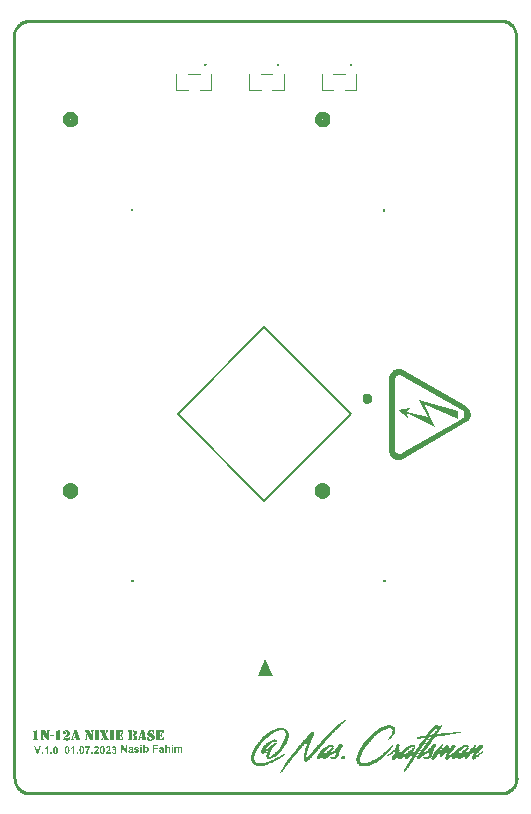
<source format=gto>
%FSTAX23Y23*%
%MOIN*%
%SFA1B1*%

%IPPOS*%
%ADD10C,0.003940*%
%ADD11C,0.023620*%
%ADD12C,0.015750*%
%ADD13C,0.007870*%
%ADD14C,0.010000*%
%LNnas-craftsman_nixie_base_v1_1-1*%
%LPD*%
G36*
X18515Y00671D02*
X18538Y00728D01*
X18565Y00671*
X18515*
G37*
G36*
X1899Y01695D02*
X18991D01*
X18991Y01694*
X18992Y01694*
X18994Y01694*
X18995Y01694*
X18995*
X18996Y01693*
X18997Y01692*
X18999Y01691*
X18999*
X18999Y01691*
X19Y01691*
X19209Y01571*
X19209Y0157*
X1921Y0157*
X19211Y01569*
X19213Y01568*
X19216Y01565*
X19219Y01562*
X1922Y01561*
X1922Y0156*
X1922Y01559*
X19221Y01559*
X19221Y01558*
X19222Y01556*
X19223Y01555*
X19223Y01552*
X19224Y01549*
X19225Y01547*
X19225Y01543*
Y01541*
X19225Y01539*
X19224Y01536*
X19223Y01533*
X19221Y0153*
X19219Y01526*
X19217Y01523*
X19216Y01522*
X19215Y01522*
X19214Y0152*
X19213Y01519*
X19213Y01519*
X19212Y01518*
X19211Y01518*
X1921Y01517*
X19Y01396*
X19Y01396*
X18998Y01395*
X18996Y01394*
X18994Y01393*
X1899Y01392*
X18986Y01392*
X18982Y01392*
X18978Y01392*
X18977*
X18977Y01393*
X18975Y01393*
X18973Y01393*
X18973*
X18972Y01394*
X18971Y01395*
X18969Y01396*
X18969*
X18969Y01396*
X18967Y01397*
X18966Y01398*
X18964Y014*
X18961Y01402*
X18959Y01405*
X18957Y01409*
X18955Y01413*
Y01413*
X18955Y01414*
X18954Y01416*
X18954Y01417*
X18954Y01418*
X18954Y0142*
X18953Y01666*
X18954Y01668*
X18954Y01671*
X18955Y01675*
X18957Y01678*
X18959Y01682*
X18961Y01685*
X18962Y01686*
X18963Y01686*
X18965Y01688*
X18965Y01689*
X18966Y01689*
X18967Y0169*
X18969Y01691*
X18969Y01691*
X1897Y01692*
X18973Y01693*
X18975Y01694*
X18979Y01695*
X18982Y01695*
X18986Y01695*
X1899Y01695*
G37*
G36*
X1913Y0051D02*
X1913Y0051D01*
X1913Y00509*
X1913Y00509*
Y00508*
X1913Y00508*
X1913Y00507*
Y00507*
X1913Y00506*
X19129Y00505*
X19129Y00505*
X19128Y00504*
X19128Y00502*
X19127Y005*
X19126Y005*
X19126Y00499*
X19126Y00499*
X19125Y00498*
X19125Y00497*
X19124Y00496*
X19122Y00493*
X19122Y00493*
X19122Y00492*
X19121Y00492*
X19121Y00491*
X1912Y0049*
X19119Y00489*
X19117Y00486*
X19117Y00486*
X19117Y00485*
X19116Y00484*
X19115Y00483*
X19114Y00482*
X19113Y00481*
X19111Y00478*
X19111*
X19112Y00478*
X19112*
X19113*
X19114Y00478*
X19115Y00478*
X19116Y00478*
X19118Y00479*
X19118*
X19118Y00479*
X19119*
X1912Y00479*
X19122Y00479*
X19123Y00479*
X19127Y0048*
X19127*
X19128Y0048*
X19129*
X1913Y0048*
X19131Y0048*
X19132Y0048*
X19134Y0048*
X19137Y00481*
X19141Y00481*
X19145Y00481*
X19149Y00482*
X1915*
X1915Y00482*
X19151*
X19152Y00482*
X19153Y00482*
X19154*
X19156Y00483*
X19159Y00483*
X19163Y00483*
X19167Y00484*
X19171Y00484*
X19172*
X19173Y00484*
X19174*
X19175Y00484*
X19176Y00484*
X19179Y00485*
X19179*
X1918Y00485*
X19181*
X19183Y00485*
X19185Y00485*
X19186*
X19187Y00485*
X19188Y00485*
X19189*
X1919Y00485*
X19191Y00485*
X19191Y00484*
Y00484*
Y00484*
X19191Y00484*
X19191Y00483*
X1919Y00483*
X19189Y00482*
X19187Y00482*
X19185Y00481*
X19185*
X19184Y00481*
X19183Y00481*
X19183Y00481*
X19181Y00481*
X1918Y0048*
X19179Y0048*
X19179*
X19178Y0048*
X19177*
X19176Y0048*
X19175Y0048*
X19174Y00479*
X19171Y00479*
X19171*
X19171Y00479*
X1917*
X19169Y00479*
X19168Y00478*
X19167Y00478*
X19166Y00478*
X19165Y00478*
X19161Y00477*
X19158Y00477*
X19154Y00476*
X1915Y00475*
X1915*
X19149Y00475*
X19148Y00475*
X19147Y00475*
X19146Y00475*
X19145Y00475*
X19143Y00474*
X1914Y00474*
X19136Y00473*
X19132Y00472*
X19128Y00472*
X19127*
X19127Y00472*
X19126Y00472*
X19124Y00471*
X19122Y00471*
X1912Y00471*
X19116Y0047*
X19116*
X19115Y0047*
X19114Y0047*
X19113Y0047*
X19111Y0047*
X1911Y00469*
X19106Y00469*
X19106Y00469*
X19105Y00468*
X19105Y00467*
X19104Y00466*
X19103Y00464*
X19102Y00463*
X191Y0046*
X19099Y00459*
X19099Y00459*
X19099Y00458*
X19098Y00457*
X19097Y00457*
X19097Y00456*
X19096Y00455*
X19096Y00455*
Y00455*
X19096Y00455*
X19095Y00454*
X19095Y00454*
X19094Y00452*
X19093Y0045*
X19091Y00448*
X1909Y00446*
X19086Y0044*
X19086Y0044*
X19085Y00439*
X19084Y00438*
X19083Y00437*
X19082Y00435*
X1908Y00433*
X19077Y00429*
X19076Y00428*
X19076Y00428*
X19075Y00427*
X19074Y00425*
X19073Y00424*
X19071Y00422*
X1907Y0042*
X19068Y00417*
X19068Y00417*
X19068Y00416*
X19067Y00415*
X19066Y00414*
X19065Y00412*
X19063Y00411*
X19063Y00411*
X19064Y00412*
X19066Y00413*
X19067Y00414*
X19068Y00414*
X19068Y00414*
X19069Y00415*
X1907Y00416*
X19072Y00417*
X19074Y00418*
X19075Y00419*
X19075Y00419*
X19077Y0042*
X19079Y00422*
X19082Y00425*
X19083Y00425*
X19083Y00426*
X19084Y00427*
X19086Y00428*
X19087Y0043*
X19088Y00431*
X1909Y00433*
X19091Y00435*
Y00435*
X19091Y00435*
X19092Y00436*
X19093Y00437*
X19094Y00438*
X19094Y00439*
X19094Y00439*
X19095Y0044*
X19096Y00442*
X19096Y00442*
X19097Y00443*
X19098Y00444*
X191Y00444*
X191*
X191Y00445*
X191Y00445*
X19101Y00445*
X19102Y00446*
X19104Y00446*
X19105*
X19105Y00446*
X19107Y00445*
X19107Y00445*
X19108Y00444*
X19108*
X19108Y00444*
X19109Y00443*
X1911Y00442*
X1911Y0044*
Y0044*
Y0044*
Y00439*
X1911Y00438*
X19109Y00437*
X19109Y00437*
X19109Y00436*
X19108Y00435*
X19107Y00434*
X19107Y00434*
X19107Y00434*
X19106Y00433*
X19105Y00433*
X19105Y00432*
X19105Y00432*
X19104Y00431*
X19104Y0043*
Y0043*
X19104Y0043*
X19103Y00429*
X19102Y00428*
X19102Y00426*
Y00426*
X19102Y00426*
X19101Y00426*
X19101Y00425*
X19101Y00423*
X191Y00421*
Y00421*
X191Y00421*
X191Y0042*
X19099Y0042*
X19099Y00418*
X19098Y00417*
Y00416*
X19098Y00416*
Y00416*
X19098Y00415*
X19098Y00414*
X19097Y00412*
Y00412*
X19097Y00411*
X19097Y0041*
X19096Y00409*
X19096Y00407*
X19095Y00406*
X19093Y00403*
X19093Y00402*
X19093Y00402*
X19092Y00401*
X19091Y004*
X1909Y00399*
X19089Y00398*
X19087Y00397*
X19086Y00396*
X19085Y00396*
X19085Y00396*
X19084Y00395*
X19082Y00395*
X19081Y00395*
X19079Y00394*
X19077Y00394*
X19075*
X19074Y00394*
X19074Y00394*
X19072Y00395*
X19071Y00395*
X19071Y00395*
X1907Y00396*
X1907Y00396*
X1907Y00396*
X19069Y00396*
X19069Y00397*
X19069Y00397*
X19068Y00397*
X19068Y00397*
X19067Y00398*
X19067Y00398*
X19067Y00398*
X19067Y00399*
Y004*
X19067Y004*
X19067Y004*
X19068Y004*
X19068*
X19069Y004*
X19069*
X1907Y004*
X19071Y004*
X19071Y004*
X19071*
X19072Y004*
X19073Y004*
X19075Y00399*
X19075*
X19076Y004*
X19076Y004*
X19078Y004*
X1908Y00401*
X1908Y00401*
X1908Y00401*
X19081Y00402*
X19081Y00403*
X19083Y00404*
X19084Y00406*
X19084Y00406*
X19084Y00406*
X19085Y00407*
X19085Y00408*
X19086Y00409*
X19086Y00411*
Y00412*
X19087Y00412*
Y00412*
X19087Y00413*
X19087Y00415*
X19087Y00418*
Y00418*
X19087Y00418*
Y00419*
X19088Y00419*
X19088Y00421*
X19088Y00422*
X19088Y00422*
X19088Y00421*
X19087Y00421*
X19086Y0042*
X19085Y00419*
X19084Y00417*
X19082Y00416*
X19082Y00416*
X19082Y00416*
X19081Y00415*
X19079Y00414*
X19078Y00413*
X19076Y00412*
X19073Y0041*
X19073Y0041*
X19072Y0041*
X19071Y00409*
X1907Y00409*
X19069Y00408*
X19069Y00408*
X19066Y00406*
X19066Y00405*
X19065Y00405*
X19065Y00404*
X19064Y00404*
X19063Y00403*
X19062Y00402*
X19059Y004*
X19059Y004*
X19059Y00399*
X19058Y00399*
X19057Y00398*
X19057Y00398*
X19057Y00397*
X19056Y00397*
X19055Y00395*
X19055Y00395*
X19054Y00395*
X19053Y00394*
X19052Y00394*
X19052Y00394*
X19051Y00394*
X1905*
X19048Y00394*
X19048*
X19048Y00394*
X19047Y00394*
X19046Y00395*
X19046Y00396*
Y00396*
X19045Y00397*
X19045Y00397*
Y00398*
X19045Y004*
Y004*
Y004*
X19046Y00401*
X19046Y00402*
X19047Y00403*
Y00403*
X19047Y00403*
X19047Y00404*
X19048Y00405*
X19048Y00405*
Y00406*
X19048Y00406*
X19049Y00406*
X19049Y00407*
X1905Y00408*
X19051Y00409*
Y0041*
X19051Y0041*
X19051Y00411*
X19052Y00412*
X19053Y00413*
Y00414*
X19053Y00414*
X19054Y00414*
X19054Y00415*
X19055Y00416*
X19056Y00418*
X19058Y0042*
X19059Y00423*
X19063Y00428*
Y00428*
X19063Y00428*
X19064Y00429*
X19065Y0043*
X19066Y00432*
X19068Y00434*
X1907Y00437*
X19071Y00439*
X19073Y00442*
X19073Y00442*
X19073Y00442*
X19074Y00443*
X19074Y00443*
X19076Y00445*
X19077Y00447*
X19077Y00447*
X19078Y00448*
X19078Y00448*
X19079Y00449*
X1908Y00451*
X19082Y00454*
X19082Y00454*
X19082Y00454*
X19083Y00455*
X19084Y00456*
X19085Y00457*
X19086Y00458*
X19087Y0046*
X19088Y00461*
X19088Y00461*
X19088Y00462*
X19089Y00463*
X1909Y00464*
X19092Y00466*
X19093Y00467*
X19094Y00467*
X19093*
X19093Y00467*
X19092*
X19091Y00467*
X1909Y00467*
X19089Y00467*
X19088*
X19088Y00467*
X19087*
X19086Y00467*
X19085*
X19084Y00466*
X19084Y00466*
X19083Y00466*
X19083Y00464*
X19082Y00463*
X19081Y00462*
X19079Y00458*
X19078Y00458*
X19078Y00458*
X19077Y00457*
X19076Y00455*
X19075Y00454*
X19074Y00452*
X19073Y0045*
X19071Y00447*
X19071Y00447*
X19071Y00447*
X1907Y00446*
X1907Y00446*
X19069Y00444*
X19068Y00443*
X19066Y00441*
X19066Y0044*
X19065Y0044*
X19065Y00439*
X19064Y00438*
X19063Y00437*
X19062Y00436*
X19061Y00433*
X1906Y00432*
X1906Y00432*
X1906Y00431*
X19059Y0043*
X19058Y00429*
X19057Y00427*
X19055Y00424*
X19055Y00424*
X19055Y00424*
X19054Y00423*
X19053Y00422*
X19052Y0042*
X19051Y00419*
X1905Y00417*
X19049Y00415*
X19048Y00414*
X19048Y00414*
X19047Y00412*
X19046Y00411*
X19045Y0041*
X19045Y0041*
X19045Y0041*
X19045Y00409*
X19044Y00408*
X19044Y00407*
X19043Y00406*
X19042Y00405*
X19041Y00403*
X19041Y00403*
X1904Y00402*
X1904Y00402*
X19039Y004*
X19038Y00399*
X19037Y00398*
X19035Y00394*
X19035Y00394*
X19035Y00394*
X19034Y00393*
X19033Y00392*
X19032Y00391*
X19031Y00389*
X19029Y00386*
X19029Y00386*
X19029Y00385*
X19029Y00385*
X19028Y00384*
X19026Y00381*
X19025Y00379*
X19025Y00379*
X19025Y00378*
X19024Y00378*
X19024Y00377*
X19023Y00376*
X19022Y00374*
X19021Y00374*
X19021Y00373*
X1902Y00372*
X19019Y00371*
X19019Y0037*
X19018Y00369*
X19015Y00365*
X19015Y00365*
X19015Y00365*
X19014Y00364*
X19013Y00363*
X19012Y00361*
X19011Y0036*
X19009Y00357*
X19009Y00357*
X19008Y00356*
X19008Y00356*
X19008Y00356*
X19008Y00355*
X19007Y00355*
X19007Y00354*
X19006Y00354*
X19006Y00354*
X19005Y00353*
X19005Y00353*
X19004Y00353*
X19004Y00353*
X19003*
X19003Y00353*
X19003Y00353*
X19003Y00354*
Y00354*
X19003Y00355*
X19003Y00356*
Y00356*
X19003Y00357*
X19003Y00357*
X19004Y00358*
X19004Y0036*
X19005Y00362*
Y00362*
X19005Y00362*
X19006Y00363*
X19006Y00364*
X19007Y00365*
X19008Y00367*
X19008Y00368*
X19008Y00368*
X19009Y00369*
X19009Y00369*
X1901Y00371*
X1901Y00372*
X19011Y00373*
X19012Y00375*
X19012Y00375*
X19013Y00376*
X19013Y00377*
X19014Y00378*
X19015Y00379*
X19016Y00381*
X19017Y00383*
X19018Y00385*
X19019Y00386*
X19019Y00386*
X1902Y00388*
X19021Y00389*
X19022Y00391*
X19023Y00393*
X19026Y00397*
X19026Y00397*
X19026Y00398*
X19027Y00399*
X19028Y004*
X19029Y00402*
X1903Y00404*
X19032Y00408*
X19033Y00408*
X19033Y00409*
X19034Y0041*
X19035Y00411*
X19035Y00413*
X19034Y00412*
X19033Y00411*
X19031Y00409*
X19029Y00408*
X19026Y00406*
X19024Y00404*
X19024*
X19024Y00403*
X19023Y00403*
X19021Y00402*
X1902Y004*
X1902Y004*
X19019Y00399*
X19018Y00398*
X19016Y00397*
X19016Y00397*
X19016Y00397*
X19015Y00396*
X19015Y00396*
X19015Y00396*
X19014Y00395*
X19014Y00395*
X19013Y00395*
X19013Y00395*
X19012Y00394*
X19011Y00394*
X1901Y00394*
X1901Y00394*
X19009*
X19009Y00394*
X19008Y00394*
X19007Y00395*
X19006Y00396*
Y00396*
X19006Y00396*
X19006Y00397*
X19005Y00398*
Y00399*
Y00399*
Y00399*
X19005Y004*
X19005Y004*
X19006Y00402*
X19006Y00403*
Y00403*
X19007Y00404*
X19007Y00404*
X19007Y00405*
X19008Y00407*
X19008Y00407*
X19008Y00407*
X19007Y00406*
X19007Y00406*
X19007Y00406*
X19006Y00405*
X19004Y00403*
X19002Y00402*
X19002Y00401*
X19001Y00401*
X19001Y00401*
X19Y004*
X18998Y00399*
X18996Y00397*
X18996Y00397*
X18996Y00397*
X18995Y00396*
X18994Y00396*
X18994Y00395*
X18993Y00395*
X18992Y00395*
X18992Y00394*
X18991*
X18991Y00394*
X1899Y00394*
X18989Y00394*
X18989*
X18988Y00394*
X18987Y00394*
X18986Y00395*
X18986*
X18986Y00395*
X18985Y00396*
X18984Y00397*
X18984Y00398*
X18984Y00398*
Y00398*
Y00399*
Y004*
X18984Y00401*
X18985Y00402*
Y00402*
X18985Y00403*
X18985Y00404*
X18986Y00405*
X18986Y00406*
X18987Y00408*
X18986Y00407*
X18985Y00406*
X18985Y00406*
X18984Y00406*
X18984Y00405*
X18983Y00405*
X18981Y00403*
X18979Y00401*
X18979Y00401*
X18979Y00401*
X18978Y004*
X18978Y004*
X18976Y00398*
X18974Y00396*
X18974Y00396*
X18973Y00395*
X18972Y00395*
X18972Y00394*
X18972Y00394*
X18971Y00394*
X18971Y00393*
X1897Y00393*
X1897*
X18969Y00393*
X18969Y00392*
X18968Y00392*
X18967Y00392*
X18966Y00392*
X18965Y00393*
X18965*
X18964Y00393*
X18963Y00394*
X18963Y00395*
X18962Y00395*
X18962Y00396*
Y00397*
Y00397*
Y00397*
Y00398*
X18962Y00399*
X18963Y00401*
Y00401*
X18963Y00401*
X18964Y00402*
X18964Y00404*
X18965Y00405*
X18965Y00405*
X18966Y00406*
X18966Y00407*
X18967Y00408*
X18968Y00409*
X18969Y00411*
X18971Y00414*
X18971Y00414*
X18972Y00415*
X18972Y00416*
X18973Y00417*
X18974Y00418*
X18975Y0042*
X18977Y00424*
X18977Y00424*
X18978Y00424*
X18977Y00425*
Y00425*
X18977Y00425*
Y00426*
X18977Y00425*
X18976Y00424*
X18975Y00423*
X18974Y00422*
X18973Y00421*
X18971Y0042*
X18969Y00418*
X18969Y00418*
X18969Y00417*
X18967Y00417*
X18966Y00416*
X18965Y00415*
X18963Y00413*
X18959Y00411*
X18959Y00411*
X18958Y0041*
X18958Y0041*
X18956Y00409*
X18955Y00408*
X18954Y00407*
X18951Y00406*
X18951*
X1895Y00405*
X18949Y00405*
X18949Y00405*
X18948Y00405*
X18947Y00405*
X18946*
X18946Y00405*
Y00405*
X18946Y00406*
X18946Y00406*
X18947Y00407*
X18947Y00408*
X18949Y00408*
X18949Y00408*
X18949Y00409*
X1895Y00409*
X1895Y0041*
X18952Y00411*
X18954Y00413*
X18954Y00413*
X18955Y00413*
X18955Y00414*
X18956Y00414*
X18957Y00415*
X18958Y00416*
X1896Y00418*
X1896Y00418*
X18961Y00419*
X18961Y00419*
X18962Y0042*
X18963Y00421*
X18965Y00422*
X18967Y00424*
X18967Y00424*
X18968Y00425*
X18968Y00425*
X18969Y00426*
X18971Y00428*
X18973Y0043*
X18973Y0043*
X18973Y0043*
X18974Y00431*
X18974Y00431*
X18975Y00433*
X18975Y00433*
X18975Y00434*
Y00434*
Y00434*
Y00435*
Y00435*
Y00437*
Y00439*
Y00439*
X18976Y00439*
Y0044*
X18976Y00441*
X18977Y00442*
X18977Y00443*
X18978Y00444*
X18978Y00444*
X18978Y00444*
X18979Y00445*
X18979Y00445*
X18981Y00446*
X18982Y00446*
X18983Y00446*
X18983*
X18984Y00446*
X18984Y00446*
X18985Y00445*
X18986Y00445*
X18986Y00444*
X18987Y00443*
Y00443*
X18987Y00443*
X18987Y00442*
X18987Y00441*
X18988Y0044*
X18987Y00439*
X18987Y00438*
Y00438*
X18987Y00437*
X18987Y00437*
X18987Y00437*
X18986Y00435*
X18985Y00434*
Y00434*
X18985Y00433*
X18985Y00433*
Y00432*
X18985Y00432*
Y00432*
X18985Y00431*
X18985Y0043*
X18985Y00429*
X18986Y00429*
X18986Y00428*
X18986Y00427*
X18987Y00426*
Y00425*
X18987Y00425*
X18987Y00424*
X18988Y00424*
X18988Y00422*
Y00421*
X18988Y0042*
Y0042*
X18987Y0042*
Y00419*
X18987Y00418*
X18987Y00417*
X18986Y00415*
X18985Y00415*
X18985Y00415*
X18985Y00414*
X18984Y00414*
X18983Y00412*
X18984Y00413*
X18984Y00413*
X18986Y00414*
X18989Y00416*
X18989*
X18989Y00416*
X1899Y00416*
X1899Y00417*
X18991Y00418*
X18992Y00418*
X18992Y00418*
X18993Y00419*
X18995Y0042*
X18995*
X18995Y0042*
X18995Y0042*
X18996Y00421*
X18997Y00422*
X18998Y00424*
X19Y00426*
X19001Y00426*
X19001Y00426*
X19002Y00427*
X19003Y00428*
X19003Y00428*
X19004Y00429*
X19004Y00429*
X19004Y00429*
X19005Y0043*
X19005Y0043*
X19007Y00432*
X19009Y00433*
X19009Y00433*
X1901Y00434*
X1901Y00434*
X19011Y00435*
X19012Y00435*
X19014Y00436*
X19016Y00438*
X19016Y00438*
X19017Y00438*
X19018Y00438*
X19019Y00439*
X1902Y00439*
X19021Y0044*
X19024Y00441*
X19024*
X19024Y00441*
X19025Y00441*
X19026Y00441*
X19027Y00442*
X19029Y00442*
X19032Y00442*
X19033*
X19034Y00442*
X19036Y00441*
X19036*
X19036Y00441*
X19037Y00441*
X19039Y0044*
X1904Y00439*
X1904Y00439*
X1904Y00438*
X1904Y00437*
Y00437*
Y00437*
X1904Y00436*
X1904Y00436*
X19039Y00436*
X19038*
X19038Y00436*
X19037*
X19037Y00436*
X19035Y00437*
X19032Y00436*
X19032*
X19032Y00436*
X19031Y00436*
X19031Y00436*
X19029Y00435*
X19027Y00434*
X19026*
X19026Y00434*
X19026Y00434*
X19025Y00433*
X19023Y00432*
X19021Y00431*
X19021Y0043*
X19021Y0043*
X1902Y0043*
X19019Y00429*
X19018Y00428*
X19016Y00426*
X19015Y00426*
X19015Y00426*
X19015Y00426*
X19014Y00425*
X19013Y00424*
X19011Y00422*
X1901Y00422*
X1901Y00421*
X1901Y00421*
X19009Y0042*
X19008Y00419*
X19007Y00418*
X19005Y00416*
X19005Y00416*
X19005Y00415*
X19004Y00415*
X19004Y00414*
X19003Y00413*
X19002Y00412*
X19001Y00409*
X19Y00409*
X19Y00409*
X19Y00408*
X18999Y00407*
X18998Y00405*
X18997Y00404*
X18997Y00404*
X18997Y00404*
X18998Y00405*
X18999Y00406*
X19Y00407*
X19001Y00408*
X19003Y00409*
X19005Y00411*
X19006Y00411*
X19006Y00412*
X19007Y00413*
X19009Y00414*
X1901Y00415*
X19012Y00416*
X19016Y00419*
X19016Y00419*
X19017Y0042*
X19017Y0042*
X19018Y00421*
X1902Y00422*
X19022Y00423*
X19022Y00424*
X19022Y00424*
X19023Y00424*
X19024Y00425*
X19026Y00426*
X19028Y00428*
X19028Y00428*
X19028Y00428*
X19029Y00429*
X1903Y00429*
X1903Y0043*
X1903Y0043*
X19031Y00431*
X19032Y00431*
X19032Y00431*
X19033Y00432*
X19034Y00432*
X19035Y00433*
X19035Y00433*
X19035Y00433*
X19036Y00434*
X19036Y00434*
X19037*
X19038Y00434*
X19039Y00433*
X19039Y00433*
X19039Y00433*
X19039Y00432*
X1904Y00431*
Y0043*
Y0043*
X1904Y0043*
X19039Y00429*
X19039Y00429*
X19039Y00429*
X19038Y00428*
X19038Y00428*
X19038Y00427*
Y00427*
X19037Y00427*
X19037Y00426*
Y00426*
X19036Y00426*
X19036Y00425*
X19036Y00425*
X19036Y00425*
X19036Y00425*
X19035Y00424*
X19035Y00424*
X19033Y00422*
X19031Y0042*
X19031Y0042*
X19031Y00419*
X1903Y00419*
X1903Y00418*
X19028Y00416*
X19027Y00414*
X19026Y00414*
X19026Y00413*
X19026Y00413*
X19025Y00412*
X19026Y00413*
X19027Y00414*
X19028Y00414*
X19029Y00415*
X19032Y00417*
X19032Y00417*
X19033Y00417*
X19033Y00417*
X19034Y00418*
X19036Y00419*
X19037Y00419*
X19039Y00421*
X1904*
X1904Y00421*
X1904Y00421*
X19041Y00422*
X19042Y00423*
X19043Y00424*
X19043Y00425*
X19043Y00425*
X19044Y00425*
X19044Y00426*
X19044Y00427*
X19045Y00428*
X19046Y00429*
X19047Y0043*
X19047Y00432*
X1905Y00435*
X19052Y00439*
X19054Y00443*
X19057Y00447*
X19057Y00447*
X19057Y00447*
X19058Y00448*
X19058Y00448*
X19059Y00449*
X19059Y0045*
X19061Y00453*
X19063Y00456*
X19066Y00459*
X19068Y00462*
X19071Y00465*
X1907*
X1907Y00465*
X19069Y00465*
X19069*
X19068Y00465*
X19065Y00464*
X19062Y00464*
X19059Y00464*
X19055Y00463*
X19051Y00463*
X19048*
X19047Y00463*
X19047*
X19047Y00464*
X19046Y00464*
X19046Y00465*
Y00465*
Y00465*
X19046Y00466*
X19047Y00466*
X19047Y00467*
X19047Y00467*
X19047Y00467*
X19048Y00467*
X19048*
X19048Y00468*
X19049Y00468*
X19049Y00468*
X1905Y00468*
X1905Y00469*
X19051*
X19051Y00469*
X19052Y00469*
X19053Y00469*
X19054Y00469*
X19055Y0047*
X19058Y0047*
X19058*
X19058Y00471*
X19059Y00471*
X1906Y00471*
X19061Y00471*
X19063Y00472*
X19066Y00472*
X19066*
X19066Y00472*
X19067Y00472*
X19067*
X19068Y00472*
X19069Y00473*
X1907Y00473*
X1907*
X19071Y00473*
X19072Y00473*
X19073Y00473*
X19073*
X19074Y00473*
X19075Y00474*
X19076Y00474*
X19076Y00474*
X19076Y00475*
X19077Y00475*
X19078Y00476*
X19079Y00478*
X1908Y00479*
X19082Y00483*
X19083Y00483*
X19083Y00484*
X19084Y00484*
X19085Y00486*
X19086Y00487*
X19087Y00489*
X1909Y00492*
X1909Y00492*
X19091Y00493*
X19091Y00494*
X19093Y00495*
X19094Y00496*
X19095Y00498*
X19099Y00501*
X19099Y00501*
X19099Y00502*
X191Y00503*
X19102Y00504*
X19103Y00505*
X19105Y00506*
X19107Y00507*
X19109Y00508*
X19109*
X19109Y00509*
X1911Y00509*
X19111Y00509*
X19112Y00509*
X19114*
X19115Y00509*
X19116Y00509*
X19116Y00509*
X19117Y00508*
X19117Y00507*
X19118Y00506*
X19118Y00506*
X19118Y00504*
X19118Y00503*
Y00502*
X19117Y00502*
X19117Y00502*
X19117Y00501*
X19116Y005*
X19115Y00498*
Y00498*
X19115Y00498*
X19114Y00498*
X19114Y00497*
X19113Y00497*
X19112Y00496*
X1911Y00495*
X19108Y00494*
Y00494*
X19109Y00495*
X19109Y00495*
X19109Y00496*
X1911Y00498*
X1911Y00499*
X1911Y005*
Y005*
X1911Y005*
X19109Y00499*
X19107Y00497*
X19105Y00495*
X19103Y00493*
X19101Y00491*
X19099Y00488*
X19099Y00488*
X19098Y00487*
X19097Y00486*
X19096Y00484*
X19094Y00482*
X19093Y0048*
X19089Y00476*
X19089*
X1909Y00476*
X19091*
X19092Y00476*
X19093Y00476*
X19095Y00476*
X19097Y00477*
X19099Y00477*
X19099*
X19099Y00477*
X191Y00477*
X191Y00478*
X19101Y00479*
X19102Y00481*
X19102Y00481*
X19103Y00481*
X19103Y00482*
X19104Y00483*
X19104Y00483*
X19104Y00483*
X19105Y00484*
X19105Y00484*
X19106Y00486*
X19107Y00487*
X19109Y00489*
X19111Y00491*
X19112Y00493*
X19114Y00496*
Y00496*
X19114Y00496*
X19115Y00497*
X19116Y00498*
X19117Y005*
X19119Y00501*
X19121Y00504*
X19123Y00506*
X19125Y00508*
X19125Y00508*
X19126Y00508*
X19126Y00509*
X19126Y00509*
X19127Y00509*
X19127Y00509*
X19128Y0051*
X19128Y0051*
X19128Y0051*
X19129*
X1913Y0051*
G37*
G36*
X18957Y00507D02*
X18958Y00507D01*
X1896Y00507*
X18961Y00506*
X18963Y00506*
X18965Y00505*
X18966Y00504*
X18967Y00504*
X18967Y00503*
X18968Y00503*
X18969Y00502*
X1897Y00501*
X18971Y005*
X18971Y00498*
X18972Y00497*
Y00497*
X18972Y00496*
X18972Y00495*
X18973Y00494*
X18973Y00493*
Y00491*
Y0049*
X18973Y00488*
Y00488*
X18972Y00487*
X18972Y00486*
X18972Y00485*
X18972Y00484*
X18971Y00483*
X18971Y00481*
X1897Y00479*
X1897Y00479*
X1897Y00479*
X18969Y00478*
X18969Y00477*
X18968Y00476*
X18967Y00474*
X18965Y00472*
Y00471*
X18965Y00471*
X18965Y00471*
X18964Y0047*
X18963Y00468*
X18961Y00467*
X18961Y00466*
X18961Y00466*
X1896Y00466*
X1896Y00465*
X18958Y00464*
X18956Y00462*
X18956Y00462*
X18955Y00461*
X18955*
X18955Y00461*
X18955Y00461*
X18954Y0046*
X18954Y0046*
X18953Y0046*
X18952Y0046*
X18951Y00459*
X18951*
X1895Y0046*
X1895Y0046*
X1895Y0046*
X1895Y00461*
X18949Y00462*
X1895Y00462*
Y00461*
Y00461*
X1895Y00462*
X1895Y00462*
X1895Y00462*
X18951Y00462*
X18951Y00463*
X18951Y00463*
X18952Y00464*
X18953Y00465*
X18954Y00467*
Y00467*
X18954Y00467*
X18955Y00468*
X18955Y00469*
X18956Y0047*
Y0047*
X18957Y0047*
X18957Y00471*
X18958Y00472*
X18959Y00473*
Y00474*
X18959Y00474*
X18959Y00475*
X1896Y00476*
X18961Y00477*
Y00477*
X18961Y00477*
X18961Y00478*
X18961Y00478*
X18962Y0048*
X18963Y00483*
Y00483*
X18963Y00483*
X18964Y00484*
X18964Y00484*
X18964Y00487*
X18965Y00489*
Y00489*
Y00489*
Y0049*
Y0049*
X18964Y00492*
X18964Y00494*
Y00494*
X18963Y00494*
X18963Y00495*
X18963Y00495*
X18962Y00496*
X18961Y00496*
X1896Y00497*
X18959Y00497*
X18959*
X18958Y00497*
X18958*
X18957Y00498*
X18955*
X18952Y00497*
X18952*
X18952Y00497*
X18951*
X1895Y00497*
X18949Y00497*
X18948Y00497*
X18945Y00496*
X18945*
X18945Y00496*
X18944Y00495*
X18943Y00495*
X18942Y00495*
X18941Y00494*
X18938Y00493*
X18938*
X18938Y00493*
X18937Y00493*
X18936Y00492*
X18934Y00492*
X18932Y0049*
X18932Y0049*
X18931Y0049*
X18931Y0049*
X1893Y00489*
X18929Y00489*
X18927Y00488*
X18926Y00487*
X18924Y00486*
X1892Y00483*
X18916Y0048*
X18912Y00477*
X18908Y00473*
X18908Y00473*
X18908Y00473*
X18907Y00472*
X18906Y00472*
X18905Y00471*
X18904Y0047*
X18903Y00468*
X18901Y00467*
X18898Y00464*
X18895Y0046*
X18891Y00456*
X18888Y00452*
X18887Y00452*
X18887Y00451*
X18886Y0045*
X18885Y00448*
X18883Y00446*
X18882Y00444*
X18878Y0044*
X18878Y0044*
X18877Y00439*
X18876Y00438*
X18875Y00436*
X18874Y00435*
X18873Y00432*
X18871Y0043*
X1887Y00428*
X18869Y00427*
X18869Y00427*
X18868Y00425*
X18867Y00424*
X18866Y00422*
X18865Y0042*
X18864Y00417*
X18863Y00415*
X18862Y00414*
X18862Y00414*
X18862Y00412*
X18861Y00411*
X1886Y00408*
X18859Y00406*
X18858Y00403*
X18857Y00401*
Y00401*
X18857Y004*
X18857Y004*
X18857Y00399*
X18857Y00398*
X18857Y00396*
X18856Y00394*
Y00394*
Y00393*
Y00392*
Y00391*
X18856Y0039*
X18857Y00389*
X18857Y00388*
X18858Y00386*
X18858Y00386*
X18858Y00386*
X18858Y00386*
X18859Y00385*
X1886Y00384*
X18862Y00383*
X18863Y00383*
X18863*
X18863Y00382*
X18864Y00382*
X18865Y00382*
X18866Y00382*
X18867Y00382*
X18869Y00382*
X18871*
X18872Y00382*
X18873*
X18874Y00382*
X18877Y00382*
X18877*
X18878Y00383*
X18879Y00383*
X1888Y00383*
X18882Y00384*
X18884Y00384*
X18884*
X18885Y00384*
X18885Y00385*
X18886Y00385*
X18887Y00385*
X18888Y00386*
X1889Y00386*
X18891Y00387*
X18894Y00388*
X18898Y0039*
X18902Y00392*
X18906Y00394*
X18906*
X18906Y00394*
X18907Y00394*
X18908Y00395*
X18908Y00395*
X18909Y00396*
X18912Y00398*
X18915Y004*
X18918Y00402*
X18922Y00404*
X18925Y00407*
X18926Y00407*
X18926Y00407*
X18926Y00408*
X18927Y00408*
X18928Y00409*
X18929Y00409*
X18931Y00412*
X18934Y00414*
X18937Y00417*
X18941Y00419*
X18944Y00423*
X18944Y00423*
X18944Y00423*
X18945Y00423*
X18945Y00424*
X18946Y00425*
X18947Y00426*
X1895Y00428*
X18952Y00431*
X18955Y00434*
X18959Y00437*
X18962Y0044*
Y00441*
X18963Y00441*
X18963Y00441*
X18963Y00441*
X18963Y00441*
X18964Y00442*
X18964Y00442*
X18964Y00442*
X18965Y00443*
X18965Y00443*
X18965Y00443*
X18966*
X18967Y00443*
X18967Y00443*
X18968Y00442*
Y00442*
X18967Y00441*
X18967Y0044*
X18966Y00439*
X18966Y00439*
X18966Y00438*
X18965Y00437*
X18964Y00436*
X18964Y00436*
X18964Y00435*
X18963Y00434*
X18963Y00433*
X18961Y00431*
X1896Y0043*
X18959Y00428*
X18958Y00426*
X18957Y00426*
X18957Y00425*
X18956Y00424*
X18955Y00423*
X18954Y00421*
X18953Y0042*
X1895Y00417*
X1895Y00417*
X18949Y00417*
X18949Y00416*
X18948Y00415*
X18947Y00414*
X18946Y00413*
X18945Y00412*
X18943Y0041*
X1894Y00407*
X18936Y00403*
X18932Y004*
X18928Y00397*
X18928Y00396*
X18928Y00396*
X18927Y00396*
X18926Y00395*
X18925Y00394*
X18924Y00393*
X18923Y00392*
X18921Y00391*
X18917Y00389*
X18913Y00386*
X18909Y00383*
X18904Y00381*
X18904Y00381*
X18903Y0038*
X18902Y0038*
X18901Y00379*
X18899Y00378*
X18897Y00377*
X18895Y00376*
X18892Y00375*
X18892Y00375*
X18891Y00375*
X1889Y00374*
X18888Y00373*
X18886Y00373*
X18883Y00372*
X18881Y00371*
X18878Y00371*
X18878*
X18877Y0037*
X18876Y0037*
X18874Y0037*
X18872Y0037*
X18869Y0037*
X18866*
X18864Y0037*
X18863*
X18863Y0037*
X18861Y0037*
X1886Y00371*
X18857Y00372*
X18855Y00373*
X18853Y00375*
X18851Y00377*
X18851Y00377*
X1885Y00377*
X1885Y00377*
X18849Y00378*
X18848Y00379*
X18847Y0038*
X18846Y00382*
X18846Y00383*
Y00383*
X18845Y00384*
X18845Y00385*
X18845Y00386*
X18845Y00388*
X18844Y00389*
X18844Y00391*
X18844Y00393*
Y00393*
Y00394*
Y00394*
X18844Y00396*
X18844Y00397*
X18845Y00399*
X18845Y00402*
Y00403*
X18845Y00403*
X18846Y00404*
X18846Y00405*
X18846Y00407*
X18847Y00408*
X18848Y00411*
Y00411*
X18848Y00412*
X18848Y00413*
X18849Y00414*
X18849Y00415*
X1885Y00417*
X18851Y00418*
X18851Y0042*
X18854Y00424*
X18856Y00429*
X18859Y00434*
X18862Y00438*
X18862Y00438*
X18862Y00439*
X18862Y0044*
X18863Y0044*
X18864Y00441*
X18865Y00443*
X18866Y00444*
X18867Y00446*
X1887Y0045*
X18873Y00453*
X18876Y00458*
X1888Y00462*
X1888Y00462*
X1888Y00463*
X18881Y00463*
X18882Y00464*
X18883Y00465*
X18884Y00466*
X18885Y00467*
X18886Y00469*
X18889Y00472*
X18893Y00476*
X18897Y00479*
X18901Y00483*
X18901Y00483*
X18902Y00483*
X18902Y00484*
X18903Y00485*
X18904Y00486*
X18906Y00486*
X18907Y00487*
X18909Y00489*
X18911Y0049*
X18912Y00491*
X18917Y00494*
X18921Y00497*
X18926Y005*
X18926Y005*
X18927Y005*
X18928Y005*
X18929Y00501*
X1893Y00501*
X18932Y00502*
X18933Y00503*
X18935Y00503*
X18935Y00504*
X18936Y00504*
X18937Y00504*
X18938Y00504*
X1894Y00505*
X18942Y00505*
X18946Y00506*
X18946*
X18947Y00507*
X18948Y00507*
X18949Y00507*
X18951Y00507*
X18953Y00507*
X18957*
X18957Y00507*
G37*
G36*
X18597Y00498D02*
X18599Y00498D01*
X18601Y00498*
X18603Y00497*
X18604*
X18604Y00496*
X18605Y00496*
X18606Y00495*
X18608Y00495*
X18609Y00494*
X18611Y00492*
X18612Y00491*
X18612Y00491*
X18613Y0049*
X18613Y00489*
X18614Y00488*
X18615Y00487*
X18616Y00485*
X18617Y00483*
X18618Y00481*
Y00481*
X18618Y0048*
X18618Y00479*
X18618Y00478*
X18618Y00476*
X18618Y00475*
X18619Y00473*
X18618Y00471*
Y00471*
X18618Y0047*
X18618Y00469*
X18618Y00468*
X18618Y00466*
X18617Y00464*
X18617Y00462*
X18616Y0046*
X18616Y0046*
X18616Y00459*
X18615Y00458*
X18615Y00457*
X18614Y00455*
X18613Y00453*
X18611Y00448*
X18611Y00448*
X18611Y00447*
X1861Y00446*
X18609Y00445*
X18608Y00443*
X18607Y00441*
X18604Y00437*
X18604Y00437*
X18604Y00436*
X18604Y00436*
X18603Y00435*
X18602Y00434*
X18601Y00433*
X186Y00431*
X18599Y0043*
X18596Y00426*
X18593Y00422*
X1859Y00418*
X18586Y00415*
X18586Y00415*
X18586Y00414*
X18585Y00414*
X18585Y00413*
X18584Y00412*
X18582Y00411*
X18581Y0041*
X1858Y00409*
X18578Y00408*
X18576Y00406*
X18572Y00403*
X18567Y004*
X18562Y00397*
X18562*
X18562Y00397*
X18561Y00397*
X1856Y00397*
X18559Y00396*
X18557Y00395*
X18556*
X18556Y00395*
X18556*
X18555Y00395*
X18553*
X18551Y00395*
X18551*
X1855Y00395*
X1855Y00395*
X18549Y00395*
X18548Y00396*
X18547Y00397*
X18546Y00398*
Y00398*
X18546Y00398*
X18545Y00399*
X18545Y004*
X18545Y004*
X18544Y00402*
X18544Y00403*
Y00405*
Y00405*
Y00405*
Y00405*
X18544Y00406*
Y00407*
X18545Y00408*
X18545Y00408*
X18545Y0041*
Y0041*
X18545Y0041*
X18545Y00411*
X18545Y00412*
X18546Y00413*
X18546Y00414*
X18547Y00417*
Y00417*
X18547Y00418*
X18547Y00418*
X18548Y0042*
X18548Y00421*
X18548Y00422*
X1855Y00425*
X1855Y00426*
X1855Y00426*
X18549Y00425*
X18548Y00424*
X18548Y00423*
X18547Y00423*
X18547Y00422*
X18545Y00421*
X18544Y0042*
X18543Y00419*
X1854Y00416*
X1854Y00416*
X18539Y00416*
X18539Y00415*
X18538Y00415*
X18536Y00414*
X18534Y00413*
X18534*
X18534Y00413*
X18532*
X18531Y00413*
X18529Y00414*
X18528Y00414*
X18528*
X18528Y00415*
X18527Y00415*
X18526Y00417*
X18526Y00418*
X18526Y00419*
Y00419*
Y00419*
Y0042*
X18526Y00421*
X18526Y00422*
X18527Y00424*
X18527Y00424*
X18527Y00425*
X18527Y00426*
X18528Y00428*
X18529Y00429*
X1853Y00431*
X18531Y00433*
X18532Y00435*
X18532Y00435*
X18533Y00436*
X18534Y00437*
X18535Y00438*
X18536Y0044*
X18538Y00441*
X18539Y00443*
X18541Y00444*
X18542Y00445*
X18542Y00445*
X18543Y00446*
X18544Y00447*
X18546Y00448*
X18548Y0045*
X1855Y00451*
X18552Y00452*
X18552Y00452*
X18553Y00453*
X18554Y00453*
X18555Y00454*
X18557Y00455*
X18559Y00456*
X18563Y00458*
X18563Y00458*
X18564Y00458*
X18565Y00458*
X18566Y00459*
X18566*
X18566Y00459*
X18568Y00459*
X18569Y00459*
X1857Y0046*
X18573*
X18575Y00459*
X18575*
X18575Y00459*
X18576Y00459*
X18577Y00458*
X18579Y00457*
X18579Y00457*
X18579Y00457*
X18579Y00457*
X1858Y00456*
Y00456*
X1858Y00455*
X1858Y00455*
X1858Y00454*
Y00454*
X18579Y00454*
X18579Y00453*
X18578*
X18577Y00454*
X18577Y00454*
X18576Y00454*
X18575Y00454*
X18574*
X18574Y00454*
X18573Y00454*
X18571Y00453*
X1857Y00453*
X18568Y00452*
X18566Y00451*
X18564Y0045*
X18564Y0045*
X18564Y0045*
X18563Y00449*
X18562Y00448*
X1856Y00447*
X18559Y00446*
X18556Y00444*
X18556Y00444*
X18555Y00443*
X18554Y00442*
X18553Y00441*
X18551Y0044*
X1855Y00438*
X18547Y00435*
X18547Y00435*
X18546Y00435*
X18545Y00434*
X18544Y00432*
X18543Y00431*
X18542Y00429*
X1854Y00428*
X18539Y00426*
Y00426*
X18539Y00426*
X18538Y00425*
X18537Y00424*
X18537Y00423*
X18536Y00423*
X18536Y00422*
X18538Y00423*
X1854Y00425*
X1854Y00425*
X1854Y00425*
X18541Y00425*
X18542Y00426*
X18543Y00427*
X18545Y00428*
X18545Y00428*
X18546Y00428*
X18546Y00429*
X18547Y00429*
X18548Y0043*
X1855Y00432*
X1855Y00432*
X18551Y00432*
X18551Y00433*
X18552Y00433*
X18553Y00435*
X18555Y00437*
X18556Y00437*
X18556Y00437*
X18557Y00438*
X18557Y00438*
X18558Y00439*
X18559Y0044*
X1856Y00441*
X1856*
X1856Y00441*
X18561Y00441*
X18563Y00442*
X18565Y00444*
X18565Y00444*
X18565Y00444*
X18565Y00444*
X18566Y00445*
X18568Y00446*
X18569Y00447*
X18569*
X1857Y00447*
X1857Y00447*
X18571Y00448*
X18572Y00449*
X18574Y00449*
X18574*
X18574Y00449*
X18575Y0045*
X18576Y0045*
X18577Y0045*
X18577Y0045*
X18578Y00449*
X18578Y00448*
Y00448*
X18578Y00447*
X18578Y00447*
X18577Y00446*
X18577Y00446*
X18577Y00445*
X18576Y00445*
X18576Y00445*
X18575Y00444*
X18574Y00443*
X18573Y00442*
X18571Y00441*
X1857Y00439*
X18568Y00437*
X18568Y00437*
X18568Y00437*
X18567Y00435*
X18566Y00434*
X18565Y00433*
X18564Y00431*
X18562Y00427*
X18562Y00427*
X18562Y00426*
X18561Y00426*
X1856Y00424*
X18559Y00423*
X18559Y00421*
X18557Y00417*
X18557Y00417*
X18557Y00416*
X18556Y00415*
X18556Y00414*
X18555Y00413*
X18555Y00411*
X18554Y00408*
Y00408*
X18554Y00407*
X18553Y00407*
X18553Y00406*
X18553Y00404*
X18553Y00403*
X18552Y00402*
Y00402*
X18552Y00401*
X18552Y00401*
X18552Y004*
X18552*
X18553Y00401*
X18554Y00401*
X18556Y00402*
X18556*
X18556Y00402*
X18557Y00403*
X18558Y00403*
X18559Y00404*
X18561Y00406*
X18561Y00406*
X18562Y00406*
X18562Y00406*
X18563Y00407*
X18565Y00408*
X18566Y0041*
X18567Y0041*
X18567Y0041*
X18568Y00411*
X18569Y00412*
X1857Y00413*
X18571Y00413*
X18571Y00414*
X18571Y00414*
X18572Y00415*
X18573Y00416*
X18574Y00417*
X18576Y00419*
X18579Y00422*
X18582Y00425*
X18585Y00429*
X18588Y00433*
X18588Y00433*
X18588Y00434*
X18589Y00434*
X18589Y00435*
X1859Y00436*
X18591Y00437*
X18592Y00439*
X18593Y0044*
X18595Y00444*
X18597Y00448*
X186Y00452*
X18602Y00457*
Y00457*
X18602Y00457*
X18602Y00458*
X18602Y00458*
X18603Y0046*
X18604Y00462*
Y00462*
X18604Y00463*
X18604Y00463*
X18605Y00464*
X18605Y00466*
X18606Y00468*
Y00468*
X18606Y00469*
X18606Y00469*
X18607Y0047*
X18607Y00472*
X18608Y00474*
Y00475*
X18608Y00475*
Y00476*
X18608Y00476*
X18608Y00478*
X18608Y0048*
Y0048*
Y00481*
X18608Y00481*
X18608Y00482*
X18607Y00484*
X18606Y00485*
Y00485*
X18606Y00486*
X18606Y00487*
X18605Y00488*
X18603Y00489*
X18603*
X18602Y00489*
X18602Y00489*
X18601Y0049*
X186Y0049*
X18598Y00491*
X18597*
X18597Y00491*
X18596*
X18595Y00491*
X18592*
X18591Y00491*
X18591*
X1859Y00491*
X18588Y0049*
X18585Y0049*
X18582Y00489*
X18579Y00488*
X18576Y00487*
X18575*
X18575Y00487*
X18575Y00486*
X18574Y00486*
X18573Y00486*
X18572Y00485*
X1857Y00484*
X18567Y00483*
X18565Y00481*
X18562Y00479*
X18558Y00477*
X18558*
X18558Y00476*
X18558Y00476*
X18557Y00476*
X18555Y00475*
X18553Y00473*
X18551Y00471*
X18548Y00469*
X18546Y00466*
X18543Y00464*
X18543Y00463*
X18542Y00463*
X18542Y00462*
X1854Y00461*
X18538Y00459*
X18536Y00457*
X18534Y00455*
X18532Y00453*
X1853Y00451*
X1853Y0045*
X18529Y0045*
X18528Y00449*
X18527Y00447*
X18526Y00445*
X18524Y00443*
X18522Y00441*
X18521Y00439*
X18521Y00439*
X1852Y00438*
X18519Y00437*
X18518Y00435*
X18517Y00433*
X18515Y00431*
X18514Y00428*
X18512Y00426*
X18512Y00425*
X18512Y00425*
X18511Y00424*
X18511Y00422*
X1851Y00421*
X18509Y00419*
X18508Y00417*
X18507Y00414*
X18507Y00414*
X18507Y00413*
X18506Y00412*
X18506Y0041*
X18505Y00409*
X18505Y00406*
X18504Y00404*
X18504Y00402*
Y00401*
Y00401*
X18504Y004*
Y00399*
Y00398*
Y00397*
X18504Y00394*
Y00394*
X18504Y00393*
X18504Y00392*
X18504Y00391*
X18505Y0039*
X18505Y00389*
X18506Y00388*
X18507Y00386*
X18507Y00386*
X18507Y00386*
X18508Y00385*
X18509Y00384*
X18511Y00383*
X18511*
X18511Y00382*
X18512Y00382*
X18513Y00382*
X18514Y00381*
X18516Y00381*
X18517*
X18517Y00381*
X18517*
X18518Y0038*
X1852Y0038*
X18523Y0038*
X18525*
X18527Y0038*
X18529Y00381*
X18529*
X1853Y00381*
X1853*
X18532Y00381*
X18534Y00381*
X18536Y00382*
X18539Y00383*
X18541Y00383*
X18544Y00384*
X18544*
X18545Y00384*
X18545Y00385*
X18546Y00385*
X18547Y00385*
X18549Y00386*
X18551Y00387*
X18554Y00388*
X18557Y00389*
X18559Y0039*
X18559*
X1856Y0039*
X1856Y00391*
X18562Y00391*
X18564Y00392*
X18566Y00393*
X18568Y00394*
X18571Y00395*
X18574Y00397*
X18574*
X18574Y00397*
X18575Y00397*
X18576Y00398*
X18578Y00399*
X1858Y004*
X18583Y00401*
X18585Y00403*
X18588Y00404*
X18588Y00404*
X18589Y00405*
X1859Y00405*
X18591Y00406*
X18592Y00407*
X18594Y00408*
X18598Y00409*
X18598Y0041*
X18598Y0041*
X18599Y0041*
X18599Y0041*
X186Y00411*
X186Y00411*
X18601Y00411*
X18602Y00412*
X18602Y00412*
X18603Y00412*
X18604Y00413*
X18604Y00413*
X18605Y00413*
X18606*
X18606Y00413*
X18606Y00413*
Y00412*
X18607Y00412*
X18606Y00411*
X18606Y00411*
X18606Y00411*
X18606Y0041*
X18605Y00409*
X18605Y00409*
X18605Y00409*
X18604Y00408*
X18603Y00408*
X18603Y00408*
X18597Y00403*
X18597Y00403*
X18596Y00403*
X18596Y00402*
X18595Y00402*
X18592Y004*
X1859Y00399*
X1859Y00398*
X18589Y00398*
X18589Y00398*
X18588Y00397*
X18586Y00396*
X18584Y00395*
X18584*
X18584Y00395*
X18583Y00394*
X18583Y00394*
X18581Y00393*
X18579Y00392*
X18577Y00391*
X18574Y00389*
X18569Y00387*
X18569*
X18569Y00386*
X18568Y00386*
X18566Y00385*
X18565Y00384*
X18562Y00383*
X1856Y00382*
X18557Y00381*
X18554Y0038*
X18554Y00379*
X18553Y00379*
X18552Y00378*
X1855Y00378*
X18548Y00377*
X18545Y00376*
X18542Y00375*
X1854Y00374*
X18539*
X18539Y00374*
X18539Y00374*
X18538Y00374*
X18537Y00373*
X18535Y00373*
X18532Y00372*
X18529Y00372*
X18526Y00372*
X18523Y00371*
X18522*
X18521Y00372*
X18519Y00372*
X18517Y00372*
X18515Y00372*
X18513Y00373*
X18511Y00373*
X18511Y00373*
X1851Y00374*
X18509Y00374*
X18508Y00375*
X18506Y00375*
X18505Y00376*
X18503Y00377*
X18501Y00378*
X18501Y00379*
X18501Y00379*
X185Y0038*
X18499Y00381*
X18498Y00382*
X18497Y00384*
X18496Y00386*
X18495Y00388*
X18495Y00388*
X18495Y00389*
X18494Y0039*
X18494Y00391*
X18494Y00393*
X18493Y00395*
X18493Y00398*
Y004*
Y004*
Y004*
X18493Y00401*
X18493Y00403*
X18494Y00404*
X18494Y00406*
X18494Y00409*
X18495Y00411*
X18496Y00414*
Y00414*
X18496Y00414*
X18496Y00415*
X18497Y00416*
X18497Y00418*
X18498Y0042*
X18499Y00422*
X185Y00424*
X18501Y00427*
Y00427*
X18501Y00427*
X18502Y00428*
X18502Y00429*
X18503Y0043*
X18503Y00431*
X18504Y00432*
X18505Y00434*
X18507Y00438*
X1851Y00441*
X18513Y00445*
X18516Y00449*
X18516Y0045*
X18516Y0045*
X18516Y0045*
X18517Y00451*
X18518Y00452*
X18519Y00453*
X18521Y00456*
X18524Y00459*
X18527Y00463*
X1853Y00466*
X18534Y0047*
X18534Y0047*
X18535Y0047*
X18536Y00471*
X18537Y00473*
X18539Y00474*
X18541Y00476*
X18543Y00478*
X18545Y00479*
X18546Y00479*
X18546Y0048*
X18548Y00481*
X18549Y00482*
X18551Y00483*
X18553Y00485*
X18555Y00486*
X18557Y00487*
X18558Y00487*
X18558Y00488*
X18559Y00488*
X1856Y00489*
X18562Y0049*
X18564Y00491*
X18565Y00492*
X18567Y00492*
X18568Y00493*
X18568Y00493*
X18569Y00493*
X18571Y00494*
X18573Y00495*
X18575Y00495*
X18577Y00496*
X18579Y00497*
X18579Y00497*
X1858Y00497*
X18581Y00497*
X18583Y00498*
X18585Y00498*
X18587Y00498*
X18591Y00499*
X18595*
X18597Y00498*
G37*
G36*
X18794Y00446D02*
X18796Y00445D01*
X18796Y00445*
X18797Y00444*
X18797*
X18797Y00444*
X18798Y00443*
X18799Y00442*
X18799Y0044*
Y0044*
Y0044*
Y00439*
X18799Y00438*
X18798Y00437*
X18798Y00437*
X18798Y00436*
X18797Y00435*
X18796Y00434*
X18796Y00434*
X18796Y00434*
X18795Y00433*
X18794Y00433*
X18794Y00432*
X18794Y00432*
X18793Y00431*
X18793Y0043*
Y0043*
X18793Y0043*
X18792Y00429*
X18791Y00428*
X18791Y00426*
Y00426*
X18791Y00426*
X1879Y00426*
X1879Y00425*
X1879Y00423*
X18789Y00421*
Y00421*
X18789Y00421*
X18789Y0042*
X18788Y0042*
X18788Y00418*
X18787Y00417*
Y00416*
X18787Y00416*
Y00416*
X18787Y00415*
X18787Y00414*
X18786Y00412*
Y00412*
X18786Y00411*
X18786Y0041*
X18785Y00409*
X18785Y00407*
X18784Y00406*
X18782Y00403*
X18782Y00402*
X18782Y00402*
X18781Y00401*
X1878Y004*
X18779Y00399*
X18778Y00398*
X18776Y00397*
X18775Y00396*
X18775Y00396*
X18774Y00396*
X18773Y00395*
X18771Y00395*
X1877Y00395*
X18768Y00394*
X18766Y00394*
X18764*
X18763Y00394*
X18763Y00394*
X18761Y00395*
X1876Y00395*
X1876Y00395*
X18759Y00396*
X18759Y00396*
X18759Y00396*
X18758Y00396*
X18758Y00397*
X18758Y00397*
X18757Y00397*
X18757Y00397*
X18756Y00398*
X18756Y00398*
X18756Y00398*
X18756Y00399*
Y004*
X18756Y004*
X18756Y004*
X18757Y004*
X18758*
X18758Y004*
X18758*
X18759Y004*
X1876Y004*
X1876Y004*
X1876*
X18761Y004*
X18762Y004*
X18764Y00399*
X18764*
X18765Y004*
X18765Y004*
X18767Y004*
X18769Y00401*
X18769Y00401*
X18769Y00401*
X1877Y00402*
X1877Y00403*
X18772Y00404*
X18773Y00406*
X18773Y00406*
X18773Y00406*
X18774Y00407*
X18774Y00408*
X18775Y00409*
X18775Y00411*
Y00412*
X18776Y00412*
Y00412*
X18776Y00413*
X18776Y00415*
X18776Y00418*
Y00418*
X18776Y00418*
Y00419*
X18777Y00419*
X18777Y00421*
X18777Y00422*
X18777Y00422*
X18777Y00421*
X18776Y00421*
X18775Y0042*
X18774Y00419*
X18773Y00417*
X18771Y00416*
X18771Y00416*
X18771Y00416*
X1877Y00415*
X18768Y00414*
X18767Y00413*
X18765Y00412*
X18762Y0041*
X18762Y0041*
X18761Y0041*
X18761Y00409*
X18759Y00409*
X18758Y00408*
X18757Y00407*
X18757Y00407*
X18755Y00406*
X18752Y00404*
X18752*
X18752Y00403*
X18751Y00403*
X1875Y00402*
X18749Y004*
X18748Y004*
X18747Y00399*
X18746Y00398*
X18745Y00397*
X18745Y00397*
X18744Y00397*
X18744Y00396*
X18743Y00396*
X18743Y00396*
X18743Y00395*
X18742Y00395*
X18742Y00395*
X18742Y00395*
X18741Y00394*
X1874Y00394*
X18739Y00394*
X18738Y00394*
X18738*
X18738Y00394*
X18737Y00394*
X18736Y00395*
X18735Y00396*
Y00396*
X18735Y00396*
X18734Y00397*
X18734Y00398*
Y00399*
Y00399*
Y00399*
X18734Y004*
X18734Y004*
X18734Y00402*
X18735Y00403*
Y00403*
X18735Y00404*
X18735Y00404*
X18736Y00405*
X18737Y00407*
X18737Y00407*
X18736Y00407*
X18736Y00406*
X18736Y00406*
X18735Y00406*
X18735Y00405*
X18733Y00403*
X1873Y00402*
X1873Y00401*
X1873Y00401*
X18729Y00401*
X18729Y004*
X18727Y00399*
X18725Y00397*
X18724Y00397*
X18724Y00397*
X18724Y00396*
X18723Y00396*
X18723Y00395*
X18722Y00395*
X18721Y00395*
X1872Y00394*
X1872*
X18719Y00394*
X18718Y00394*
X18717Y00394*
X18717*
X18716Y00394*
X18716Y00394*
X18715Y00395*
X18715*
X18714Y00395*
X18714Y00396*
X18713Y00397*
X18713Y00398*
X18713Y00398*
Y00398*
Y00399*
Y004*
X18713Y00401*
X18713Y00402*
Y00402*
X18713Y00403*
X18714Y00404*
X18714Y00405*
X18715Y00406*
X18715Y00408*
X18716Y0041*
X18717Y00411*
X18717Y00411*
X18718Y00412*
X18718Y00413*
X18719Y00414*
X1872Y00415*
X18721Y00417*
X18723Y0042*
X18723Y0042*
X18724Y0042*
X18724Y00421*
X18725Y00422*
X18727Y00424*
X18729Y00426*
X18729Y00426*
X18729Y00426*
X1873Y00427*
X18732Y00428*
X18732Y00428*
X18732Y00429*
X18733Y00429*
X18733Y00429*
X18733Y0043*
X18734Y0043*
X18736Y00432*
X18738Y00433*
X18738Y00433*
X18738Y00434*
X18739Y00434*
X1874Y00435*
X18741Y00435*
X18742Y00436*
X18745Y00438*
X18745Y00438*
X18745Y00438*
X18746Y00438*
X18747Y00439*
X18748Y00439*
X1875Y0044*
X18752Y00441*
X18753*
X18753Y00441*
X18754Y00441*
X18755Y00441*
X18756Y00442*
X18757Y00442*
X1876Y00442*
X18761*
X18763Y00442*
X18764Y00441*
X18765*
X18765Y00441*
X18766Y00441*
X18767Y0044*
X18768Y00439*
X18768Y00439*
X18769Y00438*
X18769Y00437*
Y00437*
Y00437*
X18768Y00436*
X18768Y00436*
X18768Y00436*
X18767*
X18767Y00436*
X18766*
X18765Y00436*
X18763Y00437*
X18761Y00436*
X18761*
X18761Y00436*
X1876Y00436*
X18759Y00436*
X18757Y00435*
X18755Y00434*
X18755*
X18755Y00434*
X18754Y00434*
X18753Y00433*
X18752Y00432*
X1875Y00431*
X1875Y0043*
X18749Y0043*
X18749Y0043*
X18748Y00429*
X18746Y00428*
X18744Y00426*
X18744Y00426*
X18744Y00426*
X18743Y00426*
X18743Y00425*
X18741Y00424*
X18739Y00422*
X18739Y00422*
X18739Y00421*
X18738Y00421*
X18738Y0042*
X18737Y00419*
X18736Y00418*
X18734Y00416*
X18734Y00416*
X18733Y00415*
X18733Y00415*
X18732Y00414*
X18732Y00413*
X18731Y00412*
X18729Y00409*
X18729Y00409*
X18729Y00409*
X18728Y00408*
X18728Y00407*
X18727Y00405*
X18725Y00404*
X18725Y00404*
X18726Y00404*
X18726Y00405*
X18727Y00406*
X18729Y00407*
X1873Y00408*
X18732Y00409*
X18734Y00411*
X18734Y00411*
X18735Y00412*
X18736Y00413*
X18737Y00414*
X18739Y00415*
X18741Y00416*
X18745Y00419*
X18745Y00419*
X18745Y0042*
X18746Y0042*
X18747Y00421*
X18748Y00422*
X1875Y00423*
X18751Y00424*
X18751Y00424*
X18752Y00424*
X18752Y00425*
X18754Y00426*
X18756Y00428*
X18756Y00428*
X18757Y00428*
X18757Y00429*
X18758Y00429*
X18758Y0043*
X18759Y0043*
X1876Y00431*
X18761Y00431*
X18761Y00431*
X18761Y00432*
X18762Y00432*
X18763Y00433*
X18763Y00433*
X18764Y00433*
X18764Y00434*
X18765Y00434*
X18766*
X18767Y00434*
X18767Y00433*
X18768Y00433*
X18768Y00433*
X18768Y00432*
X18768Y00431*
Y0043*
Y0043*
X18768Y0043*
X18768Y00429*
X18767Y00429*
X18767Y00429*
X18767Y00428*
X18767Y00428*
X18766Y00427*
Y00427*
X18766Y00427*
X18765Y00426*
Y00426*
X18765Y00426*
X18765Y00425*
X18765Y00425*
X18764Y00425*
X18764Y00425*
X18764Y00424*
X18763Y00424*
X18762Y00422*
X1876Y0042*
X1876Y0042*
X18759Y00419*
X18759Y00419*
X18758Y00418*
X18757Y00416*
X18755Y00414*
X18755Y00414*
X18755Y00413*
X18754Y00413*
X18754Y00412*
X18755Y00413*
X18756Y00414*
X18757Y00414*
X18758Y00415*
X18761Y00417*
X18761Y00417*
X18761Y00417*
X18762Y00417*
X18763Y00418*
X18764Y00418*
X18764Y00419*
X18766Y0042*
X18768Y00422*
X18771Y00425*
X18772Y00425*
X18772Y00426*
X18773Y00427*
X18775Y00428*
X18776Y0043*
X18778Y00431*
X18779Y00433*
X1878Y00435*
Y00435*
X18781Y00435*
X18781Y00436*
X18782Y00437*
X18783Y00438*
X18783Y00439*
X18783Y00439*
X18784Y0044*
X18785Y00442*
X18785Y00442*
X18786Y00443*
X18787Y00444*
X18789Y00444*
X18789*
X18789Y00445*
X18789Y00445*
X1879Y00445*
X18791Y00446*
X18793Y00446*
X18794*
X18794Y00446*
G37*
G36*
X18808Y00525D02*
X18808Y00525D01*
X18809Y00524*
X18809Y00524*
Y00523*
Y00523*
X18809Y00523*
X18809Y00522*
X18808Y00522*
X18808Y00522*
X18807Y00521*
X18807Y00521*
X18807Y00521*
X18807Y00521*
X18806Y00521*
X18805Y0052*
X18804Y00519*
X18803Y00518*
X18802Y00518*
X188Y00516*
X18799Y00515*
X18799Y00515*
X18798Y00514*
X18797Y00513*
X18796Y00512*
X18794Y0051*
X18793Y00509*
X18791Y00507*
X18788Y00505*
X18788Y00504*
X18788Y00504*
X18786Y00503*
X18785Y00501*
X18783Y00499*
X18781Y00498*
X18779Y00495*
X18777Y00493*
X18776Y00492*
X18776Y00492*
X18774Y0049*
X18773Y00489*
X18771Y00487*
X18769Y00485*
X18765Y00481*
X18764Y0048*
X18764Y0048*
X18763Y00479*
X18761Y00477*
X18759Y00475*
X18758Y00473*
X18755Y00471*
X18753Y00468*
Y00468*
X18753Y00468*
X18752Y00467*
X18751Y00466*
X1875Y00464*
X18748Y00462*
X18746Y0046*
X18744Y00457*
X18741Y00455*
X18741Y00455*
X1874Y00454*
X18739Y00453*
X18738Y00451*
X18736Y00449*
X18735Y00448*
X18733Y00446*
X18732Y00444*
Y00444*
X18732Y00444*
X18731Y00443*
X1873Y00441*
X18728Y0044*
X18726Y00437*
X18724Y00435*
X18722Y00432*
X18719Y00429*
Y00429*
X18719Y00429*
X18718Y00428*
X18717Y00427*
X18715Y00425*
X18713Y00423*
X18711Y0042*
X18709Y00418*
X18706Y00415*
X18706Y00415*
X18706Y00414*
X18706Y00414*
X18705Y00413*
X18704Y00412*
X18703Y00411*
X18702Y00409*
X187Y00408*
X187Y00408*
X187Y00407*
X18699Y00406*
X18698Y00405*
X18697Y00404*
X18696Y00403*
X18693Y00399*
X18693Y00399*
X18692Y00399*
X18692Y00398*
X1869Y00397*
X18689Y00396*
X18688Y00394*
X18685Y00392*
X18685Y00391*
X18684Y00391*
X18683Y0039*
X18682Y00389*
X18681Y00388*
X1868Y00388*
X18679Y00386*
X18677Y00386*
X18677Y00386*
X18676Y00385*
X18675Y00385*
X18674Y00385*
X18674*
X18673Y00386*
X18672Y00386*
X18672Y00387*
X18671Y00387*
X18671Y00387*
X18671Y00388*
X1867Y00389*
X1867Y0039*
X18669Y00391*
X18669Y00392*
X18669Y00394*
Y00394*
Y00395*
Y00396*
X18669Y00397*
Y00399*
X18669Y004*
X18669Y00404*
Y00404*
X18669Y00405*
X18669Y00406*
X18669Y00407*
X18669Y00409*
X1867Y00411*
X1867Y00414*
Y00415*
X1867Y00415*
X18671Y00416*
X18671Y00417*
X18672Y0042*
X18672Y00421*
X18672Y00422*
Y00423*
X18672Y00423*
X18672Y00423*
X18672Y00424*
X18673Y00425*
X18673Y00426*
X18674Y00429*
X18674Y00432*
X18675Y00435*
X18676Y00439*
X18678Y00443*
Y00443*
X18678Y00443*
X18678Y00444*
X18678Y00444*
X18678Y00445*
X18679Y00446*
X1868Y00449*
X18681Y00452*
X18682Y00455*
X18683Y00457*
X18682Y00457*
X1868Y00454*
X18678Y00452*
X18675Y00449*
X18673Y00446*
Y00446*
X18672Y00446*
X18672Y00446*
X18671Y00445*
X1867Y00444*
X18668Y00442*
X18666Y00439*
X18664Y00437*
X18662Y00434*
X18659Y00431*
X18659Y00431*
X18658Y0043*
X18658Y00429*
X18657Y00428*
X18655Y00427*
X18654Y00425*
X18652Y00423*
X1865Y00421*
X18648Y00418*
X18646Y00416*
X18641Y0041*
X18637Y00404*
X18631Y00398*
X18631Y00398*
X18631Y00397*
X1863Y00397*
X18629Y00395*
X18628Y00394*
X18626Y00392*
X18625Y0039*
X18623Y00388*
X18621Y00385*
X18619Y00383*
X18617Y0038*
X18615Y00377*
X1861Y00371*
X18606Y00364*
X18605Y00364*
X18605Y00364*
X18605Y00363*
X18604Y00362*
X18603Y0036*
X18601Y00358*
X18601Y00358*
X186Y00357*
X186Y00357*
X18599Y00356*
X18599Y00355*
X18598Y00354*
X18596Y00352*
X18596Y00351*
X18595Y00351*
X18595Y00351*
X18594Y0035*
X18594Y0035*
X18594Y00349*
X18593Y00349*
X18592Y00348*
X18592*
X18591Y00349*
X18591Y00349*
X1859Y00349*
Y0035*
Y0035*
Y0035*
X18591Y00351*
X18591Y00352*
X18591Y00353*
X18591Y00353*
X18592Y00354*
X18592Y00355*
X18593Y00356*
X18593Y00356*
X18593Y00356*
X18593Y00357*
X18593Y00357*
Y00357*
X18594Y00357*
X18594Y00358*
X18595Y0036*
X18596Y00361*
X18597Y00363*
X18598Y00366*
X186Y00368*
X18602Y00371*
Y00371*
X18602Y00371*
X18602Y00372*
X18603Y00374*
X18604Y00375*
X18606Y00377*
X18607Y00379*
X1861Y00384*
X1861Y00384*
X1861Y00385*
X18611Y00385*
X18611Y00386*
X18612Y00387*
X18613Y00389*
X18614Y0039*
X18616Y00392*
X18617Y00394*
X18618Y00396*
X18622Y00401*
X18625Y00405*
X18629Y0041*
X18629Y0041*
X18629Y00411*
X1863Y00411*
X1863Y00412*
X18631Y00414*
X18632Y00415*
X18634Y00416*
X18635Y00418*
X18638Y00422*
X18641Y00426*
X18645Y00431*
X18649Y00435*
X18649Y00435*
X18649Y00436*
X18649Y00436*
X1865Y00437*
X18651Y00438*
X18651Y00439*
X18653Y00441*
X18655Y00443*
X18658Y00446*
X1866Y00449*
X18663Y00452*
X18663Y00452*
X18663Y00452*
X18664Y00453*
X18664Y00453*
X18665Y00455*
X18667Y00457*
X18669Y00459*
X18672Y00462*
X18675Y00465*
X18678Y00468*
X18678Y00468*
X18678Y00469*
X18679Y00469*
X1868Y0047*
X18681Y00471*
X18682Y00473*
X18684Y00475*
X18685Y00476*
X18685Y00476*
X18686Y00477*
X18687Y00478*
X18688Y00479*
X18689Y0048*
X18692Y00483*
X18692Y00484*
X18693Y00484*
X18694Y00485*
X18696Y00486*
X18696*
X18696Y00486*
X18697Y00486*
X18697Y00486*
X18698Y00486*
X18699*
X187Y00486*
X18701Y00486*
X18701Y00486*
X18702Y00486*
X18702Y00485*
X18703Y00485*
X18703Y00483*
X18704Y00482*
X18704Y00481*
Y00481*
Y0048*
X18703Y00479*
X18703Y00478*
X18703Y00478*
X18703Y00478*
X18702Y00477*
X18702Y00476*
Y00476*
X18702Y00475*
X18702Y00475*
X18701Y00474*
X18701Y00473*
X187Y00472*
X18699Y0047*
X18698Y00467*
X18696Y00464*
X18695Y0046*
X18693Y00456*
Y00456*
X18693Y00456*
X18693Y00455*
X18692Y00455*
X18692Y00454*
X18692Y00453*
X18691Y00451*
X18691Y0045*
X18689Y00447*
X18688Y00443*
X18687Y0044*
X18685Y00436*
Y00436*
X18685Y00435*
X18685Y00434*
X18684Y00433*
X18684Y00431*
X18683Y00429*
X18682Y00426*
Y00426*
X18682Y00425*
X18681Y00424*
X18681Y00423*
X1868Y00421*
X1868Y00419*
X18679Y00415*
Y00415*
X18679Y00415*
X18678Y00414*
X18678Y00412*
X18678Y00411*
X18677Y00409*
X18676Y00405*
Y00405*
X18676Y00404*
X18676Y00403*
X18676Y00402*
X18675Y00401*
X18675Y00399*
X18675Y00397*
X18675Y00397*
X18675Y00397*
X18676Y00398*
X18677Y00398*
X18677Y004*
X18679Y00401*
X18681Y00403*
X18681Y00404*
X18682Y00404*
X18683Y00405*
X18684Y00406*
X18685Y00407*
X18686Y00408*
X18689Y00411*
X1869Y00411*
X1869Y00411*
X18691Y00412*
X18691Y00413*
X18692Y00414*
X18694Y00416*
X18695Y00417*
X18696Y00419*
X187Y00423*
X18704Y00428*
X18707Y00432*
X18712Y00437*
X18712Y00437*
X18712Y00438*
X18713Y00438*
X18713Y00439*
X18714Y00441*
X18715Y00442*
X18717Y00443*
X18718Y00445*
X18721Y00449*
X18725Y00453*
X18729Y00457*
X18732Y00461*
X18732Y00461*
X18733Y00462*
X18734Y00463*
X18735Y00464*
X18736Y00466*
X18738Y00467*
X1874Y00469*
X18742Y00471*
X18742Y00471*
X18742Y00472*
X18744Y00473*
X18745Y00475*
X18747Y00476*
X18749Y00478*
X18751Y0048*
X18753Y00482*
X18754*
X18754Y00483*
X18755Y00483*
X18756Y00484*
X18757Y00486*
X18759Y00488*
X18761Y00489*
X18763Y00491*
X18765Y00493*
X18765Y00493*
X18765Y00494*
X18766Y00495*
X18767Y00496*
X18769Y00498*
X1877Y00499*
X18774Y00502*
X18774Y00502*
X18774Y00503*
X18775Y00503*
X18776Y00504*
X18777Y00505*
X18779Y00507*
X18782Y00509*
X18782Y00509*
X18782Y0051*
X18783Y0051*
X18784Y00511*
X18785Y00512*
X18787Y00513*
X1879Y00516*
X1879Y00516*
X1879Y00516*
X18791Y00517*
X18792Y00518*
X18793Y00519*
X18795Y00519*
X18798Y00521*
X18798Y00521*
X18799Y00522*
X188Y00522*
X18801Y00523*
X18802Y00523*
X18804Y00524*
X18806Y00525*
X18807Y00525*
X18808*
X18808Y00525*
G37*
G36*
X18804Y00406D02*
X18805Y00405D01*
X18805Y00405*
X18806Y00405*
X18807Y00404*
X18807Y00403*
Y00403*
X18807Y00402*
X18807Y00401*
X18807Y00401*
Y004*
X18807Y004*
X18806Y00399*
X18806Y00398*
X18806Y00398*
X18805Y00397*
X18805Y00397*
X18804Y00396*
X18804Y00396*
X18803Y00396*
X18803Y00395*
X18802Y00395*
X18802*
X18801Y00395*
X18801Y00394*
X188Y00394*
X18799*
X18798Y00394*
X18797*
X18796Y00394*
X18795Y00394*
X18795Y00395*
X18794Y00395*
X18794Y00396*
X18793Y00397*
Y00397*
X18793Y00397*
Y00397*
X18793Y00398*
X18793Y004*
X18793Y00401*
X18793Y00401*
Y00401*
X18794Y00402*
X18794Y00403*
X18796Y00404*
X18797Y00405*
X18797Y00405*
X18798Y00405*
X18798Y00405*
X18799Y00406*
X18799Y00406*
X188Y00406*
X18801Y00406*
X18803*
X18804Y00406*
G37*
G36*
X19133Y00446D02*
X19133Y00445D01*
Y00445*
Y00444*
X19133Y00444*
X19133Y00443*
X19133Y00442*
Y00442*
X19132Y00441*
X19132Y0044*
X19131Y0044*
X19131Y00439*
X19131Y00439*
X19131Y00438*
X19131Y00438*
X19131Y00438*
X1913Y00438*
X1913Y00437*
X1913Y00436*
X19129Y00435*
X19128Y00434*
X19127Y00432*
X19127Y00432*
X19126Y00431*
X19126Y0043*
X19125Y0043*
X19124Y00428*
X19122Y00425*
X19122Y00425*
X19122Y00425*
X19121Y00424*
X1912Y00423*
X1912Y00422*
X19119Y00421*
X19117Y00418*
X19117Y00418*
X19117Y00418*
X19116Y00417*
X19116Y00417*
X19117Y00418*
X19118Y0042*
X1912Y00421*
X1912Y00421*
X19121Y00422*
X19122Y00423*
X19123Y00424*
X19124Y00425*
X19126Y00426*
X19129Y00429*
X19129Y00429*
X1913Y00429*
X1913Y0043*
X19131Y00431*
X19133Y00432*
X19134Y00433*
X19137Y00435*
X19137Y00435*
X19137Y00436*
X19138Y00436*
X19139Y00437*
X1914Y00438*
X19142Y00438*
X19144Y0044*
X19145*
X19145Y0044*
X19145Y0044*
X19146Y0044*
X19147*
X19148Y0044*
X19149Y0044*
X1915*
X1915Y0044*
X1915Y00439*
X19151Y00438*
X19152Y00437*
Y00436*
Y00436*
X19152Y00435*
X19152Y00434*
X19151Y00433*
X19151Y00433*
X19151Y00432*
X1915Y00432*
X1915Y00431*
X19149Y0043*
X19148Y00428*
X19146Y00427*
X19144Y00424*
X19144Y00424*
X19143Y00423*
X19142Y00422*
X19142Y00421*
X19141Y00421*
X19141Y00421*
X19143Y00423*
X19145Y00424*
X19147Y00426*
X19148Y00426*
X19148Y00427*
X1915Y00428*
X19151Y00429*
X19153Y00431*
X19155Y00433*
X19159Y00436*
X19159*
X1916Y00437*
X1916Y00437*
X19162Y00438*
X19163Y0044*
X19163Y0044*
X19164Y0044*
X19164Y0044*
X19165Y00441*
X19166Y00441*
X19168Y00442*
X19168*
X19169Y00442*
X19169Y00443*
X1917*
X19171Y00442*
X19172Y00442*
X19173Y00442*
X19173*
X19173Y00442*
X19174Y00441*
X19174Y0044*
X19175Y00439*
Y00438*
X19175Y00438*
Y00437*
X19175Y00436*
X19175Y00435*
X19174Y00435*
X19174Y00434*
X19174Y00434*
X19173Y00433*
X19172Y00432*
X19172Y00432*
X19172Y00431*
X19171Y00431*
X19171Y0043*
Y0043*
X1917Y0043*
X1917Y00429*
X19169Y00429*
X19169Y00427*
X19168Y00426*
X19167Y00426*
X19167Y00425*
X19166Y00424*
X19165Y00423*
X19165Y00423*
X19164Y00423*
X19164Y00422*
X19163Y00421*
X19161Y00419*
X1916Y00417*
X19159Y00417*
X19159Y00416*
X19159Y00415*
X19158Y00415*
X19157Y00414*
X19157Y00413*
X19155Y0041*
X19155Y0041*
X19154Y0041*
X19154Y00409*
X19153Y00408*
X19152Y00406*
X19152Y00405*
X19152Y00406*
X19153Y00406*
X19153Y00407*
X19153Y00407*
X19154Y00407*
X19154Y00408*
X19155Y00408*
X19156Y00409*
X19157Y00409*
X19159Y00411*
X19159Y00411*
X1916Y00411*
X1916Y00412*
X19161Y00412*
X19162Y00413*
X19162Y00413*
X19162Y00413*
X19163Y00413*
X19163Y00414*
X19164Y00414*
X19165Y00415*
X19168Y00416*
X19168Y00417*
X19168Y00417*
X19169Y00417*
X1917Y00418*
X19172Y00419*
X19173Y0042*
X19173Y0042*
X19174Y0042*
X19174Y00421*
X19175Y00422*
X19177Y00424*
X19179Y00426*
X19179Y00426*
X19179Y00426*
X1918Y00427*
X19181Y00428*
X19182Y00428*
X19182Y00429*
X19182Y00429*
X19183Y00429*
X19183Y0043*
X19184Y0043*
X19186Y00432*
X19188Y00433*
X19188Y00433*
X19188Y00434*
X19189Y00434*
X1919Y00435*
X19191Y00435*
X19192Y00436*
X19195Y00438*
X19195Y00438*
X19195Y00438*
X19196Y00438*
X19197Y00439*
X19198Y00439*
X19199Y0044*
X19202Y00441*
X19202*
X19203Y00441*
X19204Y00441*
X19205Y00441*
X19206Y00442*
X19207Y00442*
X1921Y00442*
X19211*
X19213Y00442*
X19214Y00441*
X19214*
X19215Y00441*
X19216Y00441*
X19217Y0044*
X19218Y00439*
X19218Y00439*
X19218Y00438*
X19219Y00437*
Y00437*
Y00437*
X19218Y00436*
X19218Y00436*
X19218Y00436*
X19217*
X19216Y00436*
X19216*
X19215Y00436*
X19213Y00437*
X19211Y00436*
X19211*
X1921Y00436*
X1921Y00436*
X19209Y00436*
X19207Y00435*
X19205Y00434*
X19205*
X19205Y00434*
X19204Y00434*
X19203Y00433*
X19202Y00432*
X192Y00431*
X19199Y0043*
X19199Y0043*
X19199Y0043*
X19198Y00429*
X19196Y00428*
X19194Y00426*
X19194Y00426*
X19194Y00426*
X19193Y00426*
X19192Y00425*
X19191Y00424*
X19189Y00422*
X19189Y00422*
X19189Y00421*
X19188Y00421*
X19187Y0042*
X19187Y00419*
X19186Y00418*
X19184Y00416*
X19184Y00416*
X19183Y00415*
X19183Y00415*
X19182Y00414*
X19182Y00413*
X19181Y00412*
X19179Y00409*
X19179Y00409*
X19179Y00409*
X19178Y00408*
X19178Y00407*
X19176Y00405*
X19175Y00404*
X19175Y00404*
X19176Y00404*
X19176Y00405*
X19177Y00406*
X19178Y00407*
X1918Y00408*
X19182Y00409*
X19184Y00411*
X19184Y00411*
X19185Y00412*
X19186Y00413*
X19187Y00414*
X19189Y00415*
X19191Y00416*
X19195Y00419*
X19195Y00419*
X19195Y0042*
X19196Y0042*
X19196Y00421*
X19198Y00422*
X192Y00423*
X192Y00424*
X19201Y00424*
X19201Y00424*
X19202Y00425*
X19204Y00426*
X19206Y00428*
X19206Y00428*
X19207Y00428*
X19207Y00429*
X19208Y00429*
X19208Y0043*
X19209Y0043*
X1921Y00431*
X19211Y00431*
X19211Y00431*
X19211Y00432*
X19212Y00432*
X19213Y00433*
X19213Y00433*
X19214Y00433*
X19214Y00434*
X19215Y00434*
X19216*
X19217Y00434*
X19217Y00433*
X19217Y00433*
X19218Y00433*
X19218Y00432*
X19218Y00431*
Y0043*
Y0043*
X19218Y0043*
X19218Y00429*
X19217Y00429*
X19217Y00429*
X19217Y00428*
X19217Y00428*
X19216Y00427*
Y00427*
X19216Y00427*
X19215Y00426*
Y00426*
X19215Y00426*
X19215Y00425*
X19214Y00425*
X19214Y00425*
X19214Y00425*
X19214Y00424*
X19213Y00424*
X19212Y00422*
X1921Y0042*
X1921Y0042*
X19209Y00419*
X19209Y00419*
X19208Y00418*
X19207Y00416*
X19205Y00414*
X19205Y00414*
X19205Y00413*
X19204Y00413*
X19204Y00412*
X19204Y00413*
X19205Y00414*
X19206Y00414*
X19208Y00415*
X19211Y00417*
X19211Y00417*
X19211Y00417*
X19212Y00417*
X19213Y00418*
X19214Y00419*
X19215Y00419*
X19218Y00421*
X19218*
X19218Y00421*
X19219Y00421*
X1922Y00423*
X19222Y00425*
X19224Y00427*
X19224Y00427*
X19225Y00428*
X19226Y00429*
X19227Y00431*
X19229Y00432*
X19231Y00434*
X19235Y00438*
X19235*
X19235Y00438*
X19236Y00439*
X19237Y0044*
X19238Y0044*
X19238*
X19238Y00441*
X19239Y00441*
X1924Y00442*
X19241Y00442*
X19241*
X19242Y00442*
X19242Y00441*
X19243Y00441*
X19242Y0044*
X19242Y0044*
X19242Y00439*
X19242Y00438*
X19241Y00438*
X19241Y00438*
X19241Y00437*
X1924Y00436*
X1924Y00435*
X1924Y00435*
X19239Y00435*
X19239Y00434*
X19238Y00434*
X19238Y00433*
X19238Y00433*
X19237Y00432*
X19237Y00432*
X19235Y0043*
X19234Y00428*
Y00428*
X19234Y00427*
X19234Y00427*
X19233Y00427*
X19232Y00425*
X19231Y00424*
Y00424*
X19231Y00423*
X1923Y00423*
X19229Y00421*
X19229Y00421*
X19229Y00421*
X19231Y00422*
X19231Y00422*
X19232Y00423*
X19233Y00424*
X19234Y00425*
X19236Y00426*
X19237Y00428*
X19241Y00431*
X19241Y00431*
X19242Y00431*
X19243Y00432*
X19244Y00433*
X19246Y00434*
X19247Y00435*
X19251Y00438*
X19251Y00438*
X19251Y00438*
X19252Y00439*
X19253Y0044*
X19255Y0044*
X19256Y00441*
X19257Y00442*
X19259Y00443*
X19259*
X19259Y00443*
X1926Y00443*
X1926Y00443*
X19262*
X19263Y00443*
X19264Y00443*
X19264*
X19264Y00442*
X19265Y00442*
X19266Y00441*
X19266Y00439*
Y00439*
Y00439*
Y00438*
X19266Y00437*
X19266Y00436*
X19265Y00435*
X19265Y00435*
X19265Y00435*
X19265Y00434*
X19264Y00433*
X19263Y00432*
X19262Y00431*
X1926Y00429*
X1926Y00429*
X1926Y00428*
X19259Y00428*
X19258Y00427*
X19257Y00426*
X19256Y00425*
X19254Y00423*
X19254Y00422*
X19254Y00422*
X19253Y00421*
X19252Y00421*
X19251Y00419*
X19249Y00416*
X19249Y00416*
X19248Y00416*
X19248Y00415*
X19247Y00414*
X19247Y00414*
X19246Y00412*
X19244Y0041*
Y0041*
X19244Y0041*
X19243Y00409*
X19243Y00407*
X19242Y00406*
Y00406*
X19242Y00406*
X19243Y00407*
X19243Y00407*
X19243Y00407*
X19244Y00408*
X19245Y00408*
X19246Y00409*
X19248Y0041*
X19248*
X19249Y00411*
X19249Y00411*
X1925Y00411*
X1925Y00412*
X19251Y00412*
X19252Y00413*
X19253Y00414*
X19253*
X19254Y00414*
X19254Y00414*
X19256Y00415*
X19257Y00416*
X19257*
X19257Y00416*
X19258Y00417*
X1926Y00418*
X19261Y00418*
X19261*
X19261Y00419*
X19262Y00419*
X19263Y0042*
X19265Y0042*
X19265*
X19265Y0042*
X19266Y00421*
X19267Y0042*
X19267Y0042*
X19267Y0042*
Y0042*
Y00419*
X19267Y00419*
X19267Y00418*
X19266Y00418*
X19266Y00417*
X19266Y00417*
X19265Y00416*
X19265Y00416*
X19264Y00416*
X19264Y00415*
X19263Y00415*
X19263Y00415*
X19263Y00414*
X19262Y00414*
X19262Y00414*
X19262Y00414*
X19261Y00413*
X1926Y00412*
X19259Y00412*
X19259Y00411*
X19258Y00411*
X19257Y0041*
X19256Y00409*
X19256Y00409*
X19255Y00409*
X19255Y00408*
X19254Y00407*
X19252Y00406*
X19251Y00405*
X19248Y00403*
X19247Y00403*
X19247Y00402*
X19246Y00402*
X19245Y00401*
X19244Y004*
X19242Y00399*
X19239Y00396*
X19239Y00396*
X19239Y00395*
X19238Y00395*
X19237*
X19237Y00394*
X19237Y00394*
X19236Y00394*
X19236*
X19235Y00394*
X19234Y00393*
X19234Y00393*
X19233*
X19233Y00393*
X19232Y00394*
X19231Y00394*
X19231*
X19231Y00394*
X1923Y00395*
X19229Y00396*
X19229Y00397*
X19229Y00398*
Y00398*
Y00399*
X19229Y00399*
Y004*
X19229Y00402*
X1923Y00404*
Y00404*
X1923Y00404*
X1923Y00405*
X19231Y00405*
X19231Y00407*
X19232Y00409*
Y00409*
X19232Y00409*
X19233Y0041*
X19233Y00411*
X19234Y00412*
X19234Y00413*
X19234Y00413*
X19235Y00414*
X19235Y00414*
X19235Y00415*
X19236Y00416*
X19237Y00418*
X19238Y00419*
X19239Y00421*
X19239Y00421*
X1924Y00421*
X1924Y00422*
X19241Y00423*
X19241Y00423*
X19242Y00424*
X19243Y00425*
X19243Y00425*
X19244Y00425*
X19244Y00426*
X19243Y00425*
X19242Y00425*
X19242Y00424*
X19241Y00423*
X1924Y00422*
X19238Y00421*
X19237Y00421*
X19237Y0042*
X19236Y0042*
X19235Y00419*
X19234Y00419*
X19233Y00418*
X1923Y00416*
X1923Y00415*
X1923Y00415*
X19229Y00414*
X19228Y00414*
X19227Y00413*
X19225Y00411*
X19224Y0041*
X19223Y00408*
X19222Y00408*
X19222Y00408*
X19221Y00407*
X1922Y00405*
X19219Y00404*
X19217Y00402*
X19216Y004*
X19214Y00397*
X19214Y00397*
X19214Y00396*
X19213Y00395*
X19212Y00395*
X19212Y00395*
X19212Y00395*
X19211Y00394*
X19211*
X1921Y00394*
X19209Y00394*
X19208Y00394*
X19207Y00395*
X19207*
X19207Y00395*
X19206Y00395*
X19205Y00396*
X19205Y00397*
X19205Y00398*
Y00398*
Y00398*
Y00399*
X19205Y004*
X19205Y00401*
X19206Y00402*
X19206Y00403*
X19207Y00405*
X19207Y00405*
X19208Y00406*
X19208Y00407*
X19209Y00408*
X1921Y0041*
X1921Y0041*
X19209Y00409*
X19207Y00408*
X19205Y00406*
X19202Y00404*
X19202*
X19202Y00403*
X19201Y00403*
X192Y00402*
X19198Y004*
X19198Y004*
X19197Y00399*
X19196Y00398*
X19195Y00397*
X19194Y00397*
X19194Y00397*
X19194Y00396*
X19193Y00396*
X19193Y00396*
X19192Y00395*
X19192Y00395*
X19192Y00395*
X19191Y00395*
X19191Y00394*
X19189Y00394*
X19189Y00394*
X19188Y00394*
X19188*
X19188Y00394*
X19187Y00394*
X19186Y00395*
X19185Y00396*
Y00396*
X19184Y00396*
X19184Y00397*
X19183Y00398*
Y00399*
Y00399*
Y00399*
X19184Y004*
X19184Y004*
X19184Y00402*
X19185Y00403*
Y00403*
X19185Y00404*
X19185Y00404*
X19186Y00405*
X19186Y00407*
X19187Y00407*
X19186Y00407*
X19186Y00406*
X19186Y00406*
X19185Y00406*
X19184Y00405*
X19182Y00403*
X1918Y00402*
X1918Y00401*
X1918Y00401*
X19179Y00401*
X19179Y004*
X19177Y00399*
X19174Y00397*
X19174Y00397*
X19174Y00397*
X19173Y00396*
X19172Y00396*
X19172Y00395*
X19172Y00395*
X19171Y00395*
X1917Y00394*
X1917*
X19169Y00394*
X19168Y00394*
X19167Y00394*
X19167*
X19166Y00394*
X19166Y00394*
X19165Y00395*
X19164*
X19164Y00395*
X19164Y00396*
X19163Y00397*
X19163Y00398*
X19163Y00398*
Y00398*
Y00399*
Y004*
X19163Y00401*
X19163Y00402*
Y00402*
X19163Y00403*
X19164Y00404*
X19164Y00405*
X19165Y00406*
X19165Y00408*
X19166Y00409*
X19165Y00408*
X19164Y00407*
X19163Y00406*
X1916Y00404*
X1916Y00404*
X1916Y00404*
X19159Y00403*
X19158Y00403*
X19156Y00401*
X19154Y00399*
X19154Y00399*
X19153Y00398*
X19153Y00398*
X19152Y00397*
X19152Y00397*
X19151Y00396*
X19151Y00396*
X1915Y00395*
X1915Y00395*
X19149Y00395*
X19148Y00394*
X19147Y00393*
X19146*
X19146Y00393*
X19146Y00393*
X19145*
X19144Y00393*
X19143Y00393*
X19142Y00394*
X19142Y00394*
X19142Y00394*
X19141Y00395*
X19141Y00395*
Y00395*
X19141Y00396*
X19141Y00396*
X1914Y00397*
Y00397*
Y00397*
Y00398*
X1914Y00398*
Y004*
X1914Y00401*
Y00401*
X1914Y00402*
Y00402*
X19141Y00403*
X19141Y00404*
X19141Y00406*
Y00406*
X19142Y00406*
X19142Y00407*
X19142Y00408*
X19143Y0041*
Y0041*
X19143Y0041*
X19144Y00411*
X19144Y00412*
X19145Y00413*
X19145Y00413*
X19145Y00414*
X19146Y00415*
X19146Y00416*
X19147Y00417*
X19148Y00418*
X1915Y00421*
X1915Y00421*
X1915Y00422*
X19151Y00422*
X19151Y00423*
X1915Y00422*
X19148Y0042*
X19148Y0042*
X19148Y0042*
X19147Y00419*
X19146Y00418*
X19144Y00417*
X19143Y00416*
X1914Y00414*
X1914Y00414*
X19139Y00413*
X19139Y00412*
X19138Y00412*
X19137Y00411*
X19137Y00411*
X19137Y00411*
X19136Y0041*
X19136Y0041*
X19134Y00408*
X19132Y00407*
X19132Y00406*
X19131Y00406*
X19131Y00406*
X1913Y00405*
X19128Y00404*
X19126Y00403*
X19126*
X19126Y00402*
X19125Y00402*
X19124Y00402*
X19123Y00401*
X19122Y00402*
X19122Y00402*
X19121Y00402*
X19121Y00403*
X19121Y00404*
Y00404*
X19121Y00405*
Y00405*
X19121Y00406*
X19121Y00406*
X19121Y00407*
X19122Y00408*
X19123Y0041*
Y0041*
X19123Y0041*
X19123Y00411*
X19124Y00412*
X19125Y00413*
X19126Y00415*
X19126Y00416*
X19126Y00416*
X19126Y00417*
X19127Y00417*
X19128Y00419*
X19129Y00421*
X1913Y00422*
X1913Y00422*
X1913Y00423*
X19131Y00423*
X19131Y00424*
X1913Y00423*
X19127Y00421*
X19125Y00418*
X19122Y00415*
X19119Y00412*
X19119Y00412*
X19119Y00412*
X19118Y00412*
X19117Y00411*
X19117Y0041*
X19116Y00409*
X19114Y00407*
X19111Y00404*
X19109Y00401*
X19106Y00398*
X19103Y00395*
X19103Y00395*
X19103Y00394*
X19102Y00393*
X19102Y00393*
X19102Y00393*
X19101Y00392*
X19101Y00392*
X191*
X191Y00392*
X19099Y00392*
X19098Y00392*
X19097Y00392*
X19096Y00392*
X19096*
X19096Y00392*
X19095Y00393*
X19095Y00394*
X19094Y00395*
X19094Y00396*
Y00396*
Y00396*
X19094Y00397*
X19095Y00399*
X19095Y004*
X19095Y00401*
X19096Y00403*
X19097Y00405*
X19097Y00405*
X19097Y00405*
X19097Y00406*
X19098Y00407*
X19099Y00409*
X19099Y0041*
X19101Y00413*
Y00413*
X19101Y00413*
X19102Y00414*
X19102Y00414*
X19103Y00416*
X19104Y00417*
X19105Y00418*
X19105Y00418*
X19105Y00418*
X19106Y00419*
X19107Y00421*
X19109Y00423*
X1911Y00423*
X1911Y00424*
X1911Y00424*
X19111Y00425*
X19112Y00426*
X19113Y00428*
X19115Y0043*
X19116Y0043*
X19116Y00431*
X19117Y00431*
X19117Y00432*
X19119Y00434*
X19121Y00436*
X19121Y00436*
X19122Y00436*
X19122Y00437*
X19123Y00437*
X19125Y00439*
X19127Y00441*
X19127Y00441*
X19127Y00442*
X19127Y00442*
X19128Y00443*
X19129Y00444*
X1913Y00445*
X19131Y00446*
X19131*
X19131Y00446*
X19132*
X19133Y00446*
G37*
G36*
X17875Y00487D02*
X17875D01*
X17875Y00487*
X17875Y00487*
X17875Y00487*
X17874Y00487*
X17874Y00487*
X17874Y00487*
X17874Y00487*
X17874Y00486*
X17874*
X17874Y00487*
Y00486*
X17874Y00486*
X17874Y00486*
X17874Y00486*
X17874Y00486*
X17874Y00486*
X17874Y00486*
X17875Y00486*
X17875Y00485*
X17875Y00485*
X17875Y00485*
X17876Y00484*
X17876Y00484*
X17876Y00484*
X17876Y00484*
X17876Y00484*
X17876Y00483*
X17876Y00483*
X17876Y00482*
X17876Y00482*
Y00482*
Y00482*
X17876Y00482*
X17876Y00481*
X17876Y00481*
X17876Y0048*
X17876Y0048*
X17875Y00479*
X17875Y00479*
X17875Y00478*
X17874Y00478*
X17874Y00478*
X17874Y00478*
X17873Y00478*
X17872Y00477*
X17872Y00477*
X17871Y00477*
X17871*
X17871Y00477*
X1787Y00477*
X1787Y00477*
X17869Y00477*
X17869Y00478*
X17868Y00478*
X17867Y00479*
X17867Y00479*
X17867Y00479*
X17867Y00479*
X17867Y0048*
X17866Y0048*
X17866Y00481*
X17866Y00482*
X17866Y00482*
Y00482*
Y00482*
Y00483*
X17866Y00483*
X17866Y00483*
X17866Y00484*
X17866Y00484*
X17866Y00485*
X17867Y00486*
X17867Y00486*
Y00486*
X17867Y00486*
X17867Y00487*
X17868Y00487*
X17868Y00487*
X17868Y00488*
X17869Y00488*
X1787Y00489*
X1787Y00489*
X17871Y00489*
X17871Y00489*
X17871Y00489*
X17872Y0049*
X17872Y0049*
X17873Y0049*
X17873Y0049*
X17874Y0049*
X17874Y0049*
X17875Y0049*
Y00487*
G37*
G36*
X18201Y00481D02*
Y00481D01*
Y00481*
X18201Y00481*
Y00481*
X182Y0048*
X182Y0048*
X182Y0048*
X182Y0048*
X182Y0048*
X182Y00479*
X182Y00479*
X182Y00479*
X18199Y00479*
X18199Y00479*
X18199*
X18199Y00479*
X18198Y00479*
X18198Y0048*
X18198Y0048*
X18198Y0048*
X18197Y0048*
X18197Y0048*
X18197Y00481*
Y00481*
X18197Y00481*
X18197Y00481*
X18197Y00481*
X18197Y00482*
X18197Y00482*
X18196Y00483*
X18196Y00483*
X18195Y00484*
X18195Y00485*
X18195Y00485*
X18194Y00485*
X18194Y00485*
X18194Y00485*
X18193Y00486*
X18192Y00486*
X18191Y00486*
X1819Y00486*
Y0049*
X18201*
Y00481*
G37*
G36*
X18067D02*
Y00481D01*
Y00481*
X18067Y00481*
Y00481*
X18067Y0048*
X18066Y0048*
X18066Y0048*
X18066Y0048*
X18066Y0048*
X18066Y00479*
X18066Y00479*
X18066Y00479*
X18065Y00479*
X18065Y00479*
X18065*
X18065Y00479*
X18064Y00479*
X18064Y0048*
X18064Y0048*
X18064Y0048*
X18063Y0048*
X18063Y0048*
X18063Y00481*
Y00481*
X18063Y00481*
X18063Y00481*
X18063Y00481*
X18063Y00482*
X18063Y00482*
X18062Y00483*
X18062Y00483*
X18061Y00484*
X18061Y00485*
X18061Y00485*
X1806Y00485*
X1806Y00485*
X1806Y00485*
X18059Y00486*
X18058Y00486*
X18057Y00486*
X18056Y00486*
Y0049*
X18067*
Y00481*
G37*
G36*
X18016Y0049D02*
X18016D01*
X18017Y0049*
X18017Y0049*
X18017Y0049*
X18017*
X18017Y0049*
X18018Y00489*
X18018Y00489*
X18018Y00489*
X18018Y00488*
Y00488*
Y00488*
X18018Y00488*
X18018Y00488*
X18018Y00488*
X18018Y00487*
X18017Y00487*
X18017Y00487*
X18017Y00487*
X18017Y00487*
X18017Y00487*
X18017Y00487*
X18016Y00486*
X18016Y00486*
X18016Y00486*
X18016Y00486*
X18015Y00486*
X18015Y00486*
X18015Y00485*
X18014Y00485*
X18014Y00484*
X1801Y00478*
X18008Y00481*
X18009Y00484*
X18009Y00484*
X1801Y00484*
X1801Y00485*
X1801Y00485*
Y00485*
X1801Y00485*
X1801Y00485*
X18009Y00486*
X18009Y00486*
X18009Y00486*
X18009Y00486*
X18009Y00486*
X18008Y00487*
X18008Y00487*
X18008Y00487*
X18007Y00487*
X18007Y00487*
Y00487*
X18007Y00487*
X18007Y00488*
X18007Y00488*
X18007Y00488*
Y00488*
Y00488*
X18007Y00489*
X18007Y00489*
X18007Y00489*
X18007Y00489*
X18008Y0049*
X18008Y0049*
X18008Y0049*
X18008Y0049*
X18008Y0049*
X18008Y0049*
X18009Y0049*
X18016*
X18016Y0049*
G37*
G36*
X18161Y0049D02*
X18161Y0049D01*
X18162Y0049*
X18162Y0049*
X18162Y0049*
X18163Y0049*
X18163*
X18163Y0049*
X18163Y0049*
X18164Y0049*
X18164Y0049*
X18165Y0049*
X18165Y00489*
X18166Y00489*
X18166*
X18166Y00489*
X18166Y00489*
X18167Y00489*
X18167*
X18167Y00489*
X18167Y00489*
X18167Y00489*
X18167Y0049*
X18167Y0049*
X18167Y0049*
X18168Y0049*
X18168Y0049*
X18168Y0049*
X18168Y0049*
X18169Y0049*
X18169*
X18169Y0049*
X18169Y0049*
X18169Y0049*
X1817Y0049*
X1817Y0049*
X1817Y0049*
X1817Y0049*
X1817Y0049*
X1817Y0049*
X1817Y00489*
X1817Y00489*
X1817Y00489*
X1817Y00488*
Y00488*
Y0048*
Y0048*
Y0048*
X1817Y0048*
X1817Y0048*
X1817Y00479*
X1817Y00479*
X1817Y00479*
X1817Y00479*
X1817Y00479*
X1817Y00478*
X1817Y00478*
X18169Y00478*
X18169Y00478*
X18169Y00478*
X18168*
X18168Y00478*
X18168*
X18168Y00478*
X18167Y00478*
X18167Y00478*
X18167Y00479*
X18167Y00479*
X18167Y00479*
X18167Y00479*
X18167Y00479*
X18167Y0048*
X18167Y0048*
Y0048*
X18167Y0048*
X18166Y0048*
X18166Y00481*
X18166Y00481*
X18166Y00482*
X18166Y00482*
X18166Y00482*
X18166Y00483*
X18165Y00483*
X18165Y00483*
X18165Y00484*
X18165Y00484*
X18164Y00485*
X18164Y00485*
X18164Y00485*
X18164Y00485*
X18164Y00486*
X18163Y00486*
X18162Y00486*
X18162Y00486*
X18161Y00487*
X1816Y00487*
Y00491*
X1816*
X18161Y0049*
G37*
G36*
X17966Y0049D02*
X17967Y0049D01*
X17967Y0049*
X17967Y0049*
X17968Y0049*
X17968Y00489*
X17968*
X17968Y00489*
X17968Y00489*
X17968Y00489*
X17968Y00488*
Y00488*
Y00488*
Y00488*
X17968Y00488*
X17968Y00488*
X17968Y00487*
X17968Y00487*
X17968Y00487*
X17967Y00487*
X17967Y00487*
X17967Y00487*
X17967Y00486*
X17967Y00486*
X17966Y00486*
X17966Y00486*
X17966Y00486*
X17965Y00485*
X17965Y00485*
Y00485*
X17965Y00485*
X17965Y00484*
X17965Y00484*
X17965Y00484*
X17965Y00483*
X17965Y00483*
X17965Y00482*
Y00471*
X17961Y00475*
Y00482*
Y00482*
Y00482*
Y00482*
X17961Y00483*
X17961Y00483*
X17961Y00484*
X17961Y00484*
X17961Y00485*
X17961Y00485*
X17961Y00485*
X17961Y00485*
X1796Y00485*
X1796Y00486*
X1796Y00486*
X1796Y00486*
X17959Y00486*
X17959Y00487*
X17959*
X17959Y00487*
X17958Y00487*
X17958Y00487*
X17958Y00487*
X17958Y00487*
X17958Y00488*
X17958Y00488*
X17958Y00488*
Y00488*
Y00488*
X17958Y00489*
X17958Y00489*
X17958Y00489*
X17958Y00489*
X17958Y0049*
X17958Y0049*
X17958Y0049*
X17958Y0049*
X17959Y0049*
X17959Y0049*
X17959Y0049*
X17959Y0049*
X17966*
X17966Y0049*
G37*
G36*
X1782D02*
X1782Y0049D01*
X1782Y0049*
X17821Y0049*
X17821Y0049*
X17821Y00489*
X17821*
X17821Y00489*
X17821Y00489*
X17822Y00489*
X17822Y00488*
Y00488*
Y00488*
Y00488*
X17822Y00488*
X17822Y00488*
X17821Y00487*
X17821Y00487*
X17821Y00487*
X17821Y00487*
X1782Y00487*
X1782Y00487*
X1782Y00486*
X1782Y00486*
X1782Y00486*
X17819Y00486*
X17819Y00486*
X17819Y00485*
X17818Y00485*
Y00485*
X17818Y00485*
X17818Y00484*
X17818Y00484*
X17818Y00484*
X17818Y00483*
X17818Y00483*
X17818Y00482*
Y00471*
X17814Y00475*
Y00482*
Y00482*
Y00482*
Y00482*
X17814Y00483*
X17814Y00483*
X17814Y00484*
X17814Y00484*
X17814Y00485*
X17814Y00485*
X17814Y00485*
X17814Y00485*
X17814Y00485*
X17813Y00486*
X17813Y00486*
X17813Y00486*
X17813Y00486*
X17812Y00487*
X17812*
X17812Y00487*
X17812Y00487*
X17811Y00487*
X17811Y00487*
X17811Y00487*
X17811Y00488*
X17811Y00488*
X17811Y00488*
Y00488*
Y00488*
X17811Y00489*
X17811Y00489*
X17811Y00489*
X17811Y00489*
X17811Y0049*
X17812Y0049*
X17812Y0049*
X17812Y0049*
X17812Y0049*
X17812Y0049*
X17812Y0049*
X17813Y0049*
X17819*
X1782Y0049*
G37*
G36*
X17834Y00476D02*
X17835Y00476D01*
X17835Y00476*
X17835Y00476*
X17835Y00476*
X17836Y00475*
X17836Y00475*
Y00472*
Y00472*
Y00471*
Y00471*
X17836Y00471*
X17835Y00471*
X17835Y0047*
X17835Y0047*
X17835Y0047*
X17835Y0047*
X17834Y0047*
X17824*
X17823Y0047*
X17823Y0047*
X17823Y0047*
X17823Y00471*
X17823Y00471*
X17822Y00471*
X17822Y00471*
Y00472*
Y00475*
Y00475*
Y00475*
Y00475*
X17822Y00475*
X17822Y00476*
X17823Y00476*
X17823Y00476*
X17823Y00476*
X17823Y00476*
X17823Y00476*
X17824Y00476*
X17834*
X17834Y00476*
G37*
G36*
X18195Y00481D02*
X18195Y0048D01*
X18196Y0048*
X18196Y0048*
X18196Y0048*
X18196Y0048*
X18196Y0048*
X18196Y0048*
X18196Y00479*
X18197Y00479*
X18197Y00479*
X18197Y00478*
Y00478*
Y00469*
Y00469*
Y00469*
Y00469*
X18197Y00468*
X18196Y00468*
X18196Y00467*
X18196Y00467*
Y00467*
X18196Y00467*
X18196Y00467*
X18196Y00467*
X18196Y00467*
X18195Y00467*
X18195Y00467*
X18195Y00467*
X18195*
X18195Y00467*
X18194*
X18194Y00467*
X18194Y00467*
X18194Y00467*
Y00467*
X18194Y00467*
X18194Y00467*
X18193Y00467*
X18193Y00468*
X18193Y00468*
X18193Y00468*
X18193Y00468*
Y00468*
X18193Y00469*
X18193Y00469*
X18193Y00469*
X18192Y0047*
X18192Y0047*
X18192Y00471*
X18192Y00471*
X18192Y00471*
X18192Y00471*
X18192Y00471*
X18191Y00471*
X18191Y00471*
X1819Y00472*
X1819Y00472*
Y00475*
X1819Y00475*
X1819Y00475*
X1819Y00476*
X18191Y00476*
X18192Y00476*
X18192Y00476*
X18192Y00477*
X18192Y00477*
X18192Y00477*
X18192Y00477*
X18192Y00477*
X18193Y00477*
X18193Y00478*
X18193Y00478*
X18193Y00479*
Y00479*
X18193Y00479*
X18193Y00479*
X18193Y00479*
X18193Y0048*
X18193Y0048*
X18194Y0048*
X18194Y0048*
X18194Y0048*
X18194Y0048*
X18194Y00481*
X18195Y00481*
X18195*
X18195Y00481*
G37*
G36*
X18061D02*
X18061Y0048D01*
X18062Y0048*
X18062Y0048*
X18062Y0048*
X18062Y0048*
X18062Y0048*
X18062Y0048*
X18062Y00479*
X18063Y00479*
X18063Y00479*
X18063Y00478*
Y00478*
Y00469*
Y00469*
Y00469*
Y00469*
X18063Y00468*
X18062Y00468*
X18062Y00467*
X18062Y00467*
Y00467*
X18062Y00467*
X18062Y00467*
X18062Y00467*
X18062Y00467*
X18062Y00467*
X18061Y00467*
X18061Y00467*
X18061*
X18061Y00467*
X1806*
X1806Y00467*
X1806Y00467*
X1806Y00467*
Y00467*
X1806Y00467*
X1806Y00467*
X18059Y00467*
X18059Y00468*
X18059Y00468*
X18059Y00468*
X18059Y00468*
Y00468*
X18059Y00469*
X18059Y00469*
X18059Y00469*
X18058Y0047*
X18058Y0047*
X18058Y00471*
X18058Y00471*
X18058Y00471*
X18058Y00471*
X18058Y00471*
X18057Y00471*
X18057Y00471*
X18056Y00472*
X18056Y00472*
Y00475*
X18056Y00475*
X18056Y00475*
X18057Y00476*
X18057Y00476*
X18058Y00476*
X18058Y00476*
X18058Y00477*
X18058Y00477*
X18058Y00477*
X18058Y00477*
X18058Y00477*
X18059Y00477*
X18059Y00478*
X18059Y00478*
X18059Y00479*
Y00479*
X18059Y00479*
X18059Y00479*
X18059Y00479*
X18059Y0048*
X18059Y0048*
X1806Y0048*
X1806Y0048*
X1806Y0048*
X1806Y0048*
X1806Y00481*
X18061Y00481*
X18061*
X18061Y00481*
G37*
G36*
X17879Y0049D02*
X17879Y0049D01*
X1788Y0049*
X1788Y0049*
X17881Y0049*
X17882Y0049*
X17882*
X17882Y0049*
X17882Y0049*
X17883Y00489*
X17883Y00489*
X17883Y00489*
X17884Y00489*
X17885Y00488*
X17885Y00488*
X17886Y00487*
X17886Y00487*
X17886Y00487*
X17886Y00487*
X17886Y00487*
X17887Y00486*
X17887Y00486*
X17887Y00486*
X17887Y00485*
X17888Y00485*
X17888Y00484*
X17888Y00484*
X17888Y00483*
X17889Y00483*
X17889Y00482*
X17889Y00481*
X17889Y00481*
Y00481*
Y0048*
Y0048*
X17889Y0048*
Y0048*
X17889Y00479*
X17889Y00479*
X17889Y00479*
X17888Y00478*
X17888Y00477*
X17888Y00476*
X17887Y00476*
X17887Y00475*
X17887Y00475*
X17887Y00475*
X17887Y00474*
X17887Y00474*
X17886Y00474*
X17886Y00474*
X17886Y00474*
X17885Y00473*
X17885Y00473*
X17884Y00472*
X17883Y00471*
X17881Y00471*
X17878Y00469*
X17878Y00469*
X17878Y00469*
X17877Y00469*
X17877Y00469*
X17877Y00469*
X17876Y00468*
X17875Y00468*
X17874Y00467*
X17873Y00467*
X17873*
X17873Y00467*
X17872Y00467*
X17872Y00467*
X17872*
X17871Y00467*
X17871Y00467*
X17871Y00467*
X1787Y00466*
X1787Y00466*
X17869Y00466*
X17868Y00466*
Y00466*
X17868Y00466*
X17869Y00466*
X17869Y00466*
X17869Y00467*
X1787Y00468*
X1787Y00468*
X1787Y00469*
X1787Y00469*
X1787Y00469*
X17871Y00469*
X17871Y00469*
X17871Y00469*
X17872Y0047*
X17872Y0047*
X17873Y00471*
X17873Y00471*
X17873Y00471*
X17873Y00471*
X17874Y00471*
X17874Y00472*
X17875Y00472*
X17875Y00473*
X17876Y00473*
X17876Y00473*
X17876Y00473*
X17876Y00473*
X17876Y00474*
X17876Y00474*
X17877Y00474*
X17877Y00474*
X17877Y00475*
X17877Y00475*
Y00475*
X17877Y00475*
X17877Y00476*
X17877Y00476*
X17878Y00476*
X17878Y00476*
X17878Y00477*
X17878Y00477*
Y00477*
X17878Y00478*
X17878Y00478*
X17878Y00478*
X17878Y00479*
X17878Y00479*
X17878Y0048*
Y00481*
Y00481*
Y00481*
Y00481*
Y00481*
Y00482*
X17878Y00482*
X17878Y00483*
X17878Y00484*
X17878Y00484*
X17878Y00485*
X17878Y00485*
X17877Y00486*
X17877Y00486*
X17877Y00486*
X17877Y00486*
X17877Y00486*
X17877Y00486*
X17877Y00487*
X17877Y00487*
X17876Y00487*
X17876Y00487*
Y0049*
X17878Y0049*
X17878*
X17879Y0049*
G37*
G36*
X17888Y00468D02*
X17889Y00468D01*
X17889Y00468*
X17889Y00468*
X17889Y00467*
X17889Y00467*
X17889Y00467*
X17889Y00467*
X1789Y00467*
X1789Y00467*
X1789Y00466*
Y00466*
Y00466*
Y00466*
X1789Y00465*
X1789Y00465*
X1789Y00464*
X17889Y00464*
X17889Y00463*
X17889Y00462*
Y00462*
X17889Y00462*
X17889Y00462*
X17889Y00462*
X17888Y00461*
X17888Y00461*
X17888Y0046*
X17888Y0046*
X17887Y00459*
X17887Y00459*
X17887Y00459*
X17886Y00458*
X17886Y00458*
X17886Y00458*
X17886Y00458*
X17885Y00457*
X17885Y00457*
X17884Y00457*
X17884Y00457*
X17884Y00457*
X17883Y00457*
X17883Y00456*
X17882Y00456*
X17882Y00456*
X17881Y00456*
X17881Y00456*
X1788*
X1788Y00456*
X1788Y00456*
X17879Y00456*
X17878Y00456*
X17878Y00456*
X17877Y00457*
X17874Y00458*
X17874*
X17874Y00458*
X17873Y00458*
X17873Y00458*
X17872Y00458*
X17872Y00458*
X17871Y00458*
X17871Y00458*
X17871Y00458*
X17871*
X1787Y00458*
X1787Y00458*
X1787Y00458*
X1787Y00458*
X17869Y00458*
X17869Y00457*
X17869Y00457*
X17869Y00457*
X17869Y00457*
X17868Y00457*
X17868Y00457*
X17868Y00457*
X17867Y00457*
X17867*
X17867Y00457*
X17867Y00457*
X17867Y00457*
X17866Y00457*
X17866Y00457*
Y00457*
X17866Y00457*
X17866Y00457*
X17866Y00458*
X17866Y00458*
X17866Y00459*
Y00459*
Y00459*
X17866Y00459*
X17866Y00459*
X17866Y0046*
X17866Y0046*
X17866Y00461*
X17866Y00461*
X17866Y00461*
X17866Y00462*
X17867Y00462*
X17867Y00462*
X17867Y00463*
X17867Y00463*
X17868Y00463*
X17868Y00464*
X17868Y00464*
X17868Y00464*
X17868Y00464*
X17868Y00464*
X17869Y00464*
X17869Y00465*
X17869Y00465*
X1787Y00465*
X1787Y00465*
X17871Y00465*
X17871Y00466*
X17872Y00466*
X17872Y00466*
X17873Y00466*
X17874Y00466*
X17874Y00466*
X17875*
X17875Y00466*
X17876Y00466*
X17876Y00466*
X17877Y00466*
X17878Y00466*
X17879Y00466*
X17879*
X17879Y00466*
X1788Y00465*
X1788Y00465*
X1788Y00465*
X1788Y00465*
X17881Y00465*
X17882Y00465*
X17883Y00465*
X17884Y00465*
X17884Y00465*
X17884Y00465*
X17885*
X17885Y00465*
X17885Y00465*
X17886Y00465*
X17886Y00465*
X17886Y00465*
X17886Y00465*
X17886Y00465*
X17886Y00466*
Y00466*
X17886Y00466*
X17886Y00466*
X17886Y00466*
X17886Y00466*
Y00467*
X17886Y00467*
X17887Y00467*
X17887Y00467*
X17887Y00467*
X17887Y00468*
X17888Y00468*
X17888Y00468*
X17888*
X17888Y00468*
G37*
G36*
X182Y00468D02*
X182Y00468D01*
X182Y00467*
X182Y00467*
X18201Y00467*
Y00467*
X18201Y00467*
X18201Y00467*
X18201Y00467*
X18201Y00466*
X18201Y00466*
X18201Y00466*
Y00465*
Y00457*
X1819*
Y0046*
X1819*
X1819Y0046*
X18191Y0046*
X18191Y0046*
X18192Y0046*
X18192Y0046*
X18192Y00461*
X18193Y00461*
X18193Y00461*
X18193Y00461*
X18193Y00461*
X18194Y00461*
X18194Y00461*
X18194Y00461*
X18195Y00462*
X18195Y00462*
X18195Y00462*
X18195Y00462*
X18195Y00462*
X18196Y00463*
X18196Y00463*
X18196Y00464*
X18196Y00464*
X18196Y00464*
X18197Y00464*
X18197Y00464*
X18197Y00465*
X18197Y00465*
X18197Y00465*
X18197Y00466*
Y00466*
X18198Y00466*
X18198Y00466*
X18198Y00466*
X18198Y00467*
X18198Y00467*
X18198Y00467*
X18198Y00467*
X18198Y00467*
X18199Y00468*
X18199Y00468*
X18199*
X182Y00468*
G37*
G36*
X18189Y00457D02*
X18177D01*
X18177Y00457*
X18177*
X18176Y00457*
X18176Y00457*
X18176Y00457*
X18175Y00457*
X18175Y00457*
X18175Y00457*
X18175Y00458*
X18175Y00458*
X18175Y00458*
Y00458*
X18175Y00458*
X18175Y00459*
X18175Y00459*
X18175Y00459*
X18175Y00459*
X18176Y0046*
X18176Y0046*
X18176*
X18176Y0046*
X18177Y0046*
X18177Y0046*
X18177*
X18177Y0046*
X18177Y0046*
X18177Y0046*
X18177Y0046*
X18177Y00461*
X18177Y00461*
X18177Y00461*
Y00485*
Y00485*
Y00485*
X18177Y00486*
X18177Y00486*
X18177Y00486*
X18177Y00486*
Y00486*
X18177Y00486*
X18177Y00486*
X18177*
X18177Y00486*
X18177Y00486*
X18177Y00486*
X18176Y00486*
X18176Y00487*
X18176Y00487*
X18176Y00487*
X18176Y00487*
X18176Y00487*
X18175Y00487*
X18175Y00487*
X18175Y00488*
X18175Y00488*
Y00488*
Y00488*
X18175Y00489*
X18175Y00489*
X18175Y00489*
X18175Y00489*
X18175Y00489*
X18176Y0049*
X18176Y0049*
X18176Y0049*
X18176Y0049*
X18176Y0049*
X18176Y0049*
X18177Y0049*
X18177Y0049*
X18189*
Y00457*
G37*
G36*
X18143Y00461D02*
X18143Y00461D01*
X18143Y00461*
X18143Y00461*
X18143Y0046*
Y0046*
X18143Y0046*
X18144Y0046*
X18144Y0046*
X18144Y0046*
X18144*
X18144Y0046*
X18144Y0046*
X18144Y0046*
X18145Y00459*
X18145Y00459*
X18145Y00459*
X18145Y00459*
X18145Y00459*
X18145Y00459*
X18145Y00458*
Y00458*
X18145Y00458*
X18145Y00458*
X18145Y00457*
X18145Y00457*
X18145Y00457*
X18144Y00457*
X18144Y00457*
X18144Y00457*
X18143Y00457*
X18143Y00457*
X18131*
X18131Y00457*
X18131*
X1813Y00457*
X1813Y00457*
X1813Y00457*
X1813Y00457*
X1813Y00457*
X18129Y00457*
X18129Y00458*
X18129Y00458*
X18129Y00458*
Y00458*
Y00458*
X18129Y00459*
X18129Y00459*
X18129Y00459*
X18129Y00459*
X18129Y00459*
X1813Y00459*
X1813Y0046*
X1813Y0046*
X1813Y0046*
X1813Y0046*
X18131Y0046*
X18131Y0046*
X18131Y0046*
X18131Y0046*
X18131Y0046*
X18131Y0046*
X18131Y00461*
Y00461*
Y00461*
Y00461*
Y00461*
X18131Y00461*
X1813Y00464*
X18123*
X18124Y00468*
X18129*
X18125Y00487*
X18126Y0049*
X18136*
X18143Y00461*
G37*
G36*
X18126Y00479D02*
X18122Y00463D01*
Y00463*
X18122Y00463*
X18122Y00463*
X18122Y00462*
X18122Y00462*
Y00462*
Y00462*
X18122Y00461*
X18122Y00461*
X18122Y00461*
X18122Y00461*
X18123Y0046*
X18123Y0046*
X18124Y0046*
X18124Y0046*
X18124Y0046*
X18124Y0046*
X18124Y00459*
X18125Y00459*
X18125Y00459*
X18125Y00459*
X18125Y00458*
Y00458*
X18125Y00458*
X18125Y00458*
X18125Y00457*
X18124Y00457*
X18124Y00457*
X18124Y00457*
X18123Y00457*
X18123Y00457*
X18116*
X18116Y00457*
X18116*
X18115Y00457*
X18115Y00457*
X18115Y00457*
X18115Y00457*
X18115Y00457*
X18115Y00457*
X18114Y00457*
X18114Y00458*
X18114Y00458*
X18114Y00458*
X18114Y00458*
Y00458*
X18114Y00459*
X18114Y00459*
X18114Y00459*
X18114Y00459*
X18115Y00459*
X18115Y0046*
X18115Y0046*
X18116*
X18116Y0046*
X18116Y0046*
X18116Y0046*
X18116Y0046*
X18117Y00461*
X18117Y00461*
X18117*
X18117Y00461*
X18117Y00461*
X18117Y00461*
X18118Y00461*
X18118Y00461*
X18118Y00462*
X18118Y00462*
X18118Y00462*
X18118Y00462*
X18118Y00463*
X18118Y00463*
X18119Y00464*
X18125Y00484*
X18126Y00479*
G37*
G36*
X18102Y0049D02*
X18102Y0049D01*
X18103Y0049*
X18103Y0049*
X18104Y0049*
X18105Y00489*
X18106Y00489*
X18107Y00489*
X18108Y00489*
X18108Y00488*
X18109Y00488*
X1811Y00488*
X1811Y00488*
X1811Y00487*
X1811Y00487*
X1811Y00487*
X18111Y00487*
X18111Y00486*
X18111Y00486*
X18112Y00485*
X18112Y00485*
X18112Y00485*
X18112Y00484*
X18112Y00484*
X18112Y00483*
X18112Y00483*
X18112Y00482*
X18112Y00482*
Y00482*
Y00481*
X18112Y00481*
X18112Y00481*
X18112Y0048*
X18112Y00479*
X18112Y00479*
X18112Y00478*
X18112Y00478*
X18112Y00478*
X18111Y00478*
X18111Y00477*
X18111Y00477*
X1811Y00477*
X1811Y00476*
X1811Y00476*
X18109Y00476*
X18109Y00476*
X18109Y00475*
X18109Y00475*
X18109Y00475*
X18108Y00475*
X18108Y00475*
X18107Y00474*
X18107*
X18107Y00474*
X18107Y00474*
X18106Y00474*
X18106Y00474*
X18105Y00474*
X18105Y00474*
X18104Y00474*
X18105*
X18105Y00474*
X18106Y00474*
X18106Y00474*
X18107Y00474*
X18107Y00473*
X18107*
X18107Y00473*
X18108Y00473*
X18108Y00473*
X18108Y00473*
X18109Y00473*
X1811Y00472*
X1811Y00472*
X1811Y00472*
X1811Y00472*
X1811Y00472*
X18111Y00471*
X18111Y00471*
X18112Y0047*
X18112Y00469*
X18112Y00469*
X18112Y00469*
X18112Y00469*
X18112Y00468*
X18113Y00468*
X18113Y00467*
X18113Y00466*
X18113Y00466*
Y00465*
Y00465*
Y00465*
X18113Y00465*
X18113Y00464*
X18113Y00464*
X18113Y00464*
X18112Y00463*
X18112Y00463*
X18112Y00462*
X18112Y00461*
X18112Y00461*
X18111Y0046*
X18111Y0046*
X1811Y00459*
X1811Y00459*
X1811Y00459*
X18109Y00459*
X18109Y00458*
X18109Y00458*
X18108Y00458*
X18107Y00457*
X18107Y00457*
X18106Y00457*
X18106*
X18106Y00457*
X18106Y00457*
X18105Y00457*
X18105Y00457*
X18104Y00457*
X18103Y00457*
X18102Y00457*
X18101Y00457*
X18098*
Y0046*
X18098*
X18098Y0046*
X18098Y0046*
X18099Y0046*
X18099Y0046*
X18099Y0046*
X18099*
X181Y0046*
X181Y0046*
X181Y00461*
X181Y00461*
X181Y00461*
X181Y00461*
X181Y00461*
X18101Y00461*
X18101Y00462*
X18101Y00462*
X18101Y00463*
X18101Y00463*
Y00469*
Y00469*
Y00469*
Y00469*
X18101Y00469*
X18101Y0047*
X18101Y0047*
X18101Y0047*
Y0047*
X18101Y0047*
X18101Y00471*
X181Y00471*
X181Y00471*
X181Y00471*
X181Y00471*
X181Y00471*
X181Y00472*
X18099Y00472*
X18099Y00472*
X18099Y00472*
X18099Y00472*
X18099Y00472*
X18099Y00472*
X18098Y00472*
X18098Y00472*
Y00476*
X18098*
X18098Y00476*
X18098*
X18099Y00476*
X18099Y00476*
X18099Y00476*
X18099*
X18099Y00476*
X181Y00476*
X181Y00476*
X181Y00476*
X181Y00476*
X181Y00476*
X181Y00477*
X18101Y00477*
Y00477*
X18101Y00477*
X18101Y00477*
X18101Y00478*
X18101Y00478*
Y00479*
Y00483*
Y00483*
Y00483*
Y00483*
X18101Y00484*
X18101Y00484*
X18101Y00484*
Y00485*
X18101Y00485*
X18101Y00485*
X181Y00485*
X181Y00485*
Y00485*
X181Y00485*
X181Y00486*
X181Y00486*
X18099Y00486*
X18099*
X18099Y00486*
X18099Y00486*
X18099Y00486*
X18099Y00486*
X18098Y00486*
X18098Y00486*
X18098Y00486*
Y0049*
X18101*
X18102Y0049*
G37*
G36*
X18097Y00457D02*
X18085D01*
X18085Y00457*
X18084*
X18084Y00457*
X18083Y00457*
X18083Y00457*
X18083Y00457*
X18083Y00457*
X18083Y00457*
X18083Y00458*
X18083Y00458*
X18083Y00458*
Y00458*
X18083Y00458*
X18083Y00459*
X18083Y00459*
X18083Y00459*
X18083Y00459*
X18084Y0046*
X18084Y0046*
X18084*
X18084Y0046*
X18084Y0046*
X18085Y0046*
X18085*
X18085Y0046*
X18085Y0046*
X18085Y0046*
X18085Y0046*
X18085Y00461*
X18085Y00461*
X18085Y00461*
Y00485*
Y00485*
Y00485*
X18085Y00486*
X18085Y00486*
X18085Y00486*
X18085Y00486*
Y00486*
X18085Y00486*
X18085Y00486*
X18085*
X18085Y00486*
X18085Y00486*
X18084Y00486*
X18084Y00486*
X18084Y00487*
X18084Y00487*
X18084Y00487*
X18084Y00487*
X18083Y00487*
X18083Y00487*
X18083Y00487*
X18083Y00488*
X18083Y00488*
Y00488*
Y00488*
X18083Y00489*
X18083Y00489*
X18083Y00489*
X18083Y00489*
X18083Y00489*
X18083Y0049*
X18083Y0049*
X18083Y0049*
X18084Y0049*
X18084Y0049*
X18084Y0049*
X18084Y0049*
X18085Y0049*
X18097*
Y00457*
G37*
G36*
X18066Y00468D02*
X18066Y00468D01*
X18066Y00467*
X18066Y00467*
X18067Y00467*
Y00467*
X18067Y00467*
X18067Y00467*
X18067Y00467*
X18067Y00466*
X18067Y00466*
X18067Y00466*
Y00465*
Y00457*
X18056*
Y0046*
X18056*
X18056Y0046*
X18057Y0046*
X18057Y0046*
X18058Y0046*
X18058Y0046*
X18059Y00461*
X18059Y00461*
X18059Y00461*
X18059Y00461*
X18059Y00461*
X1806Y00461*
X1806Y00461*
X1806Y00461*
X18061Y00462*
X18061Y00462*
X18061Y00462*
X18061Y00462*
X18061Y00462*
X18062Y00463*
X18062Y00463*
X18062Y00464*
X18062Y00464*
X18062Y00464*
X18063Y00464*
X18063Y00464*
X18063Y00465*
X18063Y00465*
X18063Y00465*
X18063Y00466*
Y00466*
X18064Y00466*
X18064Y00466*
X18064Y00466*
X18064Y00467*
X18064Y00467*
X18064Y00467*
X18064Y00467*
X18064Y00467*
X18065Y00468*
X18065Y00468*
X18065*
X18066Y00468*
G37*
G36*
X18055Y00457D02*
X18043D01*
X18043Y00457*
X18043*
X18042Y00457*
X18042Y00457*
X18042Y00457*
X18041Y00457*
X18041Y00457*
X18041Y00457*
X18041Y00458*
X18041Y00458*
X18041Y00458*
Y00458*
X18041Y00458*
X18041Y00459*
X18041Y00459*
X18041Y00459*
X18041Y00459*
X18042Y0046*
X18042Y0046*
X18042*
X18042Y0046*
X18043Y0046*
X18043Y0046*
X18043*
X18043Y0046*
X18043Y0046*
X18043Y0046*
X18043Y0046*
X18043Y00461*
X18043Y00461*
X18043Y00461*
Y00485*
Y00485*
Y00485*
X18043Y00486*
X18043Y00486*
X18043Y00486*
X18043Y00486*
Y00486*
X18043Y00486*
X18043Y00486*
X18043*
X18043Y00486*
X18043Y00486*
X18043Y00486*
X18042Y00486*
X18042Y00487*
X18042Y00487*
X18042Y00487*
X18042Y00487*
X18042Y00487*
X18041Y00487*
X18041Y00487*
X18041Y00488*
X18041Y00488*
Y00488*
Y00488*
X18041Y00489*
X18041Y00489*
X18041Y00489*
X18041Y00489*
X18041Y00489*
X18042Y0049*
X18042Y0049*
X18042Y0049*
X18042Y0049*
X18042Y0049*
X18042Y0049*
X18043Y0049*
X18043Y0049*
X18055*
Y00457*
G37*
G36*
X18036Y0049D02*
X18036D01*
X18036Y0049*
X18037Y0049*
X18037Y0049*
X18037*
X18037Y0049*
X18037Y00489*
X18037Y00489*
X18038Y00489*
X18038Y00489*
X18038Y00488*
Y00488*
Y00488*
X18038Y00488*
X18037Y00488*
X18037Y00487*
X18037Y00487*
X18037Y00487*
X18036Y00487*
X18036*
X18036Y00486*
X18036Y00486*
X18036Y00486*
X18036Y00486*
X18035Y00486*
X18035*
X18035Y00486*
X18035Y00486*
X18035Y00486*
X18035Y00486*
X18035Y00486*
X18035Y00485*
Y00485*
Y00461*
Y00461*
Y00461*
X18035Y00461*
X18035Y00461*
X18035Y0046*
X18035Y0046*
X18035Y0046*
X18036*
X18036Y0046*
X18036Y0046*
X18036Y0046*
X18036Y0046*
X18036Y0046*
X18036*
X18036Y0046*
X18037Y0046*
X18037Y0046*
X18037Y00459*
X18037Y00459*
X18038Y00459*
X18038Y00458*
Y00458*
Y00458*
X18038Y00458*
X18038Y00458*
X18037Y00458*
X18037Y00457*
X18037Y00457*
X18037Y00457*
X18037*
X18037Y00457*
X18037Y00457*
X18036Y00457*
X18036Y00457*
X18036Y00457*
X18036Y00457*
X18023*
X18023Y00457*
X18023*
X18022Y00457*
X18022Y00457*
X18022Y00457*
X18022Y00457*
X18022Y00457*
X18021Y00457*
X18021Y00458*
X18021Y00458*
X18021Y00458*
Y00458*
X18021Y00458*
X18021Y00459*
X18021Y00459*
X18021Y00459*
X18022Y00459*
X18022Y0046*
X18022Y0046*
X18022*
X18023Y0046*
X18023Y0046*
X18023Y0046*
X18023*
X18023Y0046*
X18023Y0046*
X18023Y0046*
X18023Y0046*
X18023Y00461*
X18024Y00461*
X18024Y00461*
Y00485*
Y00485*
Y00485*
X18024Y00486*
X18023Y00486*
X18023Y00486*
X18023Y00486*
Y00486*
X18023Y00486*
X18023Y00486*
X18023*
X18023Y00486*
X18023Y00486*
X18023Y00486*
X18023Y00486*
X18022Y00487*
X18022Y00487*
X18022Y00487*
X18022Y00487*
X18022Y00487*
X18022Y00487*
X18021Y00487*
X18021Y00488*
X18021Y00488*
Y00488*
Y00488*
X18021Y00489*
X18021Y00489*
X18021Y00489*
X18021Y00489*
X18022Y00489*
X18022Y0049*
X18022Y0049*
X18022Y0049*
X18022Y0049*
X18022Y0049*
X18022Y0049*
X18023Y0049*
X18023Y0049*
X18035*
X18036Y0049*
G37*
G36*
X18004D02*
X18004D01*
X18005Y0049*
X18005Y0049*
X18005Y0049*
X18005*
X18005Y0049*
X18006Y00489*
X18006Y00489*
X18006Y00489*
X18006Y00489*
X18006Y00489*
X18006Y00488*
Y00488*
Y00488*
X18006Y00488*
X18006Y00488*
X18006Y00487*
X18006Y00487*
X18005Y00487*
X18005Y00487*
X18005Y00487*
X18005Y00486*
X18005Y00486*
X18005Y00486*
Y00486*
X18005Y00486*
Y00486*
Y00486*
X18005Y00486*
X18005Y00486*
X18017Y00461*
X18017Y00461*
X18017Y00461*
X18017Y0046*
X18018Y0046*
X18018*
X18018Y0046*
X18018Y0046*
X18018Y0046*
X18018Y0046*
X18019Y00459*
X18019Y00459*
X18019Y00459*
X18019Y00459*
X18019Y00458*
Y00458*
Y00458*
X18019Y00458*
X18019Y00458*
X18019Y00458*
X18019Y00457*
X18019Y00457*
X18018Y00457*
X18018*
X18018Y00457*
X18018Y00457*
X18018Y00457*
X18018Y00457*
X18017Y00457*
X18017Y00457*
X18005*
X18004Y00457*
X18004Y00457*
X18003Y00457*
X18003Y00457*
X18003Y00457*
X18003Y00457*
X18003Y00457*
X18003Y00457*
X18003Y00457*
X18002Y00458*
X18002Y00458*
X18002Y00458*
Y00458*
Y00458*
X18002Y00459*
X18002Y00459*
X18002Y00459*
X18002Y00459*
X18003Y00459*
X18003Y0046*
X18003Y0046*
X18003*
X18003Y0046*
X18003Y0046*
X18004Y0046*
X18004Y0046*
X18004Y00461*
Y00461*
X18004Y00461*
X18004Y00461*
X18003Y00461*
X18003Y00462*
X17992Y00485*
Y00485*
X17992Y00485*
X17991Y00485*
X17991Y00486*
X17991Y00486*
X17991Y00486*
X17991Y00486*
X17991Y00486*
X17991Y00486*
X1799*
X1799Y00487*
X1799Y00487*
X1799Y00487*
X1799Y00487*
X1799Y00487*
X1799Y00487*
X17989Y00487*
X17989Y00487*
X17989Y00488*
X17989Y00488*
Y00488*
Y00488*
X17989Y00489*
X17989Y00489*
X17989Y00489*
X1799Y00489*
X1799Y00489*
X1799Y0049*
X1799*
X1799Y0049*
X1799Y0049*
X1799Y0049*
X17991Y0049*
X17991Y0049*
X17992Y0049*
X18003*
X18004Y0049*
G37*
G36*
X18Y00466D02*
X17999Y00463D01*
X17999Y00463*
X17999Y00463*
X17998Y00463*
X17998Y00463*
X17998Y00462*
X17998Y00462*
X17998Y00461*
Y00461*
Y00461*
X17998Y00461*
X17998Y00461*
X17998Y00461*
X17998Y0046*
X17999Y0046*
X17999Y0046*
X17999*
X17999Y0046*
X17999Y0046*
X17999Y0046*
X18Y0046*
X18Y0046*
X18Y00459*
X18Y00459*
X18Y00459*
X18Y00459*
X18Y00458*
Y00458*
Y00458*
X18Y00458*
X18Y00458*
X18Y00458*
X18Y00457*
X18Y00457*
X18Y00457*
X18Y00457*
X17999Y00457*
X17999Y00457*
X17999Y00457*
X17999*
X17999Y00457*
X17992*
X17991Y00457*
X17991*
X17991Y00457*
X1799Y00457*
X1799Y00457*
X1799Y00457*
X1799Y00457*
X1799Y00458*
X1799Y00458*
X1799Y00458*
Y00458*
Y00458*
X1799Y00459*
X1799Y00459*
X1799Y00459*
X1799Y00459*
X1799Y00459*
X17991Y0046*
X17991Y0046*
X17991*
X17991Y0046*
X17991Y0046*
X17992Y0046*
X17992Y0046*
X17992Y00461*
X17993Y00461*
X17993Y00462*
X17994Y00462*
X17998Y00469*
X18Y00466*
G37*
G36*
X17985Y0049D02*
X17986D01*
X17986Y0049*
X17987Y0049*
X17987Y0049*
X17987*
X17987Y0049*
X17987Y00489*
X17987Y00489*
X17987Y00489*
X17987Y00489*
X17987Y00488*
Y00488*
Y00488*
X17987Y00488*
X17987Y00488*
X17987Y00487*
X17987Y00487*
X17987Y00487*
X17986Y00487*
X17986*
X17986Y00486*
X17986Y00486*
X17985Y00486*
X17985Y00486*
X17985Y00486*
X17985*
X17985Y00486*
X17985Y00486*
X17985Y00486*
X17985Y00486*
X17985Y00486*
X17985Y00485*
Y00485*
Y00461*
Y00461*
Y00461*
X17985Y00461*
X17985Y00461*
X17985Y0046*
X17985Y0046*
X17985Y0046*
X17985*
X17985Y0046*
X17986Y0046*
X17986Y0046*
X17986Y0046*
X17986Y0046*
X17986*
X17986Y0046*
X17987Y0046*
X17987Y0046*
X17987Y00459*
X17987Y00459*
X17987Y00459*
X17987Y00458*
Y00458*
Y00458*
X17987Y00458*
X17987Y00458*
X17987Y00458*
X17987Y00457*
X17987Y00457*
X17987Y00457*
X17987*
X17987Y00457*
X17987Y00457*
X17986Y00457*
X17986Y00457*
X17986Y00457*
X17985Y00457*
X17973*
X17973Y00457*
X17973*
X17972Y00457*
X17972Y00457*
X17972Y00457*
X17972Y00457*
X17971Y00457*
X17971Y00457*
X17971Y00458*
X17971Y00458*
X17971Y00458*
Y00458*
X17971Y00458*
X17971Y00459*
X17971Y00459*
X17971Y00459*
X17972Y00459*
X17972Y0046*
X17972Y0046*
X17972*
X17972Y0046*
X17973Y0046*
X17973Y0046*
X17973*
X17973Y0046*
X17973Y0046*
X17973Y0046*
X17973Y0046*
X17973Y00461*
X17973Y00461*
X17973Y00461*
Y00485*
Y00485*
Y00485*
X17973Y00486*
X17973Y00486*
X17973Y00486*
X17973Y00486*
Y00486*
X17973Y00486*
X17973Y00486*
X17973*
X17973Y00486*
X17973Y00486*
X17973Y00486*
X17973Y00486*
X17972Y00487*
X17972Y00487*
X17972Y00487*
X17972Y00487*
X17972Y00487*
X17971Y00487*
X17971Y00487*
X17971Y00488*
X17971Y00488*
Y00488*
Y00488*
X17971Y00489*
X17971Y00489*
X17971Y00489*
X17971Y00489*
X17971Y00489*
X17972Y0049*
X17972Y0049*
X17972Y0049*
X17972Y0049*
X17972Y0049*
X17972Y0049*
X17973Y0049*
X17973Y0049*
X17985*
X17985Y0049*
G37*
G36*
X17965Y00468D02*
Y00457D01*
X17957*
X17941Y00485*
Y00485*
X17941Y00485*
X17941Y00485*
X17941Y00485*
X1794Y00485*
X1794Y00486*
X1794Y00486*
X1794Y00486*
X1794Y00486*
X1794Y00486*
X17939Y00486*
X17939Y00487*
X17938Y00487*
X17938Y00487*
X17938Y00487*
X17938Y00487*
Y00487*
X17938Y00487*
X17938Y00487*
X17938Y00488*
X17938Y00488*
Y00488*
Y00488*
X17938Y00488*
X17938Y00489*
X17938Y00489*
Y00489*
X17938Y00489*
X17938Y00489*
X17938Y0049*
X17939Y0049*
X17939*
X17939Y0049*
X17939Y0049*
X17939Y0049*
X17939Y0049*
X1794Y0049*
X1794Y0049*
X17952*
X17965Y00468*
G37*
G36*
X17945Y00477D02*
Y00464D01*
Y00464*
Y00464*
X17945Y00464*
X17945Y00463*
X17945Y00463*
X17945Y00462*
X17945Y00462*
X17945Y00462*
X17945Y00462*
X17945Y00461*
X17945Y00461*
X17945Y00461*
X17946Y00461*
X17946Y00461*
X17946Y0046*
X17947Y0046*
X17947Y0046*
X17947Y0046*
X17947Y0046*
X17948Y00459*
X17948Y00459*
X17948Y00459*
X17948Y00459*
X17948Y00459*
X17948Y00458*
Y00458*
Y00458*
X17948Y00458*
X17948Y00458*
X17948Y00458*
X17948Y00457*
X17948Y00457*
X17948Y00457*
X17948*
X17947Y00457*
X17947Y00457*
X17947Y00457*
X17947Y00457*
X17947Y00457*
X17946Y00457*
X1794*
X1794Y00457*
X17939Y00457*
X17939Y00457*
X17938Y00457*
X17938Y00457*
X17938Y00457*
X17938Y00458*
X17938Y00458*
X17938Y00458*
Y00458*
Y00458*
X17938Y00459*
X17938Y00459*
X17938Y00459*
X17938Y00459*
X17938Y00459*
X17938Y0046*
X17938Y0046*
X17939Y0046*
X17939Y0046*
X17939*
X17939Y0046*
X17939Y0046*
X1794Y00461*
X1794Y00461*
X1794Y00462*
X17941Y00462*
X17941Y00463*
X17941Y00463*
X17941Y00464*
X17941Y00464*
Y00482*
X17945Y00477*
G37*
G36*
X17921Y00461D02*
X17921Y00461D01*
X17921Y00461*
X17921Y00461*
X17921Y0046*
Y0046*
X17921Y0046*
X17922Y0046*
X17922Y0046*
X17922Y0046*
X17922*
X17922Y0046*
X17922Y0046*
X17922Y0046*
X17923Y00459*
X17923Y00459*
X17923Y00459*
X17923Y00459*
X17923Y00459*
X17923Y00459*
X17923Y00458*
Y00458*
X17923Y00458*
X17923Y00458*
X17923Y00457*
X17923Y00457*
X17923Y00457*
X17922Y00457*
X17922Y00457*
X17922Y00457*
X17921Y00457*
X17921Y00457*
X17909*
X17909Y00457*
X17909*
X17908Y00457*
X17908Y00457*
X17908Y00457*
X17908Y00457*
X17908Y00457*
X17907Y00457*
X17907Y00458*
X17907Y00458*
X17907Y00458*
Y00458*
Y00458*
X17907Y00459*
X17907Y00459*
X17907Y00459*
X17907Y00459*
X17907Y00459*
X17908Y00459*
X17908Y0046*
X17908Y0046*
X17908Y0046*
X17908Y0046*
X17909Y0046*
X17909Y0046*
X17909Y0046*
X17909Y0046*
X17909Y0046*
X17909Y0046*
X17909Y00461*
Y00461*
Y00461*
Y00461*
Y00461*
X17909Y00461*
X17908Y00464*
X17901*
X17902Y00468*
X17907*
X17903Y00487*
X17904Y0049*
X17914*
X17921Y00461*
G37*
G36*
X17904Y00479D02*
X179Y00463D01*
Y00463*
X179Y00463*
X179Y00463*
X179Y00462*
X179Y00462*
Y00462*
Y00462*
X179Y00461*
X179Y00461*
X179Y00461*
X179Y00461*
X17901Y0046*
X17901Y0046*
X17902Y0046*
X17902Y0046*
X17902Y0046*
X17902Y0046*
X17902Y00459*
X17903Y00459*
X17903Y00459*
X17903Y00459*
X17903Y00458*
Y00458*
X17903Y00458*
X17903Y00458*
X17903Y00457*
X17902Y00457*
X17902Y00457*
X17902Y00457*
X17901Y00457*
X17901Y00457*
X17894*
X17894Y00457*
X17894*
X17893Y00457*
X17893Y00457*
X17893Y00457*
X17893Y00457*
X17893Y00457*
X17893Y00457*
X17893Y00457*
X17892Y00458*
X17892Y00458*
X17892Y00458*
X17892Y00458*
Y00458*
X17892Y00459*
X17892Y00459*
X17892Y00459*
X17893Y00459*
X17893Y00459*
X17893Y0046*
X17893Y0046*
X17894*
X17894Y0046*
X17894Y0046*
X17894Y0046*
X17894Y0046*
X17895Y00461*
X17895Y00461*
X17895*
X17895Y00461*
X17895Y00461*
X17895Y00461*
X17896Y00461*
X17896Y00461*
X17896Y00462*
X17896Y00462*
X17896Y00462*
X17896Y00462*
X17896Y00463*
X17896Y00463*
X17897Y00464*
X17903Y00484*
X17904Y00479*
G37*
G36*
X17855Y00462D02*
Y00461D01*
Y00461*
Y00461*
X17855Y00461*
X17855Y00461*
X17855Y00461*
X17855Y00461*
X17855Y0046*
X17855Y0046*
X17855Y0046*
X17855Y0046*
X17855*
X17855Y0046*
X17855Y0046*
X17855Y0046*
X17856Y0046*
X17856*
X17856Y0046*
X17856Y0046*
X17857Y0046*
X17857Y00459*
X17857Y00459*
X17857Y00459*
X17857Y00459*
Y00458*
Y00458*
Y00458*
X17857Y00458*
X17857Y00458*
X17857Y00458*
X17857Y00457*
X17857Y00457*
X17857Y00457*
X17857*
X17857Y00457*
X17856Y00457*
X17856Y00457*
X17856Y00457*
X17856Y00457*
X17855Y00457*
X17844*
X17844Y00457*
X17843*
X17843Y00457*
X17842Y00457*
X17842Y00457*
X17842Y00457*
X17842Y00457*
X17842Y00457*
X17842Y00457*
X17842Y00457*
X17842Y00458*
X17841Y00458*
X17841Y00458*
Y00458*
X17841Y00459*
X17842Y00459*
X17842Y00459*
X17842Y00459*
X17842Y0046*
X17842Y0046*
X17843Y0046*
X17843*
X17843Y0046*
X17843Y0046*
X17843Y0046*
X17844Y0046*
X17844*
X17844Y0046*
X17844Y0046*
X17844Y0046*
X17844Y00461*
X17844Y00461*
X17844Y00461*
X17844Y00461*
Y00462*
Y00484*
Y00484*
Y00484*
Y00484*
X17844Y00484*
X17844Y00485*
X17844Y00485*
X17844Y00485*
X17844Y00485*
X17844Y00486*
X17844Y00486*
X17844Y00486*
X17843Y00486*
X17843*
X17843Y00486*
X17842Y00486*
X17842Y00486*
X17842Y00486*
X17842Y00487*
X17841Y00487*
X17841Y00488*
Y00488*
Y00488*
X17841Y00488*
X17842Y00488*
X17842Y00488*
X17842Y00489*
X17842Y00489*
X17842Y00489*
X17843Y00489*
X17843Y00489*
X17843Y00489*
X17843Y00489*
X17843Y00489*
X17844*
X17844Y00489*
X17855Y0049*
Y00462*
G37*
G36*
X17818Y00468D02*
Y00457D01*
X17811*
X17794Y00485*
Y00485*
X17794Y00485*
X17794Y00485*
X17794Y00485*
X17794Y00485*
X17794Y00486*
X17794Y00486*
X17793Y00486*
X17793Y00486*
X17793Y00486*
X17793Y00486*
X17792Y00487*
X17792Y00487*
X17792Y00487*
X17791Y00487*
X17791Y00487*
Y00487*
X17791Y00487*
X17791Y00487*
X17791Y00488*
X17791Y00488*
Y00488*
Y00488*
X17791Y00488*
X17791Y00489*
X17791Y00489*
Y00489*
X17791Y00489*
X17791Y00489*
X17792Y0049*
X17792Y0049*
X17792*
X17792Y0049*
X17792Y0049*
X17792Y0049*
X17793Y0049*
X17793Y0049*
X17794Y0049*
X17805*
X17818Y00468*
G37*
G36*
X17798Y00477D02*
Y00464D01*
Y00464*
Y00464*
X17798Y00464*
X17798Y00463*
X17798Y00463*
X17798Y00462*
X17798Y00462*
X17798Y00462*
X17798Y00462*
X17798Y00461*
X17799Y00461*
X17799Y00461*
X17799Y00461*
X17799Y00461*
X178Y0046*
X178Y0046*
X17801Y0046*
X17801Y0046*
X17801Y0046*
X17801Y00459*
X17801Y00459*
X17801Y00459*
X17801Y00459*
X17802Y00459*
X17802Y00458*
Y00458*
Y00458*
X17802Y00458*
X17801Y00458*
X17801Y00458*
X17801Y00457*
X17801Y00457*
X17801Y00457*
X17801*
X17801Y00457*
X17801Y00457*
X178Y00457*
X178Y00457*
X178Y00457*
X17799Y00457*
X17793*
X17793Y00457*
X17793Y00457*
X17792Y00457*
X17792Y00457*
X17791Y00457*
X17791Y00457*
X17791Y00458*
X17791Y00458*
X17791Y00458*
Y00458*
Y00458*
X17791Y00459*
X17791Y00459*
X17791Y00459*
X17791Y00459*
X17791Y00459*
X17792Y0046*
X17792Y0046*
X17792Y0046*
X17792Y0046*
X17792*
X17792Y0046*
X17793Y0046*
X17793Y00461*
X17793Y00461*
X17794Y00462*
X17794Y00462*
X17794Y00463*
X17794Y00463*
X17794Y00464*
X17794Y00464*
Y00482*
X17798Y00477*
G37*
G36*
X1778Y00462D02*
Y00461D01*
Y00461*
Y00461*
X1778Y00461*
X1778Y00461*
X1778Y00461*
X1778Y00461*
X1778Y0046*
X1778Y0046*
X1778Y0046*
X1778Y0046*
X1778*
X1778Y0046*
X17781Y0046*
X17781Y0046*
X17781Y0046*
X17781*
X17781Y0046*
X17782Y0046*
X17782Y0046*
X17782Y00459*
X17783Y00459*
X17783Y00459*
X17783Y00459*
Y00458*
Y00458*
Y00458*
X17783Y00458*
X17783Y00458*
X17783Y00458*
X17782Y00457*
X17782Y00457*
X17782Y00457*
X17782*
X17782Y00457*
X17782Y00457*
X17782Y00457*
X17781Y00457*
X17781Y00457*
X17781Y00457*
X17769*
X17769Y00457*
X17769*
X17768Y00457*
X17768Y00457*
X17768Y00457*
X17768Y00457*
X17767Y00457*
X17767Y00457*
X17767Y00457*
X17767Y00457*
X17767Y00458*
X17767Y00458*
X17767Y00458*
Y00458*
X17767Y00459*
X17767Y00459*
X17767Y00459*
X17767Y00459*
X17767Y0046*
X17768Y0046*
X17768Y0046*
X17768*
X17768Y0046*
X17769Y0046*
X17769Y0046*
X17769Y0046*
X17769*
X17769Y0046*
X17769Y0046*
X17769Y0046*
X1777Y00461*
X1777Y00461*
X1777Y00461*
X1777Y00461*
Y00462*
Y00484*
Y00484*
Y00484*
Y00484*
X1777Y00484*
X1777Y00485*
X1777Y00485*
X1777Y00485*
X1777Y00485*
X17769Y00486*
X17769Y00486*
X17769Y00486*
X17768Y00486*
X17768*
X17768Y00486*
X17768Y00486*
X17768Y00486*
X17767Y00486*
X17767Y00487*
X17767Y00487*
X17767Y00488*
Y00488*
Y00488*
X17767Y00488*
X17767Y00488*
X17767Y00488*
X17767Y00489*
X17767Y00489*
X17768Y00489*
X17768Y00489*
X17768Y00489*
X17768Y00489*
X17768Y00489*
X17769Y00489*
X17769*
X17769Y00489*
X1778Y0049*
Y00462*
G37*
G36*
X18159Y00487D02*
X18159D01*
X18159Y00487*
X18158Y00487*
X18158Y00487*
X18157Y00486*
X18157Y00486*
X18157Y00486*
X18157Y00486*
X18157Y00486*
X18156Y00486*
X18156Y00485*
X18156Y00485*
X18156Y00485*
X18156Y00484*
X18156Y00484*
Y00484*
Y00484*
X18156Y00484*
X18156Y00483*
X18156Y00483*
X18156Y00483*
X18157Y00482*
X18157Y00482*
X18157Y00482*
X18157Y00482*
X18157Y00482*
X18157Y00482*
X18158Y00481*
X18158Y00481*
X18158Y00481*
X18158Y00481*
X18159Y00481*
X18159Y0048*
X18159Y0048*
X1816Y0048*
X1816Y0048*
X1816Y0048*
X18161Y0048*
X18161Y00479*
X18162Y00479*
X18162Y00479*
X18163Y00479*
X18163*
X18163Y00479*
X18163Y00479*
X18163Y00478*
X18164Y00478*
X18164Y00478*
X18165Y00478*
X18165Y00477*
X18166Y00477*
X18166Y00477*
X18166Y00477*
X18167Y00477*
X18167Y00477*
X18167Y00476*
X18167Y00476*
X18168Y00476*
X18168Y00475*
X18168Y00475*
X18168Y00475*
X18168Y00475*
X18169Y00475*
X18169Y00475*
X18169Y00474*
X18169Y00474*
X1817Y00473*
X1817Y00473*
X1817Y00472*
X18171Y00472*
X18171Y00471*
X18171Y00471*
X18171Y0047*
X18171Y00469*
X18172Y00468*
X18172Y00468*
Y00468*
Y00467*
Y00467*
X18172Y00467*
Y00467*
X18172Y00466*
X18172Y00466*
X18171Y00466*
X18171Y00465*
X18171Y00464*
X18171Y00463*
X1817Y00462*
Y00462*
X1817Y00462*
X1817Y00461*
X1817Y00461*
X18169Y00461*
X18169Y0046*
X18168Y0046*
X18167Y00459*
X18167Y00458*
X18166Y00458*
X18166Y00457*
X18165Y00457*
X18165Y00457*
X18165Y00457*
X18164Y00457*
X18164Y00457*
X18163Y00457*
X18162Y00456*
X18162*
X18162Y00456*
X18162Y00456*
X18161Y00456*
X18161Y00456*
X1816Y00456*
X18159Y00456*
X18159Y00456*
Y00459*
X18159*
X18159Y00459*
X18159*
X18159Y0046*
X18159Y0046*
X1816Y0046*
X1816Y0046*
X18161Y0046*
X18161Y0046*
X18162Y00461*
X18162Y00461*
X18162Y00461*
X18162Y00461*
X18162Y00461*
X18162Y00462*
X18162Y00462*
X18162Y00462*
X18162Y00463*
Y00463*
Y00463*
X18162Y00463*
X18162Y00464*
X18162Y00464*
X18162Y00464*
X18162Y00465*
X18161Y00465*
X18161Y00465*
X18161Y00465*
X18161Y00466*
X1816Y00466*
X1816Y00466*
X18159Y00466*
X18159Y00467*
X18158Y00467*
X18158*
X18158Y00467*
X18157Y00467*
X18157Y00467*
X18157Y00467*
X18157Y00468*
X18156Y00468*
X18155Y00468*
X18155Y00469*
X18154Y00469*
X18154Y00469*
X18154Y00469*
X18154Y00469*
X18153Y00469*
X18153Y00469*
X18153Y00469*
X18152Y0047*
X18152Y0047*
X18152Y0047*
X18152Y0047*
X18151Y00471*
X18151Y00471*
X18151Y00471*
X1815Y00472*
X1815Y00472*
X18149Y00473*
X18149Y00473*
X18148Y00474*
X18148Y00475*
X18148Y00475*
X18147Y00476*
X18147Y00477*
X18147Y00478*
X18147Y00479*
Y00479*
Y00479*
Y0048*
Y0048*
X18147Y0048*
X18147Y0048*
X18147Y00481*
X18147Y00482*
X18147Y00483*
X18148Y00484*
X18148Y00485*
Y00485*
X18148Y00485*
X18148Y00485*
X18148Y00485*
X18148Y00485*
X18149Y00486*
X18149Y00487*
X1815Y00487*
X18151Y00488*
X18151Y00488*
X18151Y00488*
X18151Y00488*
X18152Y00489*
X18152Y00489*
X18152Y00489*
X18152Y00489*
X18153Y00489*
X18153Y00489*
X18154Y0049*
X18154Y0049*
X18155Y0049*
X18156Y0049*
X18157Y0049*
X18157Y0049*
X18158Y00491*
X18159Y00491*
Y00487*
G37*
G36*
X18149Y00469D02*
X18149Y00469D01*
X1815Y00469*
X1815Y00469*
X1815*
X1815Y00469*
X1815Y00469*
X1815Y00469*
X1815Y00469*
X1815Y00468*
X1815Y00468*
X1815Y00468*
Y00468*
X18151Y00468*
X18151Y00467*
X18151Y00467*
X18151Y00466*
X18151Y00466*
X18151Y00465*
X18152Y00465*
X18152Y00464*
X18152Y00464*
X18152Y00464*
X18152Y00463*
X18153Y00463*
X18153Y00462*
X18153Y00462*
X18154Y00461*
X18154Y00461*
X18155Y00461*
X18155Y00461*
X18155Y0046*
X18155Y0046*
X18156Y0046*
X18156Y0046*
X18157Y0046*
X18158Y00459*
Y00456*
X18157*
X18157Y00456*
X18157*
X18156Y00456*
X18155Y00456*
X18155Y00456*
X18154Y00457*
X18153Y00457*
X18153*
X18153Y00457*
X18153Y00457*
X18152Y00457*
X18152Y00457*
X18152Y00457*
X18152Y00457*
X18151Y00458*
X18151Y00458*
X18151Y00458*
X18151*
X18151Y00458*
X18151Y00457*
X18151*
X1815Y00457*
X1815Y00457*
X1815Y00457*
X1815Y00457*
X1815Y00457*
X1815Y00457*
X1815Y00457*
X18149Y00456*
X18149Y00456*
X18149Y00456*
X18149*
X18148Y00456*
X18148Y00456*
X18148Y00457*
X18147Y00457*
X18147Y00457*
X18147Y00457*
X18147Y00458*
X18147Y00458*
X18147Y00458*
X18147Y00459*
Y00467*
Y00467*
Y00468*
X18147Y00468*
X18147Y00468*
X18147Y00468*
X18147Y00469*
X18147Y00469*
X18147Y00469*
X18147Y00469*
X18148Y00469*
X18148Y00469*
X18148Y00469*
X18148Y00469*
X18149Y00469*
X18149*
X18149Y00469*
G37*
G36*
X18233Y00437D02*
X18228D01*
Y00441*
X18233*
Y00437*
G37*
G36*
X18129D02*
X18124D01*
Y00441*
X18129*
Y00437*
G37*
G36*
X18259Y00435D02*
X18259Y00435D01*
X18259Y00435*
X1826Y00435*
X1826Y00434*
X18261Y00434*
X18261Y00434*
X18261*
X18262Y00434*
X18262Y00434*
X18262Y00434*
X18262Y00433*
X18263Y00433*
X18263Y00433*
X18263Y00432*
X18264Y00432*
X18264Y00432*
X18264Y00431*
X18264Y00431*
X18264Y00431*
X18264Y00431*
X18264Y00431*
X18264Y00431*
X18264Y0043*
X18264Y0043*
X18264Y0043*
X18264Y0043*
X18264Y00429*
X18264Y00429*
X18264Y00428*
Y00428*
Y00416*
X18259*
Y00427*
Y00427*
Y00427*
Y00427*
Y00427*
X18259Y00427*
Y00428*
X18259Y00428*
X18259Y00429*
X18259Y00429*
X18259Y00429*
X18259Y0043*
X18259Y0043*
X18259Y0043*
X18259Y0043*
X18259Y0043*
X18258Y0043*
X18258Y00431*
X18258Y00431*
X18258Y00431*
X18257Y00431*
X18257Y00431*
X18256*
X18256Y00431*
X18256Y00431*
X18256Y00431*
X18255Y00431*
X18255Y00431*
X18255Y00431*
X18255Y00431*
X18255Y0043*
X18254Y0043*
X18254Y0043*
X18254Y0043*
X18254Y00429*
X18254Y00429*
X18253Y00429*
X18253Y00429*
Y00429*
X18253Y00428*
X18253Y00428*
X18253Y00428*
X18253Y00428*
X18253Y00428*
X18253Y00428*
X18253Y00427*
X18253Y00427*
X18253Y00427*
X18253Y00426*
Y00426*
X18253Y00425*
Y00425*
Y00416*
X18248*
Y00426*
Y00426*
Y00426*
Y00426*
Y00427*
Y00427*
Y00427*
X18248Y00428*
X18248Y00428*
X18248Y00429*
X18248Y00429*
X18248Y00429*
X18248Y00429*
X18248Y0043*
Y0043*
X18248Y0043*
X18248Y0043*
X18248Y0043*
X18248Y0043*
X18247Y00431*
X18247Y00431*
X18247Y00431*
X18247Y00431*
X18247Y00431*
X18247Y00431*
X18247Y00431*
X18246Y00431*
X18246Y00431*
X18246Y00431*
X18246*
X18245Y00431*
X18245Y00431*
X18245Y00431*
X18244Y00431*
X18244Y00431*
X18244Y00431*
X18244Y00431*
X18244Y0043*
X18243Y0043*
X18243Y0043*
X18243Y0043*
X18243Y0043*
X18243Y00429*
X18242Y00429*
X18242Y00429*
Y00429*
X18242Y00429*
X18242Y00428*
X18242Y00428*
X18242Y00428*
X18242Y00428*
X18242Y00428*
X18242Y00427*
X18242Y00427*
X18242Y00427*
X18242Y00426*
Y00426*
X18242Y00426*
Y00425*
Y00416*
X18237*
Y00434*
X18242*
Y00432*
X18242Y00432*
X18242Y00432*
X18242Y00432*
X18242Y00432*
X18242Y00433*
X18243Y00433*
X18243Y00433*
X18243Y00433*
X18244Y00434*
X18244Y00434*
X18245Y00434*
X18245Y00434*
X18246Y00435*
X18246Y00435*
X18247Y00435*
X18247Y00435*
X18248*
X18248Y00435*
X18248*
X18248Y00435*
X18249Y00435*
X18249Y00435*
X1825Y00434*
X1825Y00434*
X1825*
X1825Y00434*
X18251Y00434*
X18251Y00434*
X18251Y00434*
X18251Y00433*
X18252Y00433*
X18252Y00432*
X18253Y00432*
X18253Y00432*
X18253Y00432*
X18253Y00432*
X18253Y00432*
X18253Y00432*
X18253Y00433*
X18254Y00433*
X18254Y00433*
X18255Y00434*
X18255Y00434*
X18255*
X18255Y00434*
X18255Y00434*
X18255Y00434*
X18256Y00434*
X18256Y00434*
X18256Y00435*
X18257Y00435*
X18258Y00435*
X18258Y00435*
X18258*
X18259Y00435*
G37*
G36*
X18112D02*
X18112D01*
X18113Y00435*
X18113Y00435*
X18113Y00435*
X18114Y00435*
X18115Y00434*
X18116Y00434*
X18116Y00434*
X18116Y00434*
X18117Y00434*
X18117*
X18117Y00434*
X18117Y00433*
X18117Y00433*
X18117Y00433*
X18117Y00433*
X18118Y00433*
X18118Y00433*
X18118Y00432*
X18118Y00432*
X18118Y00432*
X18119Y00432*
X18119Y00431*
X18119Y00431*
X18119Y0043*
X18115Y00429*
Y00429*
X18115Y00429*
X18115Y0043*
X18115Y0043*
X18114Y0043*
X18114Y0043*
X18114Y00431*
X18114Y00431*
X18114Y00431*
X18114Y00431*
X18113Y00431*
X18113Y00431*
X18113Y00431*
X18112Y00431*
X18112Y00431*
X18111Y00431*
X18111*
X18111Y00431*
X1811Y00431*
X1811Y00431*
X18109Y00431*
X18109Y00431*
X18109Y00431*
X18109Y00431*
X18109Y00431*
X18109Y00431*
X18108Y00431*
X18108Y0043*
X18108Y0043*
X18108Y0043*
X18108Y0043*
Y0043*
Y0043*
X18108Y0043*
X18108Y0043*
X18108Y00429*
X18108Y00429*
X18108Y00429*
X18109Y00429*
X18109Y00429*
X18109Y00429*
X18109Y00429*
X18109Y00429*
X18109Y00429*
X18109Y00429*
X18109Y00429*
X1811Y00429*
X1811Y00428*
X1811Y00428*
X18111Y00428*
X18111Y00428*
X18112Y00428*
X18112Y00428*
X18113Y00428*
X18113*
X18113Y00428*
X18113Y00428*
X18114Y00427*
X18114Y00427*
X18114Y00427*
X18115Y00427*
X18115Y00427*
X18116Y00427*
X18117Y00426*
X18117Y00426*
X18118Y00426*
X18118Y00426*
X18118Y00425*
X18118Y00425*
X18119Y00425*
X18119Y00425*
X18119Y00425*
X18119Y00425*
X18119Y00425*
X18119Y00425*
X18119Y00425*
X1812Y00424*
X1812Y00423*
X1812Y00423*
X1812Y00422*
X1812Y00422*
Y00422*
Y00422*
Y00422*
X1812Y00421*
X1812Y00421*
X1812Y00421*
X1812Y00421*
X1812Y0042*
X1812Y0042*
X18119Y0042*
X18119Y00419*
X18119Y00419*
X18119Y00419*
X18119Y00418*
X18118Y00418*
X18118Y00418*
X18118Y00418*
X18118Y00417*
X18118Y00417*
X18118Y00417*
X18117Y00417*
X18117Y00417*
X18117Y00417*
X18116Y00417*
X18116Y00416*
X18115Y00416*
X18115Y00416*
X18114Y00416*
X18114Y00416*
X18113Y00416*
X18112Y00416*
X18112Y00416*
X18111*
X18111Y00416*
X18111Y00416*
X1811Y00416*
X1811Y00416*
X1811Y00416*
X18109Y00416*
X18108Y00416*
X18107Y00417*
X18107Y00417*
X18106Y00417*
X18106Y00417*
X18106Y00417*
X18106Y00417*
X18106Y00417*
X18105Y00418*
X18105Y00418*
X18105Y00418*
X18105Y00418*
X18105Y00418*
X18104Y00419*
X18104Y00419*
X18104Y00419*
X18104Y0042*
X18103Y0042*
X18103Y0042*
X18103Y00421*
X18103Y00421*
X18108Y00422*
Y00422*
X18108Y00422*
X18108Y00422*
X18108Y00422*
X18108Y00421*
X18108Y00421*
X18108Y00421*
X18109Y0042*
X18109Y0042*
X18109Y0042*
X18109Y0042*
X18109Y0042*
X1811Y0042*
X1811Y00419*
X18111Y00419*
X18111Y00419*
X18112Y00419*
X18112*
X18112Y00419*
X18112*
X18113Y00419*
X18113Y00419*
X18114Y0042*
X18114Y0042*
X18114Y0042*
X18115Y0042*
X18115Y0042*
X18115Y0042*
X18115Y0042*
X18115Y0042*
X18115Y00421*
X18115Y00421*
X18115Y00421*
Y00421*
Y00421*
X18115Y00421*
X18115Y00422*
X18115Y00422*
X18115Y00422*
X18115Y00422*
X18115Y00422*
X18115Y00422*
X18115Y00422*
X18114Y00422*
X18114Y00422*
X18114Y00423*
X18114Y00423*
X18113Y00423*
X18113*
X18113Y00423*
X18113*
X18113Y00423*
X18113Y00423*
X18112Y00423*
X18112Y00423*
X18111Y00423*
X18111Y00423*
X1811Y00424*
X18109Y00424*
X18108Y00424*
X18108Y00424*
X18107Y00425*
X18107Y00425*
X18106Y00425*
X18106Y00425*
X18106Y00425*
X18106Y00425*
X18106Y00425*
X18105Y00425*
X18105Y00426*
X18105Y00426*
X18105Y00426*
X18105Y00426*
X18105Y00426*
X18104Y00427*
X18104Y00427*
X18104Y00427*
X18104Y00428*
X18104Y00428*
X18104Y00429*
X18104Y00429*
Y00429*
Y00429*
Y00429*
X18104Y0043*
X18104Y0043*
X18104Y0043*
X18104Y0043*
X18104Y00431*
X18104Y00431*
X18104Y00432*
X18104Y00432*
X18105Y00432*
X18105Y00433*
X18105Y00433*
X18106Y00433*
X18106Y00433*
X18106Y00433*
X18106Y00433*
X18106Y00433*
X18106Y00434*
X18106Y00434*
X18107Y00434*
X18107Y00434*
X18107Y00434*
X18108Y00434*
X18108Y00434*
X18109Y00435*
X18109Y00435*
X1811Y00435*
X18111Y00435*
X18111Y00435*
X18112*
X18112Y00435*
G37*
G36*
X1808Y00416D02*
X18075D01*
X18064Y00433*
Y00416*
X1806*
Y00441*
X18065*
X18075Y00424*
Y00441*
X1808*
Y00416*
G37*
G36*
X18233D02*
X18228D01*
Y00434*
X18233*
Y00416*
G37*
G36*
X18211Y00432D02*
X18211Y00432D01*
X18211Y00432*
X18211Y00432*
X18212Y00433*
X18212Y00433*
X18212Y00433*
X18212Y00433*
X18213Y00433*
X18213Y00434*
X18214Y00434*
X18214Y00434*
X18214Y00434*
X18215Y00435*
X18216Y00435*
X18216Y00435*
X18217Y00435*
X18217*
X18217Y00435*
X18217*
X18218Y00435*
X18218Y00435*
X18219Y00435*
X18219Y00434*
X1822Y00434*
X1822*
X1822Y00434*
X1822Y00434*
X1822Y00434*
X1822Y00434*
X18221Y00434*
X18221Y00433*
X18221Y00433*
X18222Y00433*
X18222Y00433*
X18222Y00432*
X18222Y00432*
X18222Y00432*
X18222Y00432*
X18222Y00431*
X18223Y00431*
X18223Y00431*
Y0043*
X18223Y0043*
X18223Y0043*
Y0043*
X18223Y0043*
X18223Y0043*
X18223Y0043*
X18223Y00429*
X18223Y00429*
X18223Y00429*
Y00428*
X18223Y00428*
X18223Y00428*
Y00427*
Y00427*
Y00416*
X18218*
Y00426*
Y00426*
Y00426*
Y00426*
Y00426*
Y00426*
X18218Y00427*
Y00427*
X18218Y00428*
X18218Y00429*
X18218Y00429*
X18218Y00429*
X18218Y00429*
X18218Y00429*
Y00429*
X18218Y0043*
X18218Y0043*
X18218Y0043*
X18217Y0043*
X18217Y0043*
X18217Y00431*
X18217Y00431*
X18217Y00431*
X18217Y00431*
X18217Y00431*
X18216Y00431*
X18216Y00431*
X18216Y00431*
X18215Y00431*
X18215Y00431*
X18215*
X18215Y00431*
X18214Y00431*
X18214Y00431*
X18214Y00431*
X18213Y00431*
X18213Y00431*
X18213Y00431*
X18213Y0043*
X18213Y0043*
X18212Y0043*
X18212Y0043*
X18212Y0043*
X18212Y00429*
X18212Y00429*
X18212Y00429*
Y00429*
X18211Y00429*
X18211Y00428*
X18211Y00428*
X18211Y00427*
X18211Y00427*
X18211Y00426*
X18211Y00425*
Y00416*
X18206*
Y00441*
X18211*
Y00432*
G37*
G36*
X18195Y00435D02*
X18195D01*
X18195Y00435*
X18196Y00435*
X18197Y00435*
X18197Y00435*
X18198Y00434*
X18198Y00434*
X18199Y00434*
X18199*
X18199Y00434*
X18199Y00434*
X18199Y00434*
X18199Y00434*
X182Y00434*
X182Y00433*
X182Y00433*
X18201Y00433*
X18201Y00432*
X18201Y00432*
X18201Y00432*
X18201Y00432*
X18201Y00432*
X18201Y00432*
X18201Y00431*
X18201Y00431*
X18201Y00431*
X18201Y00431*
X18201Y0043*
X18202Y0043*
X18202Y00429*
X18202Y00429*
X18202Y00428*
Y00428*
X18202Y00422*
Y00422*
Y00422*
Y00422*
Y00422*
Y00422*
Y00421*
X18202Y00421*
X18202Y0042*
X18202Y0042*
X18202Y00419*
X18202Y00419*
X18202Y00419*
Y00419*
X18202Y00418*
X18202Y00418*
X18202Y00418*
X18202Y00418*
X18202Y00417*
X18202Y00417*
X18203Y00416*
X18198*
Y00416*
X18198Y00416*
X18198Y00416*
X18198Y00417*
X18198Y00417*
X18198Y00417*
X18197Y00417*
X18197Y00418*
Y00418*
X18197Y00418*
X18197Y00418*
X18197Y00418*
X18197Y00418*
X18197Y00418*
X18197Y00418*
X18197Y00418*
X18197Y00418*
X18196Y00417*
X18196Y00417*
X18196Y00417*
X18195Y00417*
X18195Y00416*
X18195*
X18195Y00416*
X18194Y00416*
X18194Y00416*
X18194Y00416*
X18194Y00416*
X18193Y00416*
X18193Y00416*
X18192Y00416*
X18192Y00416*
X18191*
X18191Y00416*
X18191Y00416*
X18191Y00416*
X1819Y00416*
X1819Y00416*
X18189Y00416*
X18188Y00416*
X18188Y00417*
X18188Y00417*
X18187Y00417*
X18187Y00417*
X18187Y00417*
X18187Y00417*
X18187Y00417*
X18187Y00418*
X18187Y00418*
X18187Y00418*
X18186Y00418*
X18186Y00418*
X18186Y00419*
X18186Y00419*
X18186Y0042*
X18186Y0042*
X18186Y0042*
X18186Y00421*
X18185Y00421*
Y00421*
Y00421*
Y00421*
Y00421*
X18186Y00422*
X18186Y00422*
X18186Y00423*
X18186Y00423*
X18186Y00423*
X18186Y00424*
Y00424*
X18186Y00424*
X18186Y00424*
X18187Y00424*
X18187Y00425*
X18187Y00425*
X18187Y00425*
X18188Y00425*
X18188Y00426*
X18188*
X18188Y00426*
X18188Y00426*
X18189Y00426*
X18189Y00426*
X18189Y00426*
X18189Y00426*
X18189Y00426*
X1819Y00426*
X1819Y00426*
X1819Y00426*
X1819Y00426*
X18191Y00427*
X18191Y00427*
X18192Y00427*
X18192Y00427*
X18192*
X18192Y00427*
X18192Y00427*
X18193Y00427*
X18193Y00427*
X18193Y00427*
X18194Y00427*
X18194Y00427*
X18195Y00427*
X18196Y00428*
X18196Y00428*
X18196Y00428*
X18197Y00428*
X18197Y00428*
Y00429*
Y00429*
Y00429*
Y00429*
X18197Y00429*
X18197Y00429*
X18197Y0043*
X18197Y0043*
X18196Y0043*
X18196Y00431*
X18196Y00431*
X18196Y00431*
X18196Y00431*
X18196Y00431*
X18195Y00431*
X18195Y00431*
X18194Y00431*
X18194Y00431*
X18194Y00431*
X18193*
X18193Y00431*
X18193Y00431*
X18192Y00431*
X18192Y00431*
X18192Y00431*
X18191Y00431*
X18191Y00431*
X18191Y00431*
X18191Y0043*
X18191Y0043*
X18191Y0043*
X18191Y0043*
X1819Y00429*
X1819Y00429*
X18186Y0043*
Y0043*
X18186Y0043*
X18186Y0043*
X18186Y0043*
X18186Y0043*
X18186Y00431*
X18187Y00431*
X18187Y00432*
X18187Y00432*
X18188Y00433*
X18188Y00433*
X18189Y00434*
X18189Y00434*
X18189Y00434*
X18189Y00434*
X18189Y00434*
X18189Y00434*
X18189Y00434*
X1819Y00434*
X1819Y00434*
X1819Y00434*
X18191Y00434*
X18191Y00435*
X18192Y00435*
X18192Y00435*
X18193Y00435*
X18193Y00435*
X18194*
X18195Y00435*
G37*
G36*
X18183Y00437D02*
X1817D01*
Y00431*
X18181*
Y00427*
X1817*
Y00416*
X18165*
Y00441*
X18183*
Y00437*
G37*
G36*
X18129Y00416D02*
X18124D01*
Y00434*
X18129*
Y00416*
G37*
G36*
X18093Y00435D02*
X18093D01*
X18094Y00435*
X18094Y00435*
X18095Y00435*
X18096Y00435*
X18096Y00434*
X18097Y00434*
X18097Y00434*
X18097*
X18097Y00434*
X18097Y00434*
X18097Y00434*
X18098Y00434*
X18098Y00434*
X18098Y00433*
X18099Y00433*
X18099Y00433*
X18099Y00432*
X18099Y00432*
X18099Y00432*
X18099Y00432*
X18099Y00432*
X181Y00432*
X181Y00431*
X181Y00431*
X181Y00431*
X181Y00431*
X181Y0043*
X181Y0043*
X181Y00429*
X181Y00429*
X181Y00428*
Y00428*
X181Y00422*
Y00422*
Y00422*
Y00422*
Y00422*
Y00422*
Y00421*
X181Y00421*
X181Y0042*
X181Y0042*
X181Y00419*
X181Y00419*
X181Y00419*
Y00419*
X181Y00418*
X181Y00418*
X181Y00418*
X181Y00418*
X18101Y00417*
X18101Y00417*
X18101Y00416*
X18096*
Y00416*
X18096Y00416*
X18096Y00416*
X18096Y00417*
X18096Y00417*
X18096Y00417*
X18096Y00417*
X18096Y00418*
Y00418*
X18096Y00418*
X18096Y00418*
X18096Y00418*
X18096Y00418*
X18096Y00418*
X18095Y00418*
X18095Y00418*
X18095Y00418*
X18095Y00417*
X18094Y00417*
X18094Y00417*
X18093Y00417*
X18093Y00416*
X18093*
X18093Y00416*
X18093Y00416*
X18093Y00416*
X18092Y00416*
X18092Y00416*
X18092Y00416*
X18091Y00416*
X1809Y00416*
X1809Y00416*
X1809*
X18089Y00416*
X18089Y00416*
X18089Y00416*
X18089Y00416*
X18088Y00416*
X18088Y00416*
X18087Y00416*
X18086Y00417*
X18086Y00417*
X18086Y00417*
X18085Y00417*
X18085Y00417*
X18085Y00417*
X18085Y00417*
X18085Y00418*
X18085Y00418*
X18085Y00418*
X18085Y00418*
X18085Y00418*
X18084Y00419*
X18084Y00419*
X18084Y0042*
X18084Y0042*
X18084Y0042*
X18084Y00421*
X18084Y00421*
Y00421*
Y00421*
Y00421*
Y00421*
X18084Y00422*
X18084Y00422*
X18084Y00423*
X18084Y00423*
X18084Y00423*
X18085Y00424*
Y00424*
X18085Y00424*
X18085Y00424*
X18085Y00424*
X18085Y00425*
X18085Y00425*
X18086Y00425*
X18086Y00425*
X18087Y00426*
X18087*
X18087Y00426*
X18087Y00426*
X18087Y00426*
X18087Y00426*
X18087Y00426*
X18087Y00426*
X18088Y00426*
X18088Y00426*
X18088Y00426*
X18088Y00426*
X18089Y00426*
X18089Y00427*
X1809Y00427*
X1809Y00427*
X1809Y00427*
X1809*
X18091Y00427*
X18091Y00427*
X18091Y00427*
X18091Y00427*
X18092Y00427*
X18092Y00427*
X18092Y00427*
X18093Y00427*
X18094Y00428*
X18094Y00428*
X18095Y00428*
X18095Y00428*
X18095Y00428*
Y00429*
Y00429*
Y00429*
Y00429*
X18095Y00429*
X18095Y00429*
X18095Y0043*
X18095Y0043*
X18095Y0043*
X18094Y00431*
X18094Y00431*
X18094Y00431*
X18094Y00431*
X18094Y00431*
X18094Y00431*
X18093Y00431*
X18093Y00431*
X18093Y00431*
X18092Y00431*
X18092*
X18091Y00431*
X18091Y00431*
X18091Y00431*
X1809Y00431*
X1809Y00431*
X1809Y00431*
X1809Y00431*
X1809Y00431*
X1809Y0043*
X18089Y0043*
X18089Y0043*
X18089Y0043*
X18089Y00429*
X18089Y00429*
X18084Y0043*
Y0043*
X18084Y0043*
X18084Y0043*
X18084Y0043*
X18085Y0043*
X18085Y00431*
X18085Y00431*
X18085Y00432*
X18086Y00432*
X18086Y00433*
X18087Y00433*
X18087Y00434*
X18087Y00434*
X18087Y00434*
X18087Y00434*
X18087Y00434*
X18087Y00434*
X18088Y00434*
X18088Y00434*
X18088Y00434*
X18089Y00434*
X18089Y00434*
X18089Y00435*
X1809Y00435*
X1809Y00435*
X18091Y00435*
X18092Y00435*
X18093*
X18093Y00435*
G37*
G36*
X18139Y00432D02*
X18139Y00432D01*
X18139Y00432*
X18139Y00433*
X18139Y00433*
X18139Y00433*
X1814Y00433*
X1814Y00433*
X1814Y00434*
X18141Y00434*
X18141Y00434*
X18141Y00434*
X18142Y00434*
X18142Y00435*
X18143Y00435*
X18143Y00435*
X18144Y00435*
X18144*
X18144Y00435*
X18144*
X18145Y00435*
X18145Y00435*
X18145Y00435*
X18146Y00435*
X18146Y00434*
X18147Y00434*
X18147Y00434*
X18148Y00434*
X18148Y00434*
X18149Y00433*
X18149Y00433*
X18149Y00432*
X18149Y00432*
X1815Y00432*
X1815Y00432*
X1815Y00432*
X1815Y00432*
X1815Y00431*
X1815Y00431*
X18151Y00431*
X18151Y0043*
X18151Y0043*
X18151Y00429*
X18151Y00428*
X18151Y00428*
X18152Y00427*
X18152Y00426*
X18152Y00425*
Y00425*
Y00425*
X18152Y00425*
Y00425*
X18152Y00424*
X18152Y00424*
X18151Y00423*
X18151Y00423*
X18151Y00422*
X18151Y00422*
X18151Y00421*
X18151Y0042*
X1815Y0042*
X1815Y00419*
X1815Y00419*
X18149Y00418*
X18149Y00418*
X18149Y00418*
X18149Y00418*
X18149Y00418*
X18149Y00418*
X18148Y00417*
X18148Y00417*
X18148Y00417*
X18147Y00417*
X18147Y00417*
X18147Y00416*
X18146Y00416*
X18146Y00416*
X18145Y00416*
X18145Y00416*
X18144Y00416*
X18144*
X18143Y00416*
X18143Y00416*
X18143Y00416*
X18142Y00416*
X18141Y00416*
X18141Y00417*
X18141*
X18141Y00417*
X18141Y00417*
X18141Y00417*
X1814Y00417*
X1814Y00417*
X1814Y00417*
X18139Y00418*
X18139Y00418*
X18138Y00419*
Y00416*
X18134*
Y00441*
X18139*
Y00432*
G37*
G36*
X18036Y00438D02*
X18036D01*
X18037Y00438*
X18037Y00438*
X18037Y00438*
X18038Y00438*
X18038Y00437*
X18039Y00437*
X18039Y00437*
X1804Y00437*
X1804Y00437*
X18041Y00436*
X18041Y00436*
X18041Y00436*
X18042Y00435*
X18042Y00435*
X18042Y00435*
X18042Y00435*
X18042Y00435*
X18042Y00435*
X18042Y00435*
X18042Y00434*
X18043Y00434*
X18043Y00433*
X18043Y00433*
X18043Y00432*
X18043Y00432*
X18043Y00431*
Y00431*
Y00431*
X18043Y00431*
X18043Y00431*
X18043Y00431*
X18043Y0043*
X18043Y0043*
X18043Y00429*
X18043Y00429*
X18042Y00429*
X18042Y00428*
X18042Y00428*
X18041Y00427*
X18041Y00427*
X1804Y00426*
X1804Y00426*
X1804*
X1804Y00426*
X1804Y00426*
X1804Y00426*
X1804Y00426*
X1804Y00426*
X18041Y00426*
X18041Y00425*
X18042Y00425*
X18043Y00424*
X18043Y00424*
X18043Y00424*
X18043Y00424*
X18043Y00424*
X18043Y00424*
X18043Y00424*
X18043Y00423*
X18043Y00423*
X18044Y00423*
X18044Y00423*
X18044Y00422*
X18044Y00422*
X18044Y00421*
X18044Y0042*
X18044Y0042*
Y0042*
Y0042*
X18044Y0042*
Y00419*
X18044Y00419*
X18044Y00419*
X18044Y00418*
X18044Y00418*
X18044Y00418*
X18044Y00417*
X18044Y00417*
X18043Y00416*
X18043Y00416*
X18043Y00415*
X18042Y00415*
X18042Y00414*
X18042Y00414*
X18042Y00414*
X18042Y00414*
X18042Y00414*
X18041Y00414*
X18041Y00414*
X18041Y00413*
X1804Y00413*
X1804Y00413*
X18039Y00413*
X18039Y00413*
X18038Y00412*
X18038Y00412*
X18037Y00412*
X18037Y00412*
X18036Y00412*
X18036*
X18036Y00412*
X18035*
X18035Y00412*
X18035Y00412*
X18034Y00412*
X18034Y00412*
X18033Y00412*
X18033Y00413*
X18033Y00413*
X18032Y00413*
X18032Y00413*
X18031Y00413*
X18031Y00414*
X1803Y00414*
X1803Y00414*
X1803Y00414*
X1803Y00414*
X1803Y00414*
X1803Y00415*
X18029Y00415*
X18029Y00415*
X18029Y00415*
X18029Y00416*
X18029Y00416*
X18028Y00417*
X18028Y00417*
X18028Y00418*
X18028Y00418*
X18028Y00419*
X18028Y00419*
X18032Y0042*
Y0042*
Y0042*
X18032Y0042*
X18032Y00419*
X18032Y00419*
X18033Y00419*
X18033Y00418*
X18033Y00418*
X18033Y00417*
X18034Y00417*
X18034Y00417*
X18034Y00417*
X18034Y00417*
X18034Y00417*
X18035Y00416*
X18035Y00416*
X18035Y00416*
X18036Y00416*
X18036*
X18036Y00416*
X18036Y00416*
X18037Y00416*
X18037Y00416*
X18038Y00417*
X18038Y00417*
X18038Y00417*
X18038Y00417*
X18039Y00417*
X18039Y00418*
X18039Y00418*
X18039Y00418*
X18039Y00419*
X18039Y0042*
X18039Y0042*
Y0042*
Y0042*
Y0042*
X18039Y00421*
Y00421*
X18039Y00421*
X18039Y00421*
X18039Y00422*
X18039Y00422*
X18039Y00423*
X18038Y00423*
X18038Y00423*
X18038Y00423*
X18038Y00423*
X18038Y00424*
X18037Y00424*
X18037Y00424*
X18037Y00424*
X18036Y00424*
X18036*
X18036Y00424*
X18035Y00424*
X18035Y00424*
X18035Y00424*
X18034Y00424*
X18034Y00424*
X18034Y00428*
X18035*
X18035Y00428*
X18035*
X18035Y00428*
X18036Y00428*
X18036Y00428*
X18037Y00428*
X18037Y00429*
X18037Y00429*
X18038Y00429*
X18038Y00429*
X18038Y00429*
X18038Y0043*
X18038Y0043*
X18038Y0043*
X18038Y00431*
Y00431*
Y00431*
Y00431*
X18038Y00431*
X18038Y00432*
X18038Y00432*
X18038Y00432*
X18038Y00433*
X18038Y00433*
X18038Y00433*
X18038Y00433*
X18037Y00433*
X18037Y00433*
X18037Y00434*
X18037Y00434*
X18036Y00434*
X18036Y00434*
X18035*
X18035Y00434*
X18035Y00434*
X18035Y00434*
X18034Y00433*
X18034Y00433*
X18034Y00433*
X18033Y00433*
X18033Y00433*
X18033Y00433*
X18033Y00432*
X18033Y00432*
X18033Y00432*
X18033Y00431*
X18032Y0043*
X18028Y00431*
Y00431*
X18028Y00431*
X18028Y00431*
X18028Y00432*
X18028Y00432*
X18028Y00432*
X18028Y00432*
X18029Y00433*
X18029Y00434*
X18029Y00434*
X18029Y00435*
Y00435*
X18029Y00435*
X1803Y00435*
X1803Y00435*
X1803Y00436*
X1803Y00436*
X18031Y00436*
X18031Y00437*
X18032Y00437*
X18032*
X18032Y00437*
X18032Y00437*
X18032Y00437*
X18032Y00437*
X18033Y00437*
X18033Y00437*
X18033Y00437*
X18034Y00438*
X18034Y00438*
X18035Y00438*
X18036Y00438*
X18036*
X18036Y00438*
G37*
G36*
X18017D02*
X18017Y00438D01*
X18018Y00438*
X18018Y00438*
X18019Y00438*
X18019Y00437*
X1802Y00437*
X1802Y00437*
X18021Y00437*
X18021Y00437*
X18022Y00436*
X18022Y00436*
X18022Y00436*
X18022Y00436*
X18022Y00436*
X18023Y00436*
X18023Y00435*
X18023Y00435*
X18023Y00435*
X18023Y00435*
X18023Y00434*
X18024Y00434*
X18024Y00434*
X18024Y00433*
X18024Y00433*
X18024Y00432*
X18024Y00432*
X18025Y00431*
X18025Y00431*
Y00431*
Y00431*
Y00431*
Y0043*
X18025Y0043*
Y0043*
X18024Y0043*
X18024Y00429*
X18024Y00429*
X18024Y00428*
X18024Y00428*
Y00428*
X18024Y00427*
X18024Y00427*
X18024Y00427*
X18024Y00427*
X18024Y00427*
X18023Y00427*
X18023Y00426*
X18023Y00426*
X18022Y00425*
X18022Y00424*
X18022Y00424*
X18022Y00424*
X18022Y00424*
X18021Y00423*
X18021Y00423*
X18021Y00423*
X18021Y00423*
X1802Y00422*
X1802Y00422*
X1802Y00422*
X18019Y00421*
X18019Y00421*
X18019Y00421*
X18019Y00421*
X18019Y00421*
X18018Y00421*
X18018Y00421*
X18018Y0042*
X18018Y0042*
X18017Y0042*
X18017Y00419*
X18016Y00419*
X18016Y00419*
X18016Y00418*
X18016Y00418*
X18016Y00418*
X18016Y00418*
X18016Y00418*
X18016Y00418*
X18015Y00418*
X18015Y00417*
X18015Y00417*
X18025*
Y00413*
X18008*
Y00413*
X18008Y00413*
Y00413*
X18008Y00413*
X18008Y00413*
X18008Y00413*
X18008Y00414*
X18008Y00414*
X18008Y00415*
X18008Y00416*
X18009Y00416*
X18009Y00417*
X18009Y00417*
X18009Y00417*
X18009Y00418*
X1801Y00418*
X1801Y00418*
X1801Y00418*
X1801Y00419*
X1801Y00419*
X18011Y00419*
X18011Y0042*
X18012Y0042*
X18012Y00421*
X18013Y00421*
X18013Y00422*
X18014Y00423*
X18015Y00423*
X18015Y00423*
X18015Y00423*
X18015Y00424*
X18015Y00424*
X18015Y00424*
X18016Y00424*
X18016Y00425*
X18016Y00425*
X18017Y00426*
X18018Y00426*
X18018Y00427*
X18018Y00427*
X18019Y00427*
X18019Y00427*
Y00428*
X18019Y00428*
X18019Y00428*
X18019Y00428*
X18019Y00428*
X18019Y00428*
X18019Y00429*
X1802Y00429*
X1802Y0043*
X1802Y0043*
Y0043*
Y00431*
Y00431*
Y00431*
X1802Y00431*
X1802Y00431*
X18019Y00432*
X18019Y00432*
X18019Y00433*
X18019Y00433*
X18019Y00433*
X18019Y00433*
X18018Y00433*
X18018Y00433*
X18018Y00434*
X18017Y00434*
X18017Y00434*
X18016Y00434*
X18016*
X18016Y00434*
X18016Y00434*
X18015Y00434*
X18015Y00433*
X18014Y00433*
X18014Y00433*
X18014Y00433*
X18014Y00433*
X18014Y00432*
X18014Y00432*
X18013Y00432*
X18013Y00431*
X18013Y00431*
X18013Y0043*
X18013Y0043*
X18008Y0043*
Y0043*
X18008Y0043*
X18008Y00431*
X18008Y00431*
X18008Y00431*
X18008Y00432*
X18009Y00432*
X18009Y00433*
X18009Y00433*
X18009Y00433*
X18009Y00434*
X1801Y00434*
X1801Y00435*
X1801Y00435*
X1801Y00436*
X18011Y00436*
X18011Y00436*
X18011Y00436*
X18011Y00436*
X18011Y00436*
X18012Y00436*
X18012Y00437*
X18012Y00437*
X18012Y00437*
X18013Y00437*
X18013Y00437*
X18014Y00437*
X18014Y00438*
X18015Y00438*
X18015Y00438*
X18016Y00438*
X18017Y00438*
X18017*
X18017Y00438*
G37*
G36*
X17978D02*
X17978Y00438D01*
X17979Y00438*
X17979Y00438*
X1798Y00438*
X1798Y00437*
X1798Y00437*
X17981Y00437*
X17981Y00437*
X17982Y00437*
X17982Y00436*
X17983Y00436*
X17983Y00436*
X17983Y00436*
X17983Y00436*
X17983Y00436*
X17984Y00435*
X17984Y00435*
X17984Y00435*
X17984Y00435*
X17984Y00434*
X17985Y00434*
X17985Y00434*
X17985Y00433*
X17985Y00433*
X17985Y00432*
X17985Y00432*
X17985Y00431*
X17985Y00431*
Y00431*
Y00431*
Y00431*
Y0043*
X17985Y0043*
Y0043*
X17985Y0043*
X17985Y00429*
X17985Y00429*
X17985Y00428*
X17985Y00428*
Y00428*
X17985Y00427*
X17985Y00427*
X17985Y00427*
X17985Y00427*
X17985Y00427*
X17984Y00427*
X17984Y00426*
X17984Y00426*
X17983Y00425*
X17983Y00424*
X17983Y00424*
X17983Y00424*
X17982Y00424*
X17982Y00423*
X17982Y00423*
X17982Y00423*
X17981Y00423*
X17981Y00422*
X17981Y00422*
X1798Y00422*
X1798Y00421*
X1798Y00421*
X1798Y00421*
X1798Y00421*
X17979Y00421*
X17979Y00421*
X17979Y00421*
X17979Y0042*
X17978Y0042*
X17978Y0042*
X17977Y00419*
X17977Y00419*
X17977Y00419*
X17977Y00418*
X17977Y00418*
X17977Y00418*
X17977Y00418*
X17977Y00418*
X17976Y00418*
X17976Y00418*
X17976Y00417*
X17976Y00417*
X17985*
Y00413*
X17968*
Y00413*
X17969Y00413*
Y00413*
X17969Y00413*
X17969Y00413*
X17969Y00413*
X17969Y00414*
X17969Y00414*
X17969Y00415*
X17969Y00416*
X1797Y00416*
X1797Y00417*
X1797Y00417*
X1797Y00417*
X1797Y00418*
X1797Y00418*
X17971Y00418*
X17971Y00418*
X17971Y00419*
X17971Y00419*
X17972Y00419*
X17972Y0042*
X17972Y0042*
X17973Y00421*
X17974Y00421*
X17974Y00422*
X17975Y00423*
X17976Y00423*
X17976Y00423*
X17976Y00423*
X17976Y00424*
X17976Y00424*
X17976Y00424*
X17977Y00424*
X17977Y00425*
X17977Y00425*
X17978Y00426*
X17979Y00426*
X17979Y00427*
X17979Y00427*
X17979Y00427*
X1798Y00427*
Y00428*
X1798Y00428*
X1798Y00428*
X1798Y00428*
X1798Y00428*
X1798Y00428*
X1798Y00429*
X1798Y00429*
X17981Y0043*
X17981Y0043*
Y0043*
Y00431*
Y00431*
Y00431*
X17981Y00431*
X1798Y00431*
X1798Y00432*
X1798Y00432*
X1798Y00433*
X1798Y00433*
X1798Y00433*
X1798Y00433*
X17979Y00433*
X17979Y00433*
X17979Y00434*
X17978Y00434*
X17978Y00434*
X17977Y00434*
X17977*
X17977Y00434*
X17976Y00434*
X17976Y00434*
X17976Y00433*
X17975Y00433*
X17975Y00433*
X17975Y00433*
X17975Y00433*
X17975Y00432*
X17974Y00432*
X17974Y00432*
X17974Y00431*
X17974Y00431*
X17974Y0043*
X17974Y0043*
X17969Y0043*
Y0043*
X17969Y0043*
X17969Y00431*
X17969Y00431*
X17969Y00431*
X17969Y00432*
X17969Y00432*
X1797Y00433*
X1797Y00433*
X1797Y00433*
X1797Y00434*
X1797Y00434*
X17971Y00435*
X17971Y00435*
X17971Y00436*
X17972Y00436*
X17972Y00436*
X17972Y00436*
X17972Y00436*
X17972Y00436*
X17972Y00436*
X17973Y00437*
X17973Y00437*
X17973Y00437*
X17974Y00437*
X17974Y00437*
X17975Y00437*
X17975Y00438*
X17976Y00438*
X17976Y00438*
X17977Y00438*
X17977Y00438*
X17978*
X17978Y00438*
G37*
G36*
X17965Y00413D02*
X1796D01*
Y00417*
X17965*
Y00413*
G37*
G36*
X17956Y00434D02*
X17956Y00434D01*
X17956Y00434*
X17956Y00434*
X17956Y00434*
X17956Y00433*
X17956Y00433*
X17955Y00433*
X17955Y00432*
X17955Y00432*
X17954Y00432*
X17954Y00431*
X17954Y00431*
X17953Y0043*
X17953Y00429*
X17953Y00429*
X17952Y00428*
X17952Y00428*
X17952Y00428*
X17952Y00428*
X17952Y00427*
X17952Y00427*
X17951Y00427*
X17951Y00426*
X17951Y00426*
X17951Y00425*
X1795Y00424*
X1795Y00424*
X1795Y00423*
X1795Y00422*
X17949Y00422*
X17949Y0042*
Y0042*
X17949Y0042*
X17949Y0042*
X17949Y00419*
X17949Y00419*
X17949Y00419*
X17948Y00418*
X17948Y00418*
X17948Y00417*
X17948Y00416*
X17948Y00415*
X17948Y00414*
X17948Y00413*
X17943*
Y00413*
Y00413*
Y00413*
Y00413*
X17943Y00413*
X17943Y00413*
X17943Y00414*
X17943Y00414*
X17943Y00415*
X17943Y00416*
X17944Y00417*
X17944Y00417*
X17944Y00418*
X17944Y00419*
X17944Y0042*
X17945Y00421*
X17945Y00422*
X17945Y00423*
Y00423*
X17945Y00423*
X17945Y00423*
X17945Y00423*
X17945Y00424*
X17946Y00424*
X17946Y00425*
X17946Y00425*
X17946Y00426*
X17947Y00426*
X17947Y00427*
X17948Y00428*
X17948Y00429*
X17948Y0043*
X17949Y0043*
X1795Y00431*
X1795Y00432*
X17951Y00433*
X1794*
Y00437*
X17956*
Y00434*
G37*
G36*
X17916Y00413D02*
X17911D01*
Y00417*
X17916*
Y00413*
G37*
G36*
X17903D02*
X17898D01*
Y00431*
X17898Y00431*
X17898Y00431*
X17898Y0043*
X17898Y0043*
X17898Y0043*
X17897Y0043*
X17897Y0043*
X17897Y00429*
X17896Y00429*
X17896Y00429*
X17895Y00428*
X17895Y00428*
X17894Y00428*
X17893Y00428*
X17893Y00427*
X17892Y00427*
Y00431*
X17892*
X17892Y00431*
X17892Y00431*
X17892Y00432*
X17893Y00432*
X17893Y00432*
X17893Y00432*
X17893Y00432*
X17894Y00432*
X17895Y00433*
X17895Y00433*
X17896Y00434*
X17896Y00434*
X17896Y00434*
X17896Y00434*
X17897Y00434*
X17897Y00434*
X17897Y00434*
X17897Y00435*
X17897Y00435*
X17898Y00436*
X17898Y00436*
X17899Y00437*
X17899Y00437*
X17899Y00438*
X17903*
Y00413*
G37*
G36*
X17997Y00438D02*
X17997D01*
X17998Y00438*
X17998Y00438*
X17998Y00438*
X17999Y00437*
X17999Y00437*
X18Y00437*
X18Y00437*
X18001Y00437*
X18001Y00436*
X18002Y00436*
X18002Y00436*
X18003Y00435*
X18003Y00435*
X18003Y00435*
X18003Y00435*
X18003Y00435*
X18003Y00434*
X18003Y00434*
X18004Y00433*
X18004Y00433*
X18004Y00432*
X18004Y00431*
X18004Y0043*
X18005Y0043*
X18005Y00429*
X18005Y00427*
X18005Y00426*
X18005Y00425*
Y00425*
Y00425*
Y00425*
Y00425*
Y00424*
X18005Y00424*
Y00424*
Y00424*
X18005Y00423*
X18005Y00422*
X18005Y00422*
X18005Y00421*
X18005Y0042*
X18004Y00419*
X18004Y00418*
X18004Y00418*
X18004Y00417*
X18003Y00416*
X18003Y00415*
X18003Y00415*
X18002Y00415*
X18002Y00415*
X18002Y00414*
X18002Y00414*
X18002Y00414*
X18002Y00414*
X18001Y00414*
X18001Y00413*
X18001Y00413*
X18Y00413*
X18Y00413*
X17999Y00412*
X17999Y00412*
X17998Y00412*
X17997Y00412*
X17997Y00412*
X17997*
X17996Y00412*
X17996Y00412*
X17996Y00412*
X17996Y00412*
X17995Y00412*
X17995Y00412*
X17994Y00413*
X17994Y00413*
X17993Y00413*
X17993Y00413*
X17992Y00414*
X17992Y00414*
X17991Y00414*
X17991Y00415*
X17991Y00415*
X17991Y00415*
X17991Y00415*
X17991Y00415*
X1799Y00416*
X1799Y00416*
X1799Y00417*
X1799Y00417*
X1799Y00418*
X17989Y00419*
X17989Y00419*
X17989Y0042*
X17989Y00421*
X17989Y00422*
X17989Y00424*
X17989Y00425*
Y00425*
Y00425*
Y00425*
Y00425*
Y00425*
X17989Y00426*
Y00426*
Y00426*
X17989Y00427*
X17989Y00427*
X17989Y00428*
X17989Y00429*
X17989Y0043*
X17989Y00431*
X17989Y00431*
X1799Y00432*
X1799Y00433*
X1799Y00434*
X17991Y00435*
X17991Y00435*
X17991Y00435*
X17991Y00435*
X17991Y00435*
X17991Y00436*
X17992Y00436*
X17992Y00436*
X17992Y00436*
X17993Y00437*
X17993Y00437*
X17993Y00437*
X17994Y00437*
X17994Y00437*
X17995Y00438*
X17996Y00438*
X17996Y00438*
X17997Y00438*
X17997*
X17997Y00438*
G37*
G36*
X17929D02*
X17929D01*
X17929Y00438*
X1793Y00438*
X1793Y00438*
X1793Y00437*
X17931Y00437*
X17931Y00437*
X17932Y00437*
X17932Y00437*
X17933Y00436*
X17933Y00436*
X17934Y00436*
X17934Y00435*
X17934Y00435*
X17934Y00435*
X17934Y00435*
X17934Y00435*
X17935Y00434*
X17935Y00434*
X17935Y00433*
X17935Y00433*
X17935Y00432*
X17936Y00431*
X17936Y0043*
X17936Y0043*
X17936Y00429*
X17936Y00427*
X17936Y00426*
X17937Y00425*
Y00425*
Y00425*
Y00425*
Y00425*
Y00424*
X17936Y00424*
Y00424*
Y00424*
X17936Y00423*
X17936Y00422*
X17936Y00422*
X17936Y00421*
X17936Y0042*
X17936Y00419*
X17936Y00418*
X17935Y00418*
X17935Y00417*
X17935Y00416*
X17934Y00415*
X17934Y00415*
X17934Y00415*
X17934Y00415*
X17934Y00414*
X17934Y00414*
X17933Y00414*
X17933Y00414*
X17933Y00414*
X17933Y00413*
X17932Y00413*
X17932Y00413*
X17931Y00413*
X17931Y00412*
X1793Y00412*
X1793Y00412*
X17929Y00412*
X17928Y00412*
X17928*
X17928Y00412*
X17928Y00412*
X17927Y00412*
X17927Y00412*
X17927Y00412*
X17926Y00412*
X17926Y00413*
X17925Y00413*
X17925Y00413*
X17924Y00413*
X17924Y00414*
X17923Y00414*
X17923Y00414*
X17922Y00415*
X17922Y00415*
X17922Y00415*
X17922Y00415*
X17922Y00415*
X17922Y00416*
X17922Y00416*
X17921Y00417*
X17921Y00417*
X17921Y00418*
X17921Y00419*
X17921Y00419*
X17921Y0042*
X1792Y00421*
X1792Y00422*
X1792Y00424*
X1792Y00425*
Y00425*
Y00425*
Y00425*
Y00425*
Y00425*
X1792Y00426*
Y00426*
Y00426*
X1792Y00427*
X1792Y00427*
X1792Y00428*
X1792Y00429*
X17921Y0043*
X17921Y00431*
X17921Y00431*
X17921Y00432*
X17921Y00433*
X17922Y00434*
X17922Y00435*
X17923Y00435*
X17923Y00435*
X17923Y00435*
X17923Y00435*
X17923Y00436*
X17923Y00436*
X17923Y00436*
X17924Y00436*
X17924Y00437*
X17924Y00437*
X17925Y00437*
X17925Y00437*
X17926Y00437*
X17926Y00438*
X17927Y00438*
X17928Y00438*
X17928Y00438*
X17928*
X17929Y00438*
G37*
G36*
X1788D02*
X1788D01*
X1788Y00438*
X17881Y00438*
X17881Y00438*
X17881Y00437*
X17882Y00437*
X17882Y00437*
X17883Y00437*
X17883Y00437*
X17884Y00436*
X17884Y00436*
X17885Y00436*
X17885Y00435*
X17885Y00435*
X17885Y00435*
X17885Y00435*
X17886Y00435*
X17886Y00434*
X17886Y00434*
X17886Y00433*
X17886Y00433*
X17887Y00432*
X17887Y00431*
X17887Y0043*
X17887Y0043*
X17887Y00429*
X17887Y00427*
X17888Y00426*
X17888Y00425*
Y00425*
Y00425*
Y00425*
Y00425*
Y00424*
X17888Y00424*
Y00424*
Y00424*
X17888Y00423*
X17887Y00422*
X17887Y00422*
X17887Y00421*
X17887Y0042*
X17887Y00419*
X17887Y00418*
X17887Y00418*
X17886Y00417*
X17886Y00416*
X17886Y00415*
X17885Y00415*
X17885Y00415*
X17885Y00415*
X17885Y00414*
X17885Y00414*
X17885Y00414*
X17884Y00414*
X17884Y00414*
X17884Y00413*
X17883Y00413*
X17883Y00413*
X17882Y00413*
X17882Y00412*
X17881Y00412*
X17881Y00412*
X1788Y00412*
X17879Y00412*
X17879*
X17879Y00412*
X17879Y00412*
X17878Y00412*
X17878Y00412*
X17878Y00412*
X17877Y00412*
X17877Y00413*
X17876Y00413*
X17876Y00413*
X17875Y00413*
X17875Y00414*
X17874Y00414*
X17874Y00414*
X17873Y00415*
X17873Y00415*
X17873Y00415*
X17873Y00415*
X17873Y00415*
X17873Y00416*
X17873Y00416*
X17873Y00417*
X17872Y00417*
X17872Y00418*
X17872Y00419*
X17872Y00419*
X17872Y0042*
X17871Y00421*
X17871Y00422*
X17871Y00424*
X17871Y00425*
Y00425*
Y00425*
Y00425*
Y00425*
Y00425*
X17871Y00426*
Y00426*
Y00426*
X17871Y00427*
X17871Y00427*
X17871Y00428*
X17872Y00429*
X17872Y0043*
X17872Y00431*
X17872Y00431*
X17872Y00432*
X17873Y00433*
X17873Y00434*
X17873Y00435*
X17874Y00435*
X17874Y00435*
X17874Y00435*
X17874Y00435*
X17874Y00436*
X17874Y00436*
X17875Y00436*
X17875Y00436*
X17875Y00437*
X17876Y00437*
X17876Y00437*
X17876Y00437*
X17877Y00437*
X17878Y00438*
X17878Y00438*
X17879Y00438*
X17879Y00438*
X1788*
X1788Y00438*
G37*
G36*
X17783Y00412D02*
X17778D01*
X17769Y00437*
X17774*
X17781Y00418*
X17787Y00437*
X17792*
X17783Y00412*
G37*
G36*
X17829D02*
X17824D01*
Y00417*
X17829*
Y00412*
G37*
G36*
X17816D02*
X17811D01*
Y0043*
X17811Y0043*
X17811Y0043*
X17811Y0043*
X1781Y00429*
X1781Y00429*
X1781Y00429*
X1781Y00429*
X17809Y00429*
X17809Y00428*
X17808Y00428*
X17808Y00428*
X17807Y00427*
X17807Y00427*
X17806Y00427*
X17805Y00426*
X17805Y00426*
Y00431*
X17805*
X17805Y00431*
X17805Y00431*
X17805Y00431*
X17805Y00431*
X17805Y00431*
X17806Y00431*
X17806Y00431*
X17807Y00431*
X17807Y00432*
X17808Y00432*
X17809Y00433*
X17809Y00433*
X17809Y00433*
X17809Y00433*
X17809Y00433*
X17809Y00433*
X1781Y00434*
X1781Y00434*
X1781Y00434*
X17811Y00435*
X17811Y00435*
X17811Y00436*
X17812Y00437*
X17812Y00437*
X17816*
Y00412*
G37*
G36*
X17799D02*
X17795D01*
Y00417*
X17799*
Y00412*
G37*
G36*
X17841Y00437D02*
X17841D01*
X17842Y00437*
X17842Y00437*
X17843Y00437*
X17843Y00437*
X17843Y00437*
X17844Y00436*
X17844Y00436*
X17845Y00436*
X17845Y00436*
X17846Y00435*
X17846Y00435*
X17847Y00434*
X17847Y00434*
X17847Y00434*
X17847Y00434*
X17847Y00434*
X17847Y00433*
X17847Y00433*
X17848Y00433*
X17848Y00432*
X17848Y00431*
X17848Y00431*
X17849Y0043*
X17849Y00429*
X17849Y00428*
X17849Y00427*
X17849Y00425*
X17849Y00424*
Y00424*
Y00424*
Y00424*
Y00424*
Y00424*
X17849Y00423*
Y00423*
Y00423*
X17849Y00422*
X17849Y00422*
X17849Y00421*
X17849Y0042*
X17849Y00419*
X17848Y00418*
X17848Y00418*
X17848Y00417*
X17848Y00416*
X17847Y00415*
X17847Y00414*
X17847Y00414*
X17847Y00414*
X17847Y00414*
X17846Y00414*
X17846Y00413*
X17846Y00413*
X17846Y00413*
X17845Y00413*
X17845Y00413*
X17845Y00412*
X17844Y00412*
X17844Y00412*
X17843Y00412*
X17843Y00412*
X17842Y00411*
X17842Y00411*
X17841Y00411*
X17841*
X17841Y00411*
X1784Y00411*
X1784Y00411*
X1784Y00411*
X17839Y00412*
X17839Y00412*
X17838Y00412*
X17838Y00412*
X17837Y00412*
X17837Y00412*
X17836Y00413*
X17836Y00413*
X17835Y00414*
X17835Y00414*
X17835Y00414*
X17835Y00414*
X17835Y00414*
X17835Y00415*
X17834Y00415*
X17834Y00415*
X17834Y00416*
X17834Y00416*
X17834Y00417*
X17833Y00418*
X17833Y00419*
X17833Y0042*
X17833Y00421*
X17833Y00422*
X17833Y00423*
X17833Y00424*
Y00424*
Y00424*
Y00424*
Y00424*
Y00425*
X17833Y00425*
Y00425*
Y00425*
X17833Y00426*
X17833Y00427*
X17833Y00427*
X17833Y00428*
X17833Y00429*
X17833Y0043*
X17834Y00431*
X17834Y00432*
X17834Y00432*
X17834Y00433*
X17835Y00434*
X17835Y00434*
X17835Y00434*
X17835Y00435*
X17835Y00435*
X17836Y00435*
X17836Y00435*
X17836Y00435*
X17836Y00435*
X17837Y00436*
X17837Y00436*
X17837Y00436*
X17838Y00436*
X17838Y00437*
X17839Y00437*
X1784Y00437*
X1784Y00437*
X17841Y00437*
X17841*
X17841Y00437*
G37*
%LNnas-craftsman_nixie_base_v1_1-2*%
%LPC*%
G36*
X18991Y01675D02*
X18989D01*
X18988*
X18986*
X18984Y01675*
X18982Y01674*
X1898Y01673*
X1898*
X18979Y01672*
X18978Y01671*
X18977Y01671*
X18976Y0167*
X18976Y01669*
X18975Y01669*
X18975Y01668*
X18974Y01666*
X18973Y01665*
X18972Y01663*
X18972Y0166*
X18972Y01658*
X18972Y01425*
X18972Y01425*
X18973Y01424*
Y01423*
X18973Y01423*
X18973Y01421*
X18974Y0142*
X18975Y01418*
X18977Y01417*
X18978Y01415*
X1898Y01414*
X18981*
X18981Y01414*
X18983Y01413*
X18986Y01412*
X18989Y01411*
X18989*
X18989*
X1899Y01412*
X1899*
X18991*
X18991*
X18992Y01412*
X18995Y01413*
X18997Y01414*
Y01414*
X19196Y01529*
X19196*
X19197Y0153*
X19198Y01531*
X19199Y01531*
X192Y01532*
X192Y01533*
X192Y01533*
X19201Y01534*
X19202Y01536*
X19204Y01539*
X19204Y01541*
X19204Y01543*
Y01545*
X19204Y01546*
X19203Y01549*
X19202Y01552*
Y01552*
X19202Y01553*
Y01553*
X19201Y01553*
X19201Y01554*
X192Y01555*
X19198Y01557*
X19196Y01558*
X18997Y01673*
X18996Y01673*
X18996*
X18995Y01673*
X18994Y01674*
X18994*
X18993Y01674*
X18991Y01675*
X18991*
X18991Y01675*
G37*
G36*
X19111Y00502D02*
X19111D01*
X19111Y00502*
X19111Y00501*
X1911Y005*
X19111Y00501*
X19111Y00501*
X19112Y00501*
X19112Y00502*
X19112Y00502*
Y00502*
X19112Y00502*
X19111Y00502*
G37*
G36*
X19062Y0041D02*
X19062Y00409D01*
X19061Y00409*
X19062Y00409*
X19062Y0041*
G37*
G36*
X18197Y00425D02*
X18197Y00425D01*
X18197Y00425*
X18196Y00425*
X18196Y00425*
X18196Y00425*
X18195Y00424*
X18195Y00424*
X18194Y00424*
X18194*
X18194Y00424*
X18194*
X18194Y00424*
X18193Y00424*
X18193Y00424*
X18192Y00424*
X18192Y00424*
X18192Y00424*
X18191Y00423*
X18191Y00423*
X18191Y00423*
X18191Y00423*
X18191Y00423*
X18191Y00423*
X18191Y00423*
X1819Y00422*
X1819Y00422*
X1819Y00422*
Y00422*
Y00421*
X1819Y00421*
X1819Y00421*
X18191Y00421*
X18191Y0042*
X18191Y0042*
X18191Y0042*
X18191Y0042*
X18191Y0042*
X18191Y0042*
X18192Y0042*
X18192Y00419*
X18192Y00419*
X18193Y00419*
X18193Y00419*
X18193*
X18193Y00419*
X18193Y00419*
X18194Y00419*
X18194Y00419*
X18195Y0042*
X18195Y0042*
X18195Y0042*
X18196Y0042*
X18196Y0042*
X18196Y0042*
X18196Y0042*
X18196Y00421*
X18196Y00421*
X18197Y00421*
X18197Y00422*
Y00422*
X18197Y00422*
X18197Y00422*
X18197Y00422*
X18197Y00422*
X18197Y00423*
X18197Y00423*
Y00424*
Y00425*
G37*
G36*
X18095D02*
X18095Y00425D01*
X18095Y00425*
X18095Y00425*
X18094Y00425*
X18094Y00425*
X18094Y00424*
X18093Y00424*
X18092Y00424*
X18092*
X18092Y00424*
X18092*
X18092Y00424*
X18092Y00424*
X18091Y00424*
X18091Y00424*
X1809Y00424*
X1809Y00424*
X1809Y00423*
X1809Y00423*
X1809Y00423*
X18089Y00423*
X18089Y00423*
X18089Y00423*
X18089Y00423*
X18089Y00422*
X18089Y00422*
X18089Y00422*
Y00422*
Y00421*
X18089Y00421*
X18089Y00421*
X18089Y00421*
X18089Y0042*
X18089Y0042*
X18089Y0042*
X18089Y0042*
X1809Y0042*
X1809Y0042*
X1809Y0042*
X1809Y00419*
X18091Y00419*
X18091Y00419*
X18091Y00419*
X18091*
X18092Y00419*
X18092Y00419*
X18092Y00419*
X18093Y00419*
X18093Y0042*
X18093Y0042*
X18094Y0042*
X18094Y0042*
X18094Y0042*
X18094Y0042*
X18094Y0042*
X18095Y00421*
X18095Y00421*
X18095Y00421*
X18095Y00422*
Y00422*
X18095Y00422*
X18095Y00422*
X18095Y00422*
X18095Y00422*
X18095Y00423*
X18095Y00423*
Y00424*
Y00425*
G37*
G36*
X18143Y00431D02*
X18142D01*
X18142Y00431*
X18142Y00431*
X18142Y00431*
X18141Y00431*
X18141Y00431*
X1814Y0043*
X1814Y0043*
X1814Y0043*
X1814Y0043*
Y0043*
X1814Y0043*
X1814Y0043*
X1814Y0043*
X18139Y00429*
X18139Y00429*
X18139Y00429*
X18139Y00429*
X18139Y00429*
X18139Y00428*
X18139Y00428*
X18139Y00428*
X18139Y00427*
X18139Y00427*
X18139Y00426*
X18139Y00426*
Y00426*
Y00426*
Y00425*
X18139Y00425*
Y00425*
X18139Y00425*
X18139Y00424*
X18139Y00424*
X18139Y00423*
X18139Y00423*
X18139Y00422*
X18139Y00422*
X18139Y00421*
X18139Y00421*
X18139Y00421*
X1814Y00421*
X1814Y00421*
X1814Y00421*
X1814Y00421*
X18141Y0042*
X18141Y0042*
X18142Y0042*
X18142Y0042*
X18142Y0042*
X18143Y0042*
X18143*
X18143Y0042*
X18143Y0042*
X18144Y0042*
X18144Y0042*
X18145Y0042*
X18145Y0042*
X18145Y00421*
X18145Y00421*
X18146Y00421*
X18146Y00421*
X18146Y00421*
X18146Y00421*
X18146Y00421*
X18146Y00421*
X18146Y00422*
X18146Y00422*
X18146Y00422*
X18146Y00422*
X18146Y00423*
X18146Y00423*
X18146Y00423*
X18147Y00424*
X18147Y00424*
X18147Y00425*
Y00425*
Y00425*
Y00425*
Y00426*
X18147Y00426*
Y00426*
X18147Y00426*
X18147Y00427*
X18147Y00427*
X18146Y00428*
X18146Y00428*
X18146Y00429*
X18146Y00429*
X18146Y0043*
Y0043*
X18145Y0043*
X18145Y0043*
X18145Y0043*
X18145Y0043*
X18144Y00431*
X18144Y00431*
X18143Y00431*
X18143Y00431*
X18143Y00431*
G37*
G36*
X17997Y00434D02*
X17997D01*
X17997Y00434*
X17996Y00434*
X17996Y00434*
X17996Y00434*
X17996Y00433*
X17995Y00433*
X17995Y00433*
X17995Y00433*
X17995Y00433*
X17995Y00433*
X17995Y00432*
X17995Y00432*
X17994Y00432*
X17994Y00431*
Y00431*
X17994Y00431*
X17994Y00431*
X17994Y00431*
X17994Y00431*
X17994Y0043*
X17994Y0043*
X17994Y0043*
X17994Y00429*
X17994Y00429*
X17994Y00428*
X17994Y00428*
X17994Y00427*
X17994Y00426*
X17994Y00426*
Y00425*
Y00425*
Y00425*
Y00424*
Y00424*
X17994Y00424*
Y00423*
Y00423*
X17994Y00422*
X17994Y00421*
X17994Y0042*
X17994Y0042*
X17994Y0042*
X17994Y00419*
X17994Y00419*
Y00419*
X17994Y00419*
X17994Y00419*
X17994Y00419*
X17994Y00418*
X17994Y00418*
X17995Y00418*
X17995Y00417*
X17995Y00417*
X17995Y00417*
X17995Y00417*
X17995Y00417*
X17996Y00416*
X17996Y00416*
X17996Y00416*
X17996Y00416*
X17996Y00416*
X17997Y00416*
X17997*
X17997Y00416*
X17997Y00416*
X17998Y00416*
X17998Y00416*
X17998Y00416*
X17998Y00417*
X17998Y00417*
X17998Y00417*
X17999Y00417*
X17999Y00417*
X17999Y00417*
X17999Y00418*
X17999Y00418*
X17999Y00419*
Y00419*
X17999Y00419*
X17999Y00419*
X18Y00419*
X18Y00419*
X18Y00419*
X18Y0042*
X18Y0042*
X18Y0042*
X18Y00421*
X18Y00421*
X18Y00422*
X18Y00423*
X18Y00423*
X18Y00424*
Y00425*
Y00425*
Y00425*
Y00425*
Y00426*
Y00426*
X18Y00426*
Y00427*
X18Y00427*
X18Y00428*
X18Y00429*
X18Y0043*
X18Y0043*
X18Y00431*
X17999Y00431*
Y00431*
X17999Y00431*
X17999Y00431*
X17999Y00431*
X17999Y00432*
X17999Y00432*
X17999Y00432*
X17999Y00433*
X17999Y00433*
X17998Y00433*
X17998Y00433*
X17998Y00433*
X17998Y00433*
X17998Y00434*
X17998Y00434*
X17997Y00434*
X17997Y00434*
X17997Y00434*
G37*
G36*
X17928D02*
X17928D01*
X17928Y00434*
X17928Y00434*
X17928Y00434*
X17927Y00434*
X17927Y00433*
X17927Y00433*
X17927Y00433*
X17927Y00433*
X17927Y00433*
X17926Y00433*
X17926Y00432*
X17926Y00432*
X17926Y00432*
X17926Y00431*
Y00431*
X17926Y00431*
X17926Y00431*
X17926Y00431*
X17926Y00431*
X17926Y0043*
X17926Y0043*
X17925Y0043*
X17925Y00429*
X17925Y00429*
X17925Y00428*
X17925Y00428*
X17925Y00427*
X17925Y00426*
X17925Y00426*
Y00425*
Y00425*
Y00425*
Y00424*
Y00424*
X17925Y00424*
Y00423*
Y00423*
X17925Y00422*
X17925Y00421*
X17925Y0042*
X17925Y0042*
X17926Y0042*
X17926Y00419*
X17926Y00419*
Y00419*
X17926Y00419*
X17926Y00419*
X17926Y00419*
X17926Y00418*
X17926Y00418*
X17926Y00418*
X17926Y00417*
X17927Y00417*
X17927Y00417*
X17927Y00417*
X17927Y00417*
X17927Y00416*
X17927Y00416*
X17927Y00416*
X17928Y00416*
X17928Y00416*
X17928Y00416*
X17928*
X17929Y00416*
X17929Y00416*
X17929Y00416*
X17929Y00416*
X1793Y00416*
X1793Y00417*
X1793Y00417*
X1793Y00417*
X1793Y00417*
X1793Y00417*
X1793Y00417*
X17931Y00418*
X17931Y00418*
X17931Y00419*
Y00419*
X17931Y00419*
X17931Y00419*
X17931Y00419*
X17931Y00419*
X17931Y00419*
X17931Y0042*
X17931Y0042*
X17931Y0042*
X17931Y00421*
X17931Y00421*
X17931Y00422*
X17931Y00423*
X17931Y00423*
X17931Y00424*
Y00425*
Y00425*
Y00425*
Y00425*
Y00426*
Y00426*
X17931Y00426*
Y00427*
X17931Y00427*
X17931Y00428*
X17931Y00429*
X17931Y0043*
X17931Y0043*
X17931Y00431*
X17931Y00431*
Y00431*
X17931Y00431*
X17931Y00431*
X17931Y00431*
X17931Y00432*
X17931Y00432*
X17931Y00432*
X1793Y00433*
X1793Y00433*
X1793Y00433*
X1793Y00433*
X1793Y00433*
X1793Y00433*
X17929Y00434*
X17929Y00434*
X17929Y00434*
X17929Y00434*
X17928Y00434*
G37*
G36*
X17879D02*
X17879D01*
X17879Y00434*
X17879Y00434*
X17879Y00434*
X17878Y00434*
X17878Y00433*
X17878Y00433*
X17878Y00433*
X17878Y00433*
X17878Y00433*
X17877Y00433*
X17877Y00432*
X17877Y00432*
X17877Y00432*
X17877Y00431*
Y00431*
X17877Y00431*
X17877Y00431*
X17877Y00431*
X17877Y00431*
X17877Y0043*
X17877Y0043*
X17877Y0043*
X17876Y00429*
X17876Y00429*
X17876Y00428*
X17876Y00428*
X17876Y00427*
X17876Y00426*
X17876Y00426*
Y00425*
Y00425*
Y00425*
Y00424*
Y00424*
X17876Y00424*
Y00423*
Y00423*
X17876Y00422*
X17876Y00421*
X17876Y0042*
X17877Y0042*
X17877Y0042*
X17877Y00419*
X17877Y00419*
Y00419*
X17877Y00419*
X17877Y00419*
X17877Y00419*
X17877Y00418*
X17877Y00418*
X17877Y00418*
X17877Y00417*
X17878Y00417*
X17878Y00417*
X17878Y00417*
X17878Y00417*
X17878Y00416*
X17878Y00416*
X17879Y00416*
X17879Y00416*
X17879Y00416*
X17879Y00416*
X1788*
X1788Y00416*
X1788Y00416*
X1788Y00416*
X1788Y00416*
X17881Y00416*
X17881Y00417*
X17881Y00417*
X17881Y00417*
X17881Y00417*
X17881Y00417*
X17882Y00417*
X17882Y00418*
X17882Y00418*
X17882Y00419*
Y00419*
X17882Y00419*
X17882Y00419*
X17882Y00419*
X17882Y00419*
X17882Y00419*
X17882Y0042*
X17882Y0042*
X17882Y0042*
X17882Y00421*
X17882Y00421*
X17882Y00422*
X17882Y00423*
X17883Y00423*
X17883Y00424*
Y00425*
Y00425*
Y00425*
Y00425*
Y00426*
Y00426*
X17883Y00426*
Y00427*
X17882Y00427*
X17882Y00428*
X17882Y00429*
X17882Y0043*
X17882Y0043*
X17882Y00431*
X17882Y00431*
Y00431*
X17882Y00431*
X17882Y00431*
X17882Y00431*
X17882Y00432*
X17882Y00432*
X17882Y00432*
X17881Y00433*
X17881Y00433*
X17881Y00433*
X17881Y00433*
X17881Y00433*
X17881Y00433*
X17881Y00434*
X1788Y00434*
X1788Y00434*
X1788Y00434*
X17879Y00434*
G37*
G36*
X17841Y00433D02*
X17841D01*
X17841Y00433*
X1784Y00433*
X1784Y00433*
X1784Y00433*
X1784Y00433*
X17839Y00432*
X17839Y00432*
X17839Y00432*
X17839Y00432*
X17839Y00432*
X17839Y00432*
X17839Y00431*
X17838Y00431*
X17838Y0043*
Y0043*
X17838Y0043*
X17838Y0043*
X17838Y0043*
X17838Y0043*
X17838Y0043*
X17838Y00429*
X17838Y00429*
X17838Y00429*
X17838Y00428*
X17838Y00428*
X17838Y00427*
X17838Y00426*
X17838Y00426*
X17838Y00425*
Y00424*
Y00424*
Y00424*
Y00424*
Y00423*
X17838Y00423*
Y00423*
Y00422*
X17838Y00422*
X17838Y00421*
X17838Y0042*
X17838Y00419*
X17838Y00419*
X17838Y00418*
X17838Y00418*
Y00418*
X17838Y00418*
X17838Y00418*
X17838Y00418*
X17838Y00417*
X17839Y00417*
X17839Y00417*
X17839Y00416*
X17839Y00416*
X17839Y00416*
X17839Y00416*
X17839Y00416*
X1784Y00416*
X1784Y00416*
X1784Y00415*
X1784Y00415*
X17841Y00415*
X17841Y00415*
X17841*
X17841Y00415*
X17841Y00415*
X17842Y00415*
X17842Y00416*
X17842Y00416*
X17842Y00416*
X17842Y00416*
X17843Y00416*
X17843Y00416*
X17843Y00416*
X17843Y00417*
X17843Y00417*
X17843Y00417*
X17844Y00418*
Y00418*
X17844Y00418*
X17844Y00418*
X17844Y00418*
X17844Y00418*
X17844Y00419*
X17844Y00419*
X17844Y00419*
X17844Y0042*
X17844Y0042*
X17844Y00421*
X17844Y00421*
X17844Y00422*
X17844Y00423*
X17844Y00423*
Y00424*
Y00424*
Y00424*
Y00425*
Y00425*
Y00425*
X17844Y00426*
Y00426*
X17844Y00427*
X17844Y00428*
X17844Y00429*
X17844Y00429*
X17844Y00429*
X17844Y0043*
X17844Y0043*
Y0043*
X17844Y0043*
X17844Y0043*
X17843Y00431*
X17843Y00431*
X17843Y00431*
X17843Y00432*
X17843Y00432*
X17843Y00432*
X17842Y00432*
X17842Y00432*
X17842Y00433*
X17842Y00433*
X17842Y00433*
X17842Y00433*
X17841Y00433*
X17841Y00433*
X17841Y00433*
G37*
%LNnas-craftsman_nixie_base_v1_1-3*%
%LPD*%
G36*
X19181Y01555D02*
X19182Y01527D01*
X19068Y01577*
X19107Y01501*
X19011Y01547*
X19015Y01531*
X18983Y01558*
X19022Y01564*
X19012Y01552*
X19081Y01534*
X19052Y01592*
X19181Y01555*
G37*
G54D10*
X18337Y0271D02*
D01*
X18337Y0271*
X18337Y0271*
X18337Y0271*
X18337Y0271*
X18337Y0271*
X18337Y02709*
X18337Y02709*
X18337Y02709*
X18337Y02709*
X18337Y02709*
X18337Y02709*
X18337Y02709*
X18337Y02709*
X18337Y02709*
X18338Y02709*
X18338Y02708*
X18338Y02708*
X18338Y02708*
X18338Y02708*
X18338Y02708*
X18338Y02708*
X18338Y02708*
X18339*
X18339Y02708*
X18339Y02708*
X18339Y02708*
X18339Y02708*
X18339Y02708*
X18339Y02708*
X1834Y02709*
X1834Y02709*
X1834Y02709*
X1834Y02709*
X1834Y02709*
X1834Y02709*
X1834Y02709*
X1834Y02709*
X1834Y02709*
X1834Y02709*
X1834Y0271*
X1834Y0271*
X1834Y0271*
X18341Y0271*
X18341Y0271*
X18341Y0271*
D01*
X18341Y0271*
X18341Y02711*
X1834Y02711*
X1834Y02711*
X1834Y02711*
X1834Y02711*
X1834Y02711*
X1834Y02711*
X1834Y02711*
X1834Y02712*
X1834Y02712*
X1834Y02712*
X1834Y02712*
X1834Y02712*
X1834Y02712*
X18339Y02712*
X18339Y02712*
X18339Y02712*
X18339Y02712*
X18339Y02712*
X18339Y02712*
X18339Y02712*
X18338*
X18338Y02712*
X18338Y02712*
X18338Y02712*
X18338Y02712*
X18338Y02712*
X18338Y02712*
X18338Y02712*
X18337Y02712*
X18337Y02712*
X18337Y02712*
X18337Y02712*
X18337Y02712*
X18337Y02711*
X18337Y02711*
X18337Y02711*
X18337Y02711*
X18337Y02711*
X18337Y02711*
X18337Y02711*
X18337Y02711*
X18337Y0271*
X18337Y0271*
X18096Y00988D02*
D01*
X18096Y00988*
X18096Y00988*
X18096Y00988*
X18096Y00988*
X18096Y00988*
X18097Y00988*
X18097Y00988*
X18097Y00988*
X18097Y00988*
X18097Y00988*
X18097Y00988*
X18097Y00988*
X18097Y00988*
X18097Y00988*
X18098Y00989*
X18098Y00989*
X18098Y00989*
X18098Y00989*
X18098Y00989*
X18098Y00989*
X18098Y00989*
X18098Y00989*
Y0099*
X18098Y0099*
X18098Y0099*
X18098Y0099*
X18098Y0099*
X18098Y0099*
X18098Y0099*
X18098Y0099*
X18097Y00991*
X18097Y00991*
X18097Y00991*
X18097Y00991*
X18097Y00991*
X18097Y00991*
X18097Y00991*
X18097Y00991*
X18097Y00991*
X18096Y00991*
X18096Y00991*
X18096Y00991*
X18096Y00991*
X18096Y00991*
X18096Y00991*
D01*
X18096Y00991*
X18096Y00991*
X18095Y00991*
X18095Y00991*
X18095Y00991*
X18095Y00991*
X18095Y00991*
X18095Y00991*
X18095Y00991*
X18095Y00991*
X18094Y00991*
X18094Y00991*
X18094Y00991*
X18094Y00991*
X18094Y0099*
X18094Y0099*
X18094Y0099*
X18094Y0099*
X18094Y0099*
X18094Y0099*
X18094Y0099*
X18094Y0099*
Y00989*
X18094Y00989*
X18094Y00989*
X18094Y00989*
X18094Y00989*
X18094Y00989*
X18094Y00989*
X18094Y00989*
X18094Y00988*
X18094Y00988*
X18094Y00988*
X18094Y00988*
X18095Y00988*
X18095Y00988*
X18095Y00988*
X18095Y00988*
X18095Y00988*
X18095Y00988*
X18095Y00988*
X18095Y00988*
X18096Y00988*
X18096Y00988*
X18096Y00988*
X18095Y02229D02*
D01*
X18095Y02229*
X18095Y02229*
X18095Y02229*
X18095Y02229*
X18094Y02229*
X18094Y02229*
X18094Y02229*
X18094Y02229*
X18094Y02228*
X18094Y02228*
X18094Y02228*
X18094Y02228*
X18094Y02228*
X18093Y02228*
X18093Y02228*
X18093Y02228*
X18093Y02228*
X18093Y02228*
X18093Y02227*
X18093Y02227*
X18093Y02227*
X18093Y02227*
Y02227*
X18093Y02227*
X18093Y02227*
X18093Y02226*
X18093Y02226*
X18093Y02226*
X18093Y02226*
X18093Y02226*
X18093Y02226*
X18094Y02226*
X18094Y02226*
X18094Y02225*
X18094Y02225*
X18094Y02225*
X18094Y02225*
X18094Y02225*
X18094Y02225*
X18094Y02225*
X18095Y02225*
X18095Y02225*
X18095Y02225*
X18095Y02225*
X18095Y02225*
D01*
X18095Y02225*
X18095Y02225*
X18096Y02225*
X18096Y02225*
X18096Y02225*
X18096Y02225*
X18096Y02225*
X18096Y02225*
X18096Y02225*
X18096Y02225*
X18096Y02225*
X18097Y02226*
X18097Y02226*
X18097Y02226*
X18097Y02226*
X18097Y02226*
X18097Y02226*
X18097Y02226*
X18097Y02226*
X18097Y02227*
X18097Y02227*
X18097Y02227*
Y02227*
X18097Y02227*
X18097Y02227*
X18097Y02227*
X18097Y02228*
X18097Y02228*
X18097Y02228*
X18097Y02228*
X18097Y02228*
X18097Y02228*
X18097Y02228*
X18096Y02228*
X18096Y02228*
X18096Y02229*
X18096Y02229*
X18096Y02229*
X18096Y02229*
X18096Y02229*
X18096Y02229*
X18096Y02229*
X18095Y02229*
X18095Y02229*
X18095Y02229*
X18935Y02227D02*
D01*
X18935Y02227*
X18935Y02227*
X18934Y02227*
X18934Y02227*
X18934Y02227*
X18934Y02227*
X18934Y02227*
X18934Y02227*
X18934Y02227*
X18934Y02227*
X18934Y02227*
X18933Y02226*
X18933Y02226*
X18933Y02226*
X18933Y02226*
X18933Y02226*
X18933Y02226*
X18933Y02226*
X18933Y02226*
X18933Y02226*
X18933Y02225*
X18933Y02225*
Y02225*
X18933Y02225*
X18933Y02225*
X18933Y02225*
X18933Y02225*
X18933Y02224*
X18933Y02224*
X18933Y02224*
X18933Y02224*
X18933Y02224*
X18933Y02224*
X18934Y02224*
X18934Y02224*
X18934Y02224*
X18934Y02223*
X18934Y02223*
X18934Y02223*
X18934Y02223*
X18934Y02223*
X18934Y02223*
X18935Y02223*
X18935Y02223*
X18935Y02223*
D01*
X18935Y02223*
X18935Y02223*
X18935Y02223*
X18935Y02223*
X18936Y02223*
X18936Y02223*
X18936Y02223*
X18936Y02223*
X18936Y02224*
X18936Y02224*
X18936Y02224*
X18936Y02224*
X18936Y02224*
X18937Y02224*
X18937Y02224*
X18937Y02224*
X18937Y02224*
X18937Y02225*
X18937Y02225*
X18937Y02225*
X18937Y02225*
X18937Y02225*
Y02225*
X18937Y02225*
X18937Y02226*
X18937Y02226*
X18937Y02226*
X18937Y02226*
X18937Y02226*
X18937Y02226*
X18937Y02226*
X18936Y02226*
X18936Y02226*
X18936Y02227*
X18936Y02227*
X18936Y02227*
X18936Y02227*
X18936Y02227*
X18936Y02227*
X18936Y02227*
X18935Y02227*
X18935Y02227*
X18935Y02227*
X18935Y02227*
X18935Y02227*
X18936Y00988D02*
D01*
X18936Y00988*
X18936Y00988*
X18936Y00988*
X18936Y00988*
X18936Y00988*
X18936Y00988*
X18937Y00988*
X18937Y00988*
X18937Y00988*
X18937Y00988*
X18937Y00988*
X18937Y00989*
X18937Y00989*
X18937Y00989*
X18937Y00989*
X18937Y00989*
X18938Y00989*
X18938Y00989*
X18938Y00989*
X18938Y00989*
X18938Y0099*
X18938Y0099*
Y0099*
X18938Y0099*
X18938Y0099*
X18938Y0099*
X18938Y0099*
X18938Y00991*
X18937Y00991*
X18937Y00991*
X18937Y00991*
X18937Y00991*
X18937Y00991*
X18937Y00991*
X18937Y00991*
X18937Y00991*
X18937Y00992*
X18937Y00992*
X18936Y00992*
X18936Y00992*
X18936Y00992*
X18936Y00992*
X18936Y00992*
X18936Y00992*
X18936Y00992*
D01*
X18936Y00992*
X18935Y00992*
X18935Y00992*
X18935Y00992*
X18935Y00992*
X18935Y00992*
X18935Y00992*
X18935Y00992*
X18935Y00991*
X18934Y00991*
X18934Y00991*
X18934Y00991*
X18934Y00991*
X18934Y00991*
X18934Y00991*
X18934Y00991*
X18934Y00991*
X18934Y0099*
X18934Y0099*
X18934Y0099*
X18934Y0099*
X18934Y0099*
Y0099*
X18934Y0099*
X18934Y00989*
X18934Y00989*
X18934Y00989*
X18934Y00989*
X18934Y00989*
X18934Y00989*
X18934Y00989*
X18934Y00989*
X18934Y00989*
X18934Y00988*
X18934Y00988*
X18935Y00988*
X18935Y00988*
X18935Y00988*
X18935Y00988*
X18935Y00988*
X18935Y00988*
X18935Y00988*
X18935Y00988*
X18936Y00988*
X18936Y00988*
X1858Y0271D02*
D01*
X1858Y0271*
X1858Y0271*
X1858Y0271*
X1858Y0271*
X1858Y0271*
X1858Y02709*
X1858Y02709*
X1858Y02709*
X1858Y02709*
X1858Y02709*
X18581Y02709*
X18581Y02709*
X18581Y02709*
X18581Y02709*
X18581Y02709*
X18581Y02708*
X18581Y02708*
X18581Y02708*
X18581Y02708*
X18582Y02708*
X18582Y02708*
X18582Y02708*
X18582*
X18582Y02708*
X18582Y02708*
X18582Y02708*
X18583Y02708*
X18583Y02708*
X18583Y02708*
X18583Y02709*
X18583Y02709*
X18583Y02709*
X18583Y02709*
X18583Y02709*
X18583Y02709*
X18584Y02709*
X18584Y02709*
X18584Y02709*
X18584Y02709*
X18584Y0271*
X18584Y0271*
X18584Y0271*
X18584Y0271*
X18584Y0271*
X18584Y0271*
D01*
X18584Y0271*
X18584Y02711*
X18584Y02711*
X18584Y02711*
X18584Y02711*
X18584Y02711*
X18584Y02711*
X18584Y02711*
X18584Y02711*
X18583Y02712*
X18583Y02712*
X18583Y02712*
X18583Y02712*
X18583Y02712*
X18583Y02712*
X18583Y02712*
X18583Y02712*
X18583Y02712*
X18582Y02712*
X18582Y02712*
X18582Y02712*
X18582Y02712*
X18582*
X18582Y02712*
X18582Y02712*
X18581Y02712*
X18581Y02712*
X18581Y02712*
X18581Y02712*
X18581Y02712*
X18581Y02712*
X18581Y02712*
X18581Y02712*
X18581Y02712*
X1858Y02712*
X1858Y02711*
X1858Y02711*
X1858Y02711*
X1858Y02711*
X1858Y02711*
X1858Y02711*
X1858Y02711*
X1858Y02711*
X1858Y0271*
X1858Y0271*
X18821D02*
D01*
X18821Y0271*
X18821Y0271*
X18821Y0271*
X18821Y0271*
X18821Y0271*
X18821Y02709*
X18822Y02709*
X18822Y02709*
X18822Y02709*
X18822Y02709*
X18822Y02709*
X18822Y02709*
X18822Y02709*
X18822Y02709*
X18822Y02709*
X18822Y02708*
X18823Y02708*
X18823Y02708*
X18823Y02708*
X18823Y02708*
X18823Y02708*
X18823Y02708*
X18823*
X18823Y02708*
X18824Y02708*
X18824Y02708*
X18824Y02708*
X18824Y02708*
X18824Y02708*
X18824Y02709*
X18824Y02709*
X18824Y02709*
X18825Y02709*
X18825Y02709*
X18825Y02709*
X18825Y02709*
X18825Y02709*
X18825Y02709*
X18825Y02709*
X18825Y0271*
X18825Y0271*
X18825Y0271*
X18825Y0271*
X18825Y0271*
X18825Y0271*
D01*
X18825Y0271*
X18825Y02711*
X18825Y02711*
X18825Y02711*
X18825Y02711*
X18825Y02711*
X18825Y02711*
X18825Y02711*
X18825Y02711*
X18825Y02712*
X18825Y02712*
X18825Y02712*
X18824Y02712*
X18824Y02712*
X18824Y02712*
X18824Y02712*
X18824Y02712*
X18824Y02712*
X18824Y02712*
X18824Y02712*
X18823Y02712*
X18823Y02712*
X18823*
X18823Y02712*
X18823Y02712*
X18823Y02712*
X18823Y02712*
X18823Y02712*
X18822Y02712*
X18822Y02712*
X18822Y02712*
X18822Y02712*
X18822Y02712*
X18822Y02712*
X18822Y02712*
X18822Y02711*
X18822Y02711*
X18822Y02711*
X18821Y02711*
X18821Y02711*
X18821Y02711*
X18821Y02711*
X18821Y02711*
X18821Y0271*
X18821Y0271*
X18358Y02626D02*
Y02677D01*
X18321Y02626D02*
X18358D01*
X18244D02*
X18281D01*
X18244D02*
Y02677D01*
X18281D02*
X18321D01*
X18602Y02626D02*
Y02677D01*
X18564Y02626D02*
X18602D01*
X18487D02*
X18525D01*
X18487D02*
Y02677D01*
X18525D02*
X18564D01*
X18843Y02626D02*
Y02677D01*
X18806Y02626D02*
X18843D01*
X18729D02*
X18766D01*
X18729D02*
Y02677D01*
X18766D02*
X18806D01*
G54D11*
X17903Y02528D02*
D01*
X17903Y02529*
X17903Y0253*
X17903Y02531*
X17903Y02532*
X17902Y02532*
X17902Y02533*
X17902Y02534*
X17901Y02535*
X17901Y02536*
X179Y02537*
X17899Y02537*
X17899Y02538*
X17898Y02539*
X17897Y02539*
X17896Y0254*
X17895Y0254*
X17894Y02541*
X17894Y02541*
X17893Y02541*
X17892Y02541*
X17891Y02542*
X1789Y02542*
X17889*
X17888Y02542*
X17887Y02541*
X17886Y02541*
X17885Y02541*
X17884Y02541*
X17883Y0254*
X17882Y0254*
X17881Y02539*
X17881Y02539*
X1788Y02538*
X17879Y02537*
X17878Y02537*
X17878Y02536*
X17877Y02535*
X17877Y02534*
X17876Y02533*
X17876Y02532*
X17876Y02532*
X17875Y02531*
X17875Y0253*
X17875Y02529*
X17875Y02528*
X17875Y02527*
X17875Y02526*
X17875Y02525*
X17876Y02524*
X17876Y02523*
X17876Y02522*
X17877Y02521*
X17877Y0252*
X17878Y02519*
X17878Y02519*
X17879Y02518*
X1788Y02517*
X17881Y02517*
X17881Y02516*
X17882Y02516*
X17883Y02515*
X17884Y02515*
X17885Y02514*
X17886Y02514*
X17887Y02514*
X17888Y02514*
X17889Y02514*
X1789*
X17891Y02514*
X17892Y02514*
X17893Y02514*
X17894Y02514*
X17894Y02515*
X17895Y02515*
X17896Y02516*
X17897Y02516*
X17898Y02517*
X17899Y02517*
X17899Y02518*
X179Y02519*
X17901Y02519*
X17901Y0252*
X17902Y02521*
X17902Y02522*
X17902Y02523*
X17903Y02524*
X17903Y02525*
X17903Y02526*
X17903Y02527*
X17903Y02528*
X18744D02*
D01*
X18744Y02529*
X18744Y0253*
X18744Y02531*
X18744Y02532*
X18743Y02532*
X18743Y02533*
X18743Y02534*
X18742Y02535*
X18741Y02536*
X18741Y02537*
X1874Y02537*
X1874Y02538*
X18739Y02539*
X18738Y02539*
X18737Y0254*
X18736Y0254*
X18735Y02541*
X18734Y02541*
X18734Y02541*
X18733Y02541*
X18732Y02542*
X18731Y02542*
X1873*
X18729Y02542*
X18728Y02541*
X18727Y02541*
X18726Y02541*
X18725Y02541*
X18724Y0254*
X18723Y0254*
X18722Y02539*
X18722Y02539*
X18721Y02538*
X1872Y02537*
X18719Y02537*
X18719Y02536*
X18718Y02535*
X18718Y02534*
X18717Y02533*
X18717Y02532*
X18717Y02532*
X18716Y02531*
X18716Y0253*
X18716Y02529*
X18716Y02528*
X18716Y02527*
X18716Y02526*
X18716Y02525*
X18717Y02524*
X18717Y02523*
X18717Y02522*
X18718Y02521*
X18718Y0252*
X18719Y02519*
X18719Y02519*
X1872Y02518*
X18721Y02517*
X18722Y02517*
X18722Y02516*
X18723Y02516*
X18724Y02515*
X18725Y02515*
X18726Y02514*
X18727Y02514*
X18728Y02514*
X18729Y02514*
X1873Y02514*
X18731*
X18732Y02514*
X18733Y02514*
X18734Y02514*
X18734Y02514*
X18735Y02515*
X18736Y02515*
X18737Y02516*
X18738Y02516*
X18739Y02517*
X1874Y02517*
X1874Y02518*
X18741Y02519*
X18741Y02519*
X18742Y0252*
X18743Y02521*
X18743Y02522*
X18743Y02523*
X18744Y02524*
X18744Y02525*
X18744Y02526*
X18744Y02527*
X18744Y02528*
X18744Y0129D02*
D01*
X18744Y01291*
X18744Y01292*
X18743Y01293*
X18743Y01294*
X18743Y01295*
X18743Y01296*
X18742Y01297*
X18742Y01297*
X18741Y01298*
X18741Y01299*
X1874Y013*
X18739Y013*
X18738Y01301*
X18738Y01302*
X18737Y01302*
X18736Y01303*
X18735Y01303*
X18734Y01303*
X18733Y01304*
X18732Y01304*
X18731Y01304*
X1873Y01304*
X18729*
X18728Y01304*
X18727Y01304*
X18726Y01304*
X18725Y01303*
X18725Y01303*
X18724Y01303*
X18723Y01302*
X18722Y01302*
X18721Y01301*
X1872Y013*
X1872Y013*
X18719Y01299*
X18718Y01298*
X18718Y01297*
X18717Y01297*
X18717Y01296*
X18717Y01295*
X18716Y01294*
X18716Y01293*
X18716Y01292*
X18716Y01291*
X18716Y0129*
X18716Y01289*
X18716Y01288*
X18716Y01287*
X18716Y01286*
X18717Y01285*
X18717Y01284*
X18717Y01283*
X18718Y01283*
X18718Y01282*
X18719Y01281*
X1872Y0128*
X1872Y0128*
X18721Y01279*
X18722Y01278*
X18723Y01278*
X18724Y01277*
X18725Y01277*
X18725Y01277*
X18726Y01276*
X18727Y01276*
X18728Y01276*
X18729Y01276*
X1873*
X18731Y01276*
X18732Y01276*
X18733Y01276*
X18734Y01277*
X18735Y01277*
X18736Y01277*
X18737Y01278*
X18738Y01278*
X18738Y01279*
X18739Y0128*
X1874Y0128*
X18741Y01281*
X18741Y01282*
X18742Y01283*
X18742Y01283*
X18743Y01284*
X18743Y01285*
X18743Y01286*
X18743Y01287*
X18744Y01288*
X18744Y01289*
X18744Y0129*
X17903D02*
D01*
X17903Y01291*
X17903Y01292*
X17903Y01293*
X17903Y01294*
X17902Y01295*
X17902Y01296*
X17902Y01297*
X17901Y01297*
X17901Y01298*
X179Y01299*
X17899Y013*
X17899Y013*
X17898Y01301*
X17897Y01302*
X17896Y01302*
X17895Y01303*
X17894Y01303*
X17894Y01303*
X17893Y01304*
X17892Y01304*
X17891Y01304*
X1789Y01304*
X17889*
X17888Y01304*
X17887Y01304*
X17886Y01304*
X17885Y01303*
X17884Y01303*
X17883Y01303*
X17882Y01302*
X17881Y01302*
X17881Y01301*
X1788Y013*
X17879Y013*
X17878Y01299*
X17878Y01298*
X17877Y01297*
X17877Y01297*
X17876Y01296*
X17876Y01295*
X17876Y01294*
X17875Y01293*
X17875Y01292*
X17875Y01291*
X17875Y0129*
X17875Y01289*
X17875Y01288*
X17875Y01287*
X17876Y01286*
X17876Y01285*
X17876Y01284*
X17877Y01283*
X17877Y01283*
X17878Y01282*
X17878Y01281*
X17879Y0128*
X1788Y0128*
X17881Y01279*
X17881Y01278*
X17882Y01278*
X17883Y01277*
X17884Y01277*
X17885Y01277*
X17886Y01276*
X17887Y01276*
X17888Y01276*
X17889Y01276*
X1789*
X17891Y01276*
X17892Y01276*
X17893Y01276*
X17894Y01277*
X17894Y01277*
X17895Y01277*
X17896Y01278*
X17897Y01278*
X17898Y01279*
X17899Y0128*
X17899Y0128*
X179Y01281*
X17901Y01282*
X17901Y01283*
X17902Y01283*
X17902Y01284*
X17902Y01285*
X17903Y01286*
X17903Y01287*
X17903Y01288*
X17903Y01289*
X17903Y0129*
G54D12*
X18886Y01597D02*
D01*
X18886Y01598*
X18886Y01598*
X18886Y01599*
X18886Y01599*
X18886Y016*
X18886Y016*
X18885Y01601*
X18885Y01601*
X18885Y01602*
X18885Y01602*
X18884Y01603*
X18884Y01603*
X18883Y01603*
X18883Y01604*
X18882Y01604*
X18882Y01604*
X18881Y01604*
X18881Y01605*
X1888Y01605*
X1888Y01605*
X18879Y01605*
X18879Y01605*
X18878*
X18878Y01605*
X18877Y01605*
X18877Y01605*
X18876Y01605*
X18876Y01604*
X18875Y01604*
X18875Y01604*
X18874Y01604*
X18874Y01603*
X18873Y01603*
X18873Y01603*
X18872Y01602*
X18872Y01602*
X18872Y01601*
X18872Y01601*
X18871Y016*
X18871Y016*
X18871Y01599*
X18871Y01599*
X18871Y01598*
X18871Y01598*
X18871Y01597*
X18871Y01597*
X18871Y01596*
X18871Y01596*
X18871Y01595*
X18871Y01594*
X18871Y01594*
X18872Y01593*
X18872Y01593*
X18872Y01593*
X18872Y01592*
X18873Y01592*
X18873Y01591*
X18874Y01591*
X18874Y01591*
X18875Y0159*
X18875Y0159*
X18876Y0159*
X18876Y0159*
X18877Y0159*
X18877Y01589*
X18878Y01589*
X18878Y01589*
X18879*
X18879Y01589*
X1888Y01589*
X1888Y0159*
X18881Y0159*
X18881Y0159*
X18882Y0159*
X18882Y0159*
X18883Y01591*
X18883Y01591*
X18884Y01591*
X18884Y01592*
X18885Y01592*
X18885Y01593*
X18885Y01593*
X18885Y01593*
X18886Y01594*
X18886Y01594*
X18886Y01595*
X18886Y01596*
X18886Y01596*
X18886Y01597*
X18886Y01597*
G54D13*
X18537Y01835D02*
X18827Y01546D01*
X18248D02*
X18537Y01835D01*
X18248Y01546D02*
X18537Y01256D01*
X18827Y01546*
G54D14*
X17704Y00331D02*
D01*
X17705Y00327*
X17705Y00324*
X17706Y0032*
X17706Y00317*
X17707Y00314*
X17709Y00311*
X1771Y00307*
X17712Y00304*
X17714Y00301*
X17716Y00299*
X17718Y00296*
X17721Y00294*
X17724Y00291*
X17726Y00289*
X17729Y00288*
X17733Y00286*
X17736Y00284*
X17739Y00283*
X17742Y00282*
X17746Y00282*
X17749Y00281*
X17753Y00281*
X17754Y00281*
X17753Y02855D02*
D01*
X17749Y02855*
X17746Y02855*
X17743Y02854*
X17739Y02853*
X17736Y02852*
X17733Y02851*
X1773Y02849*
X17726Y02848*
X17724Y02846*
X17721Y02843*
X17718Y02841*
X17716Y02839*
X17714Y02836*
X17712Y02833*
X1771Y0283*
X17708Y02827*
X17707Y02824*
X17705Y02821*
X17704Y02817*
X17704Y02814*
X17703Y0281*
X17703Y02807*
X17703Y02805*
X19376D02*
D01*
X19376Y02809*
X19376Y02812*
X19375Y02815*
X19374Y02819*
X19373Y02822*
X19372Y02825*
X1937Y02829*
X19369Y02832*
X19367Y02834*
X19365Y02837*
X19362Y0284*
X1936Y02842*
X19357Y02845*
X19354Y02847*
X19351Y02848*
X19348Y0285*
X19345Y02851*
X19342Y02853*
X19338Y02854*
X19335Y02854*
X19331Y02855*
X19328Y02855*
X19326Y02855*
X19328Y00281D02*
D01*
X19331Y00281*
X19335Y00281*
X19338Y00282*
X19342Y00283*
X19345Y00284*
X19348Y00285*
X19351Y00287*
X19354Y00288*
X19357Y0029*
X1936Y00293*
X19362Y00295*
X19365Y00297*
X19367Y003*
X19369Y00303*
X19371Y00306*
X19373Y00309*
X19374Y00312*
X19375Y00315*
X19376Y00319*
X19377Y00322*
X19377Y00326*
X19378Y00329*
X19378Y00331*
X17935Y00281D02*
X19132D01*
X1794Y02855D02*
X19134D01*
X17753D02*
X19326D01*
X17754Y00281D02*
X19328D01*
X17703Y00334D02*
Y02805D01*
X19376Y00328D02*
Y02809D01*
M02*
</source>
